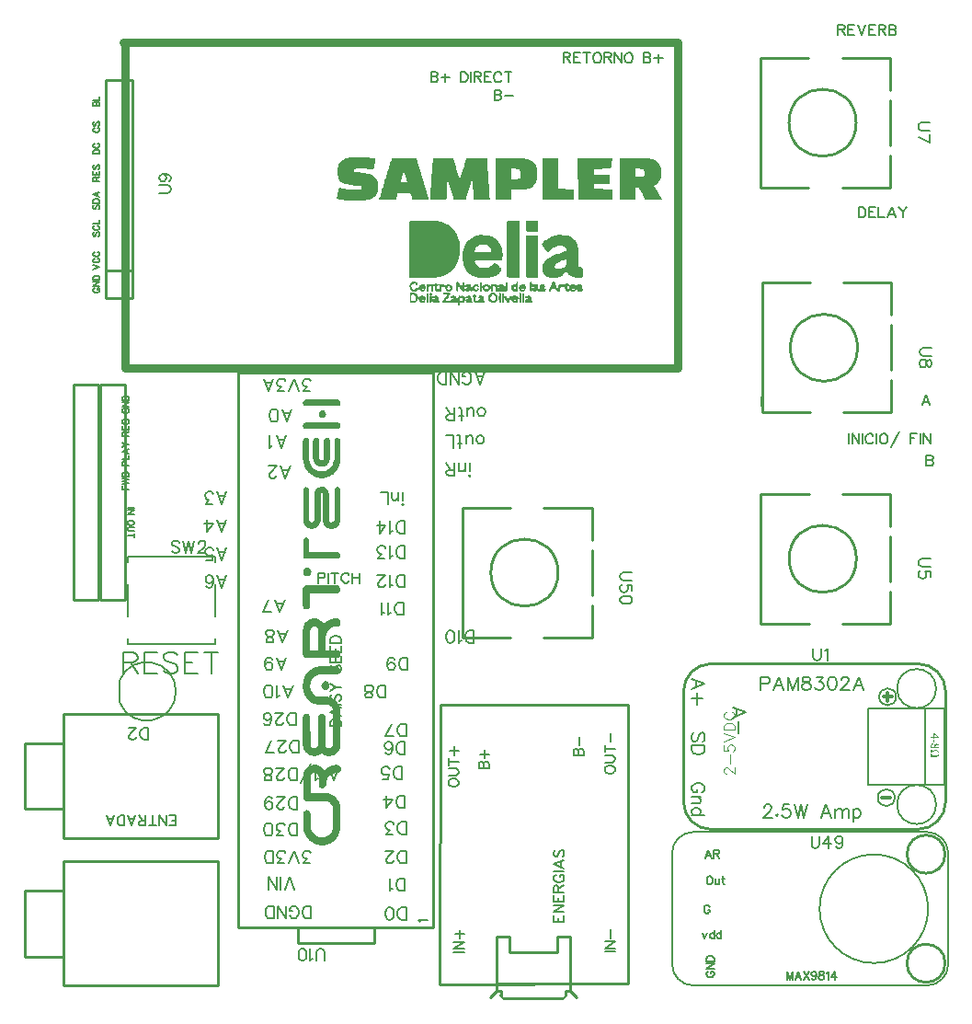
<source format=gto>
G04 Layer: TopSilkscreenLayer*
G04 EasyEDA v6.5.54, 2026-02-11 12:30:12*
G04 eb789f6f9b4241e9a458f17a6f4b8d6f,92e600de7ff74937a4e092c024f19ce6,10*
G04 Gerber Generator version 0.2*
G04 Scale: 100 percent, Rotated: No, Reflected: No *
G04 Dimensions in millimeters *
G04 leading zeros omitted , absolute positions ,4 integer and 5 decimal *
%FSLAX45Y45*%
%MOMM*%

%ADD10C,0.2032*%
%ADD11C,0.1524*%
%ADD12C,0.1219*%
%ADD13C,0.1905*%
%ADD14C,0.2540*%
%ADD15C,0.8000*%
%ADD16C,0.3048*%
%ADD17C,0.0153*%
%ADD18C,0.1270*%
%ADD19C,0.2000*%

%LPD*%
G36*
X-3743655Y7292898D02*
G01*
X-3749294Y7286701D01*
X-3752951Y7278928D01*
X-3752951Y6775856D01*
X-3751326Y6772808D01*
X-3744315Y6768388D01*
X-3517239Y6768388D01*
X-3490620Y6771386D01*
X-3483051Y6771436D01*
X-3470148Y6776770D01*
X-3461918Y6779717D01*
X-3438550Y6784238D01*
X-3431438Y6787337D01*
X-3425698Y6791909D01*
X-3417620Y6795465D01*
X-3410915Y6797243D01*
X-3404870Y6800342D01*
X-3397250Y6807352D01*
X-3382822Y6814718D01*
X-3371291Y6825437D01*
X-3365093Y6829501D01*
X-3358946Y6837832D01*
X-3353206Y6841998D01*
X-3348888Y6845858D01*
X-3345789Y6851853D01*
X-3337051Y6860997D01*
X-3332479Y6870039D01*
X-3328720Y6878370D01*
X-3321608Y6885178D01*
X-3319373Y6889343D01*
X-3315563Y6902551D01*
X-3312058Y6910120D01*
X-3308096Y6915861D01*
X-3304997Y6924090D01*
X-3301898Y6940346D01*
X-3297377Y6959498D01*
X-3293668Y6967778D01*
X-3291332Y6976821D01*
X-3291332Y6990943D01*
X-3289046Y7004558D01*
X-3289046Y7051446D01*
X-3291382Y7077862D01*
X-3293516Y7093000D01*
X-3300476Y7113422D01*
X-3305606Y7139838D01*
X-3308705Y7148575D01*
X-3312668Y7153300D01*
X-3315411Y7158736D01*
X-3318865Y7169353D01*
X-3322421Y7176363D01*
X-3328568Y7183475D01*
X-3331362Y7188962D01*
X-3333343Y7195007D01*
X-3342690Y7204100D01*
X-3348177Y7212431D01*
X-3367024Y7231329D01*
X-3377031Y7240473D01*
X-3385870Y7245197D01*
X-3394049Y7253478D01*
X-3405632Y7258405D01*
X-3420008Y7268006D01*
X-3442817Y7274915D01*
X-3453434Y7280605D01*
X-3463290Y7283703D01*
X-3467100Y7284618D01*
X-3504336Y7288428D01*
X-3518712Y7290714D01*
X-3528314Y7292898D01*
G37*
G36*
X-2747873Y7292898D02*
G01*
X-2834640Y7292848D01*
X-2848203Y7288326D01*
X-2850184Y7286701D01*
X-2853994Y7278624D01*
X-2853994Y6775551D01*
X-2851353Y6772452D01*
X-2848813Y6770573D01*
X-2835402Y6768388D01*
X-2747264Y6768388D01*
X-2740202Y6772808D01*
X-2738577Y6775856D01*
X-2738628Y7278928D01*
X-2742234Y7286701D01*
G37*
G36*
X-2574798Y7292898D02*
G01*
X-2661513Y7292848D01*
X-2675077Y7288326D01*
X-2677058Y7286701D01*
X-2680919Y7278624D01*
X-2680919Y7205878D01*
X-2677058Y7197852D01*
X-2675077Y7196226D01*
X-2661005Y7191654D01*
X-2574798Y7191654D01*
X-2569159Y7197852D01*
X-2565501Y7205624D01*
X-2565501Y7278928D01*
X-2569159Y7286701D01*
G37*
G36*
X-3098850Y7158228D02*
G01*
X-3127705Y7155586D01*
X-3139287Y7152386D01*
X-3157880Y7143242D01*
X-3168599Y7140092D01*
X-3172510Y7137653D01*
X-3179572Y7131253D01*
X-3195167Y7123480D01*
X-3204260Y7113727D01*
X-3212744Y7108596D01*
X-3218484Y7098842D01*
X-3227374Y7089698D01*
X-3235045Y7074865D01*
X-3242106Y7068058D01*
X-3244443Y7063587D01*
X-3248660Y7046620D01*
X-3253333Y7038594D01*
X-3257092Y7031024D01*
X-3259480Y7021931D01*
X-3260720Y7005370D01*
X-3157016Y7005370D01*
X-3154781Y7011670D01*
X-3147212Y7025741D01*
X-3144113Y7035901D01*
X-3141522Y7040829D01*
X-3129330Y7054138D01*
X-3118307Y7059371D01*
X-3113278Y7063638D01*
X-3108502Y7066940D01*
X-3096564Y7069937D01*
X-3051810Y7069429D01*
X-3040938Y7065619D01*
X-3028797Y7057136D01*
X-3021431Y7053986D01*
X-3017875Y7050684D01*
X-3012744Y7040067D01*
X-3004667Y7029450D01*
X-3001467Y7019696D01*
X-2999587Y7005066D01*
X-3002432Y7001357D01*
X-3007360Y6998157D01*
X-3138525Y6998157D01*
X-3152038Y7000494D01*
X-3157016Y7005370D01*
X-3260720Y7005370D01*
X-3261004Y7001560D01*
X-3262477Y6992467D01*
X-3262477Y6931863D01*
X-3259480Y6902246D01*
X-3257092Y6890461D01*
X-3246678Y6868515D01*
X-3244138Y6859524D01*
X-3241141Y6853732D01*
X-3235909Y6847890D01*
X-3227527Y6830415D01*
X-3220364Y6825081D01*
X-3213404Y6815632D01*
X-3205175Y6809384D01*
X-3198266Y6800494D01*
X-3185617Y6794093D01*
X-3179775Y6788861D01*
X-3174034Y6785051D01*
X-3157372Y6778904D01*
X-3147974Y6772808D01*
X-3139948Y6769811D01*
X-3120136Y6767017D01*
X-3107740Y6765950D01*
X-3095091Y6761327D01*
X-3057093Y6760667D01*
X-3038144Y6762496D01*
X-3026714Y6765239D01*
X-2992577Y6770065D01*
X-2985719Y6772656D01*
X-2976372Y6778752D01*
X-2960116Y6784441D01*
X-2950057Y6793839D01*
X-2934563Y6801764D01*
X-2929432Y6808825D01*
X-2921406Y6815632D01*
X-2910586Y6827520D01*
X-2904134Y6831939D01*
X-2904134Y6848348D01*
X-2911348Y6853529D01*
X-2918155Y6861556D01*
X-2922625Y6865518D01*
X-2935630Y6878726D01*
X-2946247Y6889038D01*
X-2950260Y6893458D01*
X-2958287Y6900265D01*
X-2963468Y6907479D01*
X-2965297Y6907479D01*
X-2978150Y6899249D01*
X-2983077Y6895236D01*
X-2987903Y6886143D01*
X-2995320Y6879844D01*
X-3004007Y6871411D01*
X-3014726Y6867347D01*
X-3024428Y6860540D01*
X-3035858Y6856984D01*
X-3050184Y6854545D01*
X-3080816Y6854545D01*
X-3094329Y6856882D01*
X-3103422Y6861302D01*
X-3121914Y6872528D01*
X-3140913Y6891426D01*
X-3145790Y6901027D01*
X-3149346Y6911492D01*
X-3153867Y6919417D01*
X-3148990Y6924294D01*
X-3140608Y6928256D01*
X-2905963Y6929018D01*
X-2901848Y6931659D01*
X-2899664Y6935063D01*
X-2896463Y6951675D01*
X-2893568Y6964527D01*
X-2891790Y6981901D01*
X-2892501Y6991705D01*
X-2895803Y7002322D01*
X-2897276Y7019696D01*
X-2899664Y7034784D01*
X-2902000Y7046163D01*
X-2904185Y7051344D01*
X-2910230Y7059168D01*
X-2913126Y7068058D01*
X-2916428Y7079284D01*
X-2925165Y7088479D01*
X-2930194Y7098030D01*
X-2957931Y7125665D01*
X-2969006Y7131456D01*
X-2975864Y7137755D01*
X-2979521Y7139635D01*
X-2995422Y7144816D01*
X-3002432Y7148626D01*
X-3008528Y7152284D01*
X-3019145Y7154722D01*
X-3044952Y7157872D01*
G37*
G36*
X-2377592Y7158228D02*
G01*
X-2407615Y7155484D01*
X-2419350Y7153148D01*
X-2433015Y7146290D01*
X-2439060Y7144207D01*
X-2455519Y7140143D01*
X-2462631Y7137095D01*
X-2470200Y7131303D01*
X-2478532Y7128002D01*
X-2489200Y7122718D01*
X-2496769Y7115454D01*
X-2506218Y7110780D01*
X-2515006Y7101331D01*
X-2522220Y7096455D01*
X-2526385Y7090156D01*
X-2535682Y7080148D01*
X-2537256Y7077151D01*
X-2534920Y7072579D01*
X-2528417Y7065619D01*
X-2523845Y7056577D01*
X-2518206Y7049160D01*
X-2512618Y7043064D01*
X-2506929Y7031024D01*
X-2498801Y7022693D01*
X-2493416Y7012127D01*
X-2489200Y7007199D01*
X-2475788Y7002678D01*
X-2472944Y7002678D01*
X-2468372Y7009231D01*
X-2459837Y7017054D01*
X-2458618Y7017054D01*
X-2452370Y7025081D01*
X-2445156Y7030161D01*
X-2435047Y7039508D01*
X-2427681Y7042200D01*
X-2419807Y7045604D01*
X-2411730Y7051649D01*
X-2405684Y7054189D01*
X-2373020Y7060946D01*
X-2359355Y7062520D01*
X-2337308Y7057186D01*
X-2329738Y7056170D01*
X-2321712Y7052462D01*
X-2312517Y7041591D01*
X-2309418Y7035596D01*
X-2307336Y7021931D01*
X-2307336Y7018375D01*
X-2313889Y7011873D01*
X-2318359Y7010857D01*
X-2328519Y7007809D01*
X-2336190Y7002018D01*
X-2344166Y6999122D01*
X-2359355Y6996430D01*
X-2367686Y6992061D01*
X-2373782Y6987540D01*
X-2397912Y6981545D01*
X-2414371Y6973265D01*
X-2439822Y6965696D01*
X-2447290Y6960717D01*
X-2452725Y6957364D01*
X-2462631Y6954113D01*
X-2468067Y6951370D01*
X-2476195Y6944461D01*
X-2491079Y6936841D01*
X-2497277Y6928713D01*
X-2504440Y6924090D01*
X-2507640Y6920687D01*
X-2512466Y6910425D01*
X-2518460Y6903516D01*
X-2521305Y6897979D01*
X-2523642Y6889699D01*
X-2525574Y6876389D01*
X-2419197Y6876389D01*
X-2412949Y6884466D01*
X-2409799Y6891477D01*
X-2403094Y6897370D01*
X-2396540Y6899300D01*
X-2390546Y6902348D01*
X-2382875Y6908038D01*
X-2377186Y6910374D01*
X-2362809Y6914184D01*
X-2346299Y6923278D01*
X-2327859Y6928561D01*
X-2321407Y6931863D01*
X-2316124Y6936181D01*
X-2314397Y6936181D01*
X-2310333Y6932422D01*
X-2307336Y6925411D01*
X-2305761Y6919163D01*
X-2308707Y6889597D01*
X-2312517Y6882130D01*
X-2316632Y6878370D01*
X-2322576Y6869633D01*
X-2331923Y6859727D01*
X-2339136Y6856069D01*
X-2356154Y6851446D01*
X-2357628Y6850583D01*
X-2372258Y6847738D01*
X-2387701Y6847738D01*
X-2402636Y6851700D01*
X-2407158Y6853986D01*
X-2415844Y6860641D01*
X-2417368Y6866280D01*
X-2419197Y6876389D01*
X-2525574Y6876389D01*
X-2526385Y6870801D01*
X-2526385Y6838289D01*
X-2523642Y6819392D01*
X-2521305Y6811111D01*
X-2518410Y6805472D01*
X-2509875Y6795973D01*
X-2504643Y6788150D01*
X-2496769Y6782917D01*
X-2486152Y6773519D01*
X-2480310Y6770573D01*
X-2460345Y6765493D01*
X-2445918Y6761276D01*
X-2402840Y6760768D01*
X-2393188Y6764629D01*
X-2370937Y6769963D01*
X-2366924Y6772452D01*
X-2360117Y6778650D01*
X-2348738Y6784898D01*
X-2343099Y6789166D01*
X-2331262Y6804355D01*
X-2325420Y6810349D01*
X-2322576Y6815836D01*
X-2319578Y6823760D01*
X-2315514Y6829552D01*
X-2306929Y6825234D01*
X-2300833Y6818630D01*
X-2297582Y6813346D01*
X-2294280Y6803542D01*
X-2291181Y6798462D01*
X-2283206Y6793382D01*
X-2277364Y6785965D01*
X-2272792Y6782968D01*
X-2266696Y6781038D01*
X-2259634Y6777481D01*
X-2258568Y6775805D01*
X-2251862Y6772960D01*
X-2242413Y6770522D01*
X-2224938Y6768439D01*
X-2170734Y6768388D01*
X-2163470Y6770776D01*
X-2156256Y6775348D01*
X-2156256Y6847027D01*
X-2158847Y6851142D01*
X-2163114Y6856679D01*
X-2171141Y6862013D01*
X-2185466Y6864705D01*
X-2191004Y6869023D01*
X-2195525Y6875322D01*
X-2199538Y6890207D01*
X-2199538Y7032244D01*
X-2204059Y7054443D01*
X-2208428Y7078725D01*
X-2211730Y7085126D01*
X-2216810Y7090714D01*
X-2220010Y7097014D01*
X-2223871Y7107224D01*
X-2225700Y7109459D01*
X-2233676Y7115302D01*
X-2239873Y7123684D01*
X-2246071Y7127748D01*
X-2257755Y7138771D01*
X-2276297Y7144918D01*
X-2287219Y7152284D01*
X-2297836Y7154722D01*
X-2323642Y7157872D01*
G37*
G36*
X-2575001Y7153808D02*
G01*
X-2663037Y7153706D01*
X-2675890Y7150811D01*
X-2677871Y7148880D01*
X-2680868Y7135317D01*
X-2680868Y6775551D01*
X-2678226Y6772452D01*
X-2675686Y6770573D01*
X-2662275Y6768388D01*
X-2574137Y6768388D01*
X-2567127Y6772808D01*
X-2565501Y6775856D01*
X-2565501Y7135774D01*
X-2567889Y7147407D01*
X-2570124Y7150912D01*
G37*
G36*
X-2632760Y6732981D02*
G01*
X-2638501Y6726631D01*
X-2642158Y6718909D01*
X-2642158Y6689344D01*
X-2592019Y6689344D01*
X-2589479Y6692138D01*
X-2587548Y6689547D01*
X-2589174Y6687566D01*
X-2592019Y6689344D01*
X-2642158Y6689344D01*
X-2642158Y6646164D01*
X-2639212Y6642404D01*
X-2632456Y6638848D01*
X-2625090Y6643370D01*
X-2622550Y6648602D01*
X-2620010Y6660286D01*
X-2623870Y6669836D01*
X-2624886Y6675983D01*
X-2620721Y6685178D01*
X-2618130Y6687515D01*
X-2611424Y6683146D01*
X-2604008Y6675526D01*
X-2616281Y6661048D01*
X-2593848Y6661048D01*
X-2590292Y6664858D01*
X-2589326Y6664858D01*
X-2585262Y6660642D01*
X-2589225Y6654038D01*
X-2591968Y6657644D01*
X-2593848Y6661048D01*
X-2616281Y6661048D01*
X-2616454Y6660845D01*
X-2615539Y6657644D01*
X-2613050Y6646316D01*
X-2609951Y6642811D01*
X-2604770Y6639661D01*
X-2578455Y6642404D01*
X-2559862Y6641490D01*
X-2545638Y6644538D01*
X-2542184Y6642303D01*
X-2532583Y6639153D01*
X-2516936Y6639153D01*
X-2509672Y6641541D01*
X-2502712Y6645960D01*
X-2498801Y6653123D01*
X-2496515Y6660946D01*
X-2499563Y6666738D01*
X-2507792Y6674459D01*
X-2506827Y6679590D01*
X-2503932Y6684873D01*
X-2500934Y6689547D01*
X-2509164Y6697065D01*
X-2510942Y6703771D01*
X-2513482Y6706565D01*
X-2517597Y6708698D01*
X-2531973Y6708698D01*
X-2538526Y6705853D01*
X-2544064Y6701485D01*
X-2548483Y6699097D01*
X-2554732Y6689801D01*
X-2552598Y6680657D01*
X-2550312Y6676288D01*
X-2548839Y6675374D01*
X-2554325Y6668262D01*
X-2557985Y6660540D01*
X-2535123Y6660540D01*
X-2532583Y6663334D01*
X-2530602Y6663334D01*
X-2524201Y6660794D01*
X-2530195Y6658152D01*
X-2532329Y6658051D01*
X-2535123Y6660540D01*
X-2557985Y6660540D01*
X-2558745Y6658914D01*
X-2560828Y6657187D01*
X-2562961Y6661454D01*
X-2565501Y6673545D01*
X-2566720Y6691680D01*
X-2571597Y6701485D01*
X-2575001Y6705650D01*
X-2589072Y6708698D01*
X-2603855Y6707733D01*
X-2608884Y6704533D01*
X-2612491Y6697522D01*
X-2618028Y6691680D01*
X-2620314Y6694678D01*
X-2623362Y6701485D01*
X-2626207Y6721551D01*
X-2630017Y6729475D01*
G37*
G36*
X-3094482Y6732930D02*
G01*
X-3097682Y6724192D01*
X-3099257Y6718147D01*
X-3099257Y6702907D01*
X-3105810Y6689394D01*
X-3103880Y6684873D01*
X-3101390Y6674307D01*
X-3105404Y6661454D01*
X-3105454Y6659930D01*
X-3101797Y6645554D01*
X-3095498Y6639153D01*
X-3093364Y6639153D01*
X-3085947Y6644081D01*
X-3084220Y6650126D01*
X-3081629Y6675780D01*
X-3084830Y6693204D01*
X-3087878Y6704177D01*
X-3087878Y6718452D01*
X-3091434Y6727952D01*
G37*
G36*
X-2762656Y6732930D02*
G01*
X-2767330Y6725666D01*
X-2770632Y6715455D01*
X-2775458Y6708292D01*
X-2792882Y6708292D01*
X-2797200Y6706412D01*
X-2807106Y6699351D01*
X-2811373Y6693509D01*
X-2812999Y6685940D01*
X-2812999Y6674866D01*
X-2796235Y6674866D01*
X-2793238Y6680708D01*
X-2783027Y6688175D01*
X-2777032Y6695338D01*
X-2772105Y6685076D01*
X-2769565Y6674307D01*
X-2772714Y6661099D01*
X-2776728Y6655053D01*
X-2781503Y6658356D01*
X-2793238Y6668871D01*
X-2796235Y6674866D01*
X-2812999Y6674866D01*
X-2812999Y6659829D01*
X-2809189Y6652259D01*
X-2797454Y6641947D01*
X-2792120Y6639712D01*
X-2776067Y6640728D01*
X-2762199Y6638950D01*
X-2755290Y6643014D01*
X-2752750Y6646875D01*
X-2752953Y6718808D01*
X-2757474Y6727952D01*
G37*
G36*
X-3715054Y6732625D02*
G01*
X-3715867Y6731355D01*
X-3721455Y6728510D01*
X-3729482Y6726834D01*
X-3734358Y6724345D01*
X-3747719Y6710984D01*
X-3750564Y6704533D01*
X-3752392Y6688581D01*
X-3750564Y6669735D01*
X-3748582Y6659270D01*
X-3743299Y6654647D01*
X-3736238Y6650532D01*
X-3732072Y6643573D01*
X-3729024Y6639864D01*
X-3715054Y6637832D01*
X-3694887Y6641236D01*
X-3685794Y6644436D01*
X-3680510Y6650837D01*
X-3671163Y6660540D01*
X-3666439Y6657187D01*
X-3653536Y6651193D01*
X-3650843Y6647332D01*
X-3646424Y6642100D01*
X-3642512Y6640068D01*
X-3627272Y6639001D01*
X-3613658Y6642252D01*
X-3609492Y6646214D01*
X-3609492Y6659727D01*
X-3603955Y6674307D01*
X-3604920Y6689801D01*
X-3608171Y6696202D01*
X-3612692Y6701790D01*
X-3625596Y6708292D01*
X-3641953Y6708800D01*
X-3646525Y6706412D01*
X-3652367Y6699351D01*
X-3660038Y6695998D01*
X-3661918Y6693712D01*
X-3663099Y6689496D01*
X-3633876Y6689496D01*
X-3628186Y6694474D01*
X-3625443Y6690918D01*
X-3625392Y6689242D01*
X-3628288Y6686651D01*
X-3633876Y6689496D01*
X-3663099Y6689496D01*
X-3670147Y6663283D01*
X-3671468Y6660946D01*
X-3673601Y6665975D01*
X-3678834Y6671767D01*
X-3685895Y6675323D01*
X-3700373Y6660845D01*
X-3639870Y6660845D01*
X-3628847Y6665468D01*
X-3625799Y6664706D01*
X-3619957Y6660946D01*
X-3623360Y6657340D01*
X-3628288Y6655714D01*
X-3636721Y6658660D01*
X-3639870Y6660845D01*
X-3700373Y6660845D01*
X-3700830Y6660388D01*
X-3714597Y6657340D01*
X-3732987Y6674358D01*
X-3733952Y6689902D01*
X-3730091Y6701993D01*
X-3724910Y6707733D01*
X-3714953Y6712559D01*
X-3699764Y6711492D01*
X-3693363Y6707225D01*
X-3688130Y6699503D01*
X-3685336Y6698030D01*
X-3671417Y6701993D01*
X-3668572Y6703517D01*
X-3675430Y6710781D01*
X-3677056Y6717385D01*
X-3679139Y6721144D01*
X-3685336Y6725920D01*
X-3691839Y6726986D01*
X-3699459Y6730034D01*
G37*
G36*
X-2431034Y6732524D02*
G01*
X-2436266Y6725666D01*
X-2439365Y6720382D01*
X-2442616Y6711696D01*
X-2446070Y6707530D01*
X-2450134Y6699605D01*
X-2452752Y6689648D01*
X-2433624Y6689648D01*
X-2431034Y6693611D01*
X-2426614Y6690461D01*
X-2425852Y6689293D01*
X-2430830Y6684467D01*
X-2433624Y6689648D01*
X-2452752Y6689648D01*
X-2455367Y6679946D01*
X-2457754Y6675323D01*
X-2462834Y6668668D01*
X-2465832Y6660692D01*
X-2468473Y6645859D01*
X-2464917Y6642100D01*
X-2459837Y6638950D01*
X-2456332Y6640525D01*
X-2451049Y6645148D01*
X-2448560Y6651701D01*
X-2430881Y6667957D01*
X-2415946Y6666230D01*
X-2411628Y6661810D01*
X-2404364Y6645097D01*
X-2400960Y6642912D01*
X-2387447Y6640017D01*
X-2372614Y6639001D01*
X-2365857Y6642963D01*
X-2363520Y6646265D01*
X-2363520Y6674967D01*
X-2360422Y6681368D01*
X-2357983Y6683349D01*
X-2328773Y6683857D01*
X-2323236Y6678980D01*
X-2321458Y6675780D01*
X-2321220Y6673443D01*
X-2300528Y6673443D01*
X-2300528Y6676898D01*
X-2296566Y6688632D01*
X-2293315Y6692239D01*
X-2286457Y6696659D01*
X-2280361Y6696202D01*
X-2279920Y6689344D01*
X-2248103Y6689344D01*
X-2243226Y6694373D01*
X-2240534Y6690918D01*
X-2240534Y6689242D01*
X-2243480Y6686600D01*
X-2248103Y6689344D01*
X-2279920Y6689344D01*
X-2279192Y6678828D01*
X-2280005Y6669989D01*
X-2282799Y6663690D01*
X-2286000Y6660896D01*
X-2253488Y6660896D01*
X-2248357Y6664045D01*
X-2243277Y6666179D01*
X-2239264Y6664807D01*
X-2234082Y6660489D01*
X-2236927Y6657340D01*
X-2243378Y6654901D01*
X-2251049Y6658203D01*
X-2253488Y6660896D01*
X-2286000Y6660896D01*
X-2289606Y6661759D01*
X-2296007Y6666433D01*
X-2300528Y6673443D01*
X-2321220Y6673443D01*
X-2319731Y6658813D01*
X-2315311Y6652615D01*
X-2309876Y6644081D01*
X-2301646Y6639052D01*
X-2286457Y6640068D01*
X-2280259Y6643573D01*
X-2278278Y6645960D01*
X-2275840Y6650837D01*
X-2271826Y6653022D01*
X-2267864Y6650431D01*
X-2264105Y6644538D01*
X-2257602Y6640779D01*
X-2242413Y6639001D01*
X-2228850Y6642201D01*
X-2224024Y6645859D01*
X-2222246Y6655053D01*
X-2216759Y6665214D01*
X-2214118Y6671970D01*
X-2210581Y6660946D01*
X-2191258Y6660946D01*
X-2185619Y6664756D01*
X-2181199Y6662216D01*
X-2179777Y6660540D01*
X-2185365Y6656578D01*
X-2189784Y6659168D01*
X-2191258Y6660946D01*
X-2210581Y6660946D01*
X-2205431Y6646316D01*
X-2202180Y6642811D01*
X-2199335Y6641287D01*
X-2186228Y6639153D01*
X-2174087Y6639204D01*
X-2168144Y6640575D01*
X-2161946Y6644894D01*
X-2157984Y6653123D01*
X-2153970Y6659016D01*
X-2153970Y6661759D01*
X-2162403Y6670344D01*
X-2164638Y6674612D01*
X-2162149Y6689496D01*
X-2167788Y6703771D01*
X-2170633Y6706666D01*
X-2184704Y6708698D01*
X-2199132Y6706971D01*
X-2201570Y6705752D01*
X-2211476Y6689902D01*
X-2211630Y6689090D01*
X-2188362Y6689090D01*
X-2185720Y6694678D01*
X-2181098Y6689496D01*
X-2184501Y6686753D01*
X-2186432Y6686753D01*
X-2188362Y6689090D01*
X-2211630Y6689090D01*
X-2213305Y6680250D01*
X-2214422Y6678422D01*
X-2217115Y6689801D01*
X-2223770Y6698488D01*
X-2228799Y6704177D01*
X-2240127Y6708292D01*
X-2257602Y6707886D01*
X-2262174Y6704634D01*
X-2267813Y6698284D01*
X-2272182Y6696506D01*
X-2279650Y6696964D01*
X-2280056Y6703974D01*
X-2283561Y6707174D01*
X-2296109Y6712356D01*
X-2300986Y6716115D01*
X-2315565Y6714896D01*
X-2324404Y6708952D01*
X-2329891Y6705650D01*
X-2344064Y6708749D01*
X-2358644Y6705650D01*
X-2372715Y6708698D01*
X-2375814Y6706565D01*
X-2377948Y6703466D01*
X-2379522Y6695440D01*
X-2381707Y6672021D01*
X-2385517Y6660896D01*
X-2387244Y6658813D01*
X-2388768Y6659727D01*
X-2391511Y6665975D01*
X-2396337Y6685584D01*
X-2400604Y6695033D01*
X-2404567Y6700164D01*
X-2408377Y6711340D01*
X-2410663Y6720179D01*
X-2414168Y6725716D01*
X-2416657Y6727748D01*
G37*
G36*
X-3312210Y6730593D02*
G01*
X-3317544Y6727444D01*
X-3321862Y6723430D01*
X-3325520Y6717792D01*
X-3325520Y6689344D01*
X-3212338Y6689344D01*
X-3209747Y6692138D01*
X-3207867Y6689547D01*
X-3209442Y6687566D01*
X-3212338Y6689344D01*
X-3325520Y6689344D01*
X-3325520Y6646113D01*
X-3316782Y6643014D01*
X-3310788Y6641439D01*
X-3308400Y6643217D01*
X-3305810Y6646316D01*
X-3305708Y6665975D01*
X-3304540Y6676186D01*
X-3301441Y6680352D01*
X-3296462Y6683705D01*
X-3292348Y6680809D01*
X-3286251Y6668262D01*
X-3279292Y6661556D01*
X-3270910Y6645554D01*
X-3267405Y6642353D01*
X-3253282Y6641439D01*
X-3247593Y6644335D01*
X-3245916Y6646316D01*
X-3243376Y6656171D01*
X-3241294Y6661048D01*
X-3242767Y6661912D01*
X-3245612Y6667500D01*
X-3247948Y6675272D01*
X-3243732Y6684111D01*
X-3238855Y6687616D01*
X-3232505Y6683857D01*
X-3224276Y6675526D01*
X-3236600Y6661048D01*
X-3214166Y6661048D01*
X-3210610Y6664858D01*
X-3209645Y6664858D01*
X-3205581Y6660642D01*
X-3209544Y6654038D01*
X-3212287Y6657644D01*
X-3214166Y6661048D01*
X-3236600Y6661048D01*
X-3236772Y6660845D01*
X-3235858Y6657644D01*
X-3233369Y6646316D01*
X-3230219Y6642811D01*
X-3225088Y6639661D01*
X-3198723Y6642404D01*
X-3180588Y6641490D01*
X-3175711Y6644792D01*
X-3174441Y6647078D01*
X-3172256Y6652666D01*
X-3166211Y6654444D01*
X-3162655Y6652006D01*
X-3157321Y6644131D01*
X-3152444Y6640830D01*
X-3137154Y6638950D01*
X-3123031Y6642201D01*
X-3118459Y6647078D01*
X-3111906Y6661048D01*
X-3115564Y6665061D01*
X-3122930Y6670903D01*
X-3127552Y6667601D01*
X-3132277Y6660692D01*
X-3137103Y6655714D01*
X-3142894Y6658102D01*
X-3146145Y6661200D01*
X-3151835Y6674713D01*
X-3150260Y6678066D01*
X-3138779Y6693458D01*
X-3137204Y6694424D01*
X-3134563Y6689598D01*
X-3130804Y6685025D01*
X-3123438Y6679234D01*
X-3120644Y6680708D01*
X-3112160Y6688429D01*
X-3112160Y6689902D01*
X-3120491Y6700723D01*
X-3123539Y6704279D01*
X-3134563Y6708292D01*
X-3152038Y6707936D01*
X-3157321Y6701790D01*
X-3164281Y6694678D01*
X-3171748Y6690156D01*
X-3175152Y6678269D01*
X-3176778Y6665214D01*
X-3178200Y6659727D01*
X-3180638Y6657695D01*
X-3182518Y6660235D01*
X-3185820Y6673646D01*
X-3187039Y6691680D01*
X-3191916Y6701485D01*
X-3195269Y6705650D01*
X-3209391Y6708698D01*
X-3224123Y6707733D01*
X-3229203Y6704533D01*
X-3232353Y6698488D01*
X-3236163Y6693509D01*
X-3239109Y6691934D01*
X-3242767Y6695389D01*
X-3246526Y6703009D01*
X-3248202Y6718147D01*
X-3250438Y6724192D01*
X-3253130Y6727748D01*
X-3259836Y6724396D01*
X-3267811Y6718300D01*
X-3267811Y6697522D01*
X-3270199Y6696608D01*
X-3282035Y6696608D01*
X-3285642Y6699453D01*
X-3292043Y6712102D01*
X-3309670Y6730593D01*
G37*
G36*
X-2863748Y6727596D02*
G01*
X-2866694Y6722668D01*
X-2868320Y6718147D01*
X-2869133Y6694678D01*
X-2871368Y6671259D01*
X-2874467Y6661353D01*
X-2878175Y6657898D01*
X-2879648Y6660692D01*
X-2882849Y6673545D01*
X-2884068Y6691680D01*
X-2888945Y6701485D01*
X-2892348Y6705650D01*
X-2906471Y6708698D01*
X-2921203Y6707733D01*
X-2926232Y6704533D01*
X-2929890Y6697522D01*
X-2935224Y6691884D01*
X-2939440Y6695135D01*
X-2947771Y6700875D01*
X-2959150Y6707022D01*
X-2964688Y6708749D01*
X-2978861Y6705650D01*
X-2992983Y6708698D01*
X-2997149Y6706565D01*
X-2999994Y6703415D01*
X-3002788Y6693255D01*
X-3006039Y6675120D01*
X-3003651Y6660692D01*
X-3002737Y6645554D01*
X-2997301Y6640017D01*
X-2992983Y6638188D01*
X-2989173Y6640677D01*
X-2986481Y6644741D01*
X-2985566Y6676542D01*
X-2982214Y6684975D01*
X-2978658Y6689394D01*
X-2909366Y6689344D01*
X-2906826Y6692138D01*
X-2904896Y6689547D01*
X-2906522Y6687566D01*
X-2909366Y6689344D01*
X-2978500Y6689344D01*
X-2965399Y6685076D01*
X-2961944Y6681368D01*
X-2959557Y6674408D01*
X-2959557Y6646164D01*
X-2956610Y6642404D01*
X-2949803Y6638848D01*
X-2942437Y6643370D01*
X-2939897Y6648602D01*
X-2937408Y6660286D01*
X-2941269Y6669836D01*
X-2942285Y6676136D01*
X-2939694Y6682587D01*
X-2935884Y6687566D01*
X-2930042Y6684264D01*
X-2921355Y6675526D01*
X-2933677Y6661048D01*
X-2911195Y6661048D01*
X-2907639Y6664858D01*
X-2906674Y6664858D01*
X-2902661Y6660642D01*
X-2906623Y6654038D01*
X-2909366Y6657644D01*
X-2911195Y6661048D01*
X-2933677Y6661048D01*
X-2933852Y6660845D01*
X-2932887Y6657644D01*
X-2930347Y6645554D01*
X-2921812Y6636969D01*
X-2908300Y6640779D01*
X-2890062Y6640372D01*
X-2863494Y6641541D01*
X-2857398Y6642963D01*
X-2848711Y6646113D01*
X-2848711Y6718300D01*
X-2856687Y6724396D01*
X-2863037Y6727596D01*
G37*
G36*
X-3512921Y6722262D02*
G01*
X-3517239Y6717131D01*
X-3523284Y6708495D01*
X-3527856Y6705142D01*
X-3541369Y6702044D01*
X-3550615Y6707022D01*
X-3556050Y6708698D01*
X-3570376Y6706768D01*
X-3584041Y6708648D01*
X-3587496Y6706870D01*
X-3590290Y6702247D01*
X-3593693Y6689394D01*
X-3593795Y6671259D01*
X-3592626Y6646316D01*
X-3589121Y6640271D01*
X-3585311Y6636715D01*
X-3582466Y6637629D01*
X-3575659Y6644487D01*
X-3574897Y6677304D01*
X-3570528Y6686753D01*
X-3555746Y6686753D01*
X-3551377Y6677304D01*
X-3550615Y6644487D01*
X-3546805Y6640728D01*
X-3541115Y6638391D01*
X-3534460Y6644995D01*
X-3533648Y6683349D01*
X-3532073Y6699199D01*
X-3529380Y6701180D01*
X-3526383Y6700723D01*
X-3521964Y6691934D01*
X-3519881Y6677304D01*
X-3519881Y6659168D01*
X-3516782Y6646367D01*
X-3512820Y6642252D01*
X-3498596Y6638950D01*
X-3491382Y6640880D01*
X-3483762Y6644538D01*
X-3476193Y6640880D01*
X-3469081Y6638950D01*
X-3462223Y6642963D01*
X-3459886Y6646265D01*
X-3459886Y6674967D01*
X-3456787Y6681368D01*
X-3454603Y6683146D01*
X-3435858Y6681673D01*
X-3428898Y6678574D01*
X-3426053Y6674307D01*
X-3404615Y6674307D01*
X-3402736Y6681825D01*
X-3397605Y6692036D01*
X-3397097Y6692036D01*
X-3382619Y6684467D01*
X-3380079Y6680606D01*
X-3377946Y6674612D01*
X-3381806Y6662470D01*
X-3384651Y6659625D01*
X-3392678Y6657238D01*
X-3398164Y6656374D01*
X-3401415Y6660896D01*
X-3404615Y6674307D01*
X-3426053Y6674307D01*
X-3425037Y6672783D01*
X-3420516Y6658914D01*
X-3416554Y6651193D01*
X-3411220Y6642912D01*
X-3405632Y6639204D01*
X-3397250Y6637121D01*
X-3382924Y6638493D01*
X-3377539Y6641287D01*
X-3364992Y6652259D01*
X-3360826Y6660692D01*
X-3360928Y6687870D01*
X-3364077Y6693966D01*
X-3368395Y6697878D01*
X-3373272Y6699758D01*
X-3378758Y6706412D01*
X-3383127Y6708698D01*
X-3397453Y6708698D01*
X-3403346Y6706260D01*
X-3410153Y6701332D01*
X-3418535Y6699402D01*
X-3426358Y6695998D01*
X-3429965Y6700012D01*
X-3434029Y6705498D01*
X-3440734Y6708749D01*
X-3454908Y6705650D01*
X-3469436Y6708749D01*
X-3476193Y6705803D01*
X-3478834Y6703771D01*
X-3476447Y6675780D01*
X-3478326Y6668262D01*
X-3482492Y6659930D01*
X-3483508Y6653733D01*
X-3488436Y6658660D01*
X-3494430Y6660286D01*
X-3497834Y6660286D01*
X-3499967Y6664452D01*
X-3503168Y6674815D01*
X-3499916Y6689801D01*
X-3496310Y6693204D01*
X-3487775Y6703415D01*
X-3491382Y6707276D01*
X-3502050Y6714236D01*
X-3508298Y6719874D01*
G37*
G36*
X-3036925Y6708698D02*
G01*
X-3051048Y6708597D01*
X-3055823Y6706565D01*
X-3061665Y6701332D01*
X-3069234Y6698030D01*
X-3073552Y6693966D01*
X-3075533Y6690156D01*
X-3078122Y6675120D01*
X-3058363Y6675120D01*
X-3055264Y6683908D01*
X-3051352Y6689039D01*
X-3036316Y6689039D01*
X-3032353Y6683908D01*
X-3029305Y6675221D01*
X-3031947Y6666839D01*
X-3036671Y6660692D01*
X-3050286Y6658864D01*
X-3052114Y6659473D01*
X-3056483Y6668262D01*
X-3058363Y6675120D01*
X-3078122Y6675120D01*
X-3076295Y6659930D01*
X-3074009Y6655409D01*
X-3070758Y6651853D01*
X-3064713Y6648754D01*
X-3057448Y6642100D01*
X-3052216Y6639915D01*
X-3036620Y6639915D01*
X-3028797Y6643522D01*
X-3022955Y6648703D01*
X-3015843Y6652717D01*
X-3012643Y6657949D01*
X-3009442Y6674307D01*
X-3012084Y6690156D01*
X-3014065Y6693966D01*
X-3018383Y6698030D01*
X-3026003Y6701332D01*
X-3031845Y6706565D01*
G37*
G36*
X-2719222Y6708698D02*
G01*
X-2723845Y6705853D01*
X-2728468Y6700164D01*
X-2739745Y6694678D01*
X-2742946Y6689902D01*
X-2742986Y6689293D01*
X-2709773Y6689293D01*
X-2705557Y6692036D01*
X-2704490Y6692036D01*
X-2702966Y6689242D01*
X-2704541Y6687718D01*
X-2709773Y6689293D01*
X-2742986Y6689293D01*
X-2744012Y6674612D01*
X-2743047Y6661454D01*
X-2742738Y6660489D01*
X-2719120Y6660489D01*
X-2716225Y6662115D01*
X-2705557Y6665518D01*
X-2702509Y6664655D01*
X-2695346Y6661048D01*
X-2696210Y6658864D01*
X-2702610Y6655765D01*
X-2706420Y6655765D01*
X-2714701Y6658203D01*
X-2719120Y6660489D01*
X-2742738Y6660489D01*
X-2741472Y6656425D01*
X-2736951Y6651244D01*
X-2731312Y6648145D01*
X-2728366Y6643624D01*
X-2723438Y6640575D01*
X-2704439Y6637121D01*
X-2690622Y6642811D01*
X-2686964Y6646214D01*
X-2686964Y6661099D01*
X-2682646Y6669735D01*
X-2680766Y6675424D01*
X-2682290Y6690359D01*
X-2684780Y6695186D01*
X-2690164Y6701129D01*
X-2691688Y6701129D01*
X-2698750Y6706260D01*
X-2704642Y6708698D01*
G37*
G36*
X-3743451Y6627215D02*
G01*
X-3746855Y6624726D01*
X-3750665Y6618224D01*
X-3750665Y6560108D01*
X-3734003Y6560108D01*
X-3734003Y6603339D01*
X-3729024Y6608064D01*
X-3719931Y6609486D01*
X-3712616Y6609689D01*
X-3704488Y6605828D01*
X-3695446Y6596227D01*
X-3693007Y6589014D01*
X-3693007Y6573774D01*
X-3695141Y6566814D01*
X-3699103Y6559042D01*
X-3707790Y6554724D01*
X-3714750Y6552844D01*
X-3729024Y6555333D01*
X-3734003Y6560108D01*
X-3750665Y6560108D01*
X-3750665Y6544970D01*
X-3746246Y6537959D01*
X-3742791Y6536131D01*
X-3712362Y6537045D01*
X-3697833Y6539179D01*
X-3692601Y6541871D01*
X-3678834Y6555638D01*
X-3676446Y6562445D01*
X-3673398Y6575298D01*
X-3674059Y6587388D01*
X-3677208Y6604000D01*
X-3680764Y6610197D01*
X-3694023Y6621932D01*
X-3699256Y6624167D01*
X-3713124Y6626352D01*
G37*
G36*
X-3584854Y6627063D02*
G01*
X-3588207Y6624726D01*
X-3591864Y6618376D01*
X-3592677Y6585102D01*
X-3594455Y6574688D01*
X-3592779Y6563512D01*
X-3592779Y6545376D01*
X-3590594Y6541262D01*
X-3585311Y6536232D01*
X-3582314Y6537147D01*
X-3575304Y6544614D01*
X-3575304Y6618986D01*
X-3583432Y6627063D01*
G37*
G36*
X-3557320Y6627063D02*
G01*
X-3565448Y6618986D01*
X-3565347Y6614566D01*
X-3563365Y6603238D01*
X-3565398Y6591909D01*
X-3565448Y6544614D01*
X-3558438Y6537147D01*
X-3555492Y6536232D01*
X-3548938Y6540093D01*
X-3544163Y6545478D01*
X-3544214Y6551117D01*
X-3546348Y6574942D01*
X-3543604Y6582816D01*
X-3541623Y6587032D01*
X-3536187Y6581800D01*
X-3519474Y6574332D01*
X-3524808Y6571996D01*
X-3530041Y6570065D01*
X-3535172Y6565595D01*
X-3537915Y6560159D01*
X-3538931Y6545630D01*
X-3535172Y6541211D01*
X-3527247Y6536893D01*
X-3503574Y6539433D01*
X-3496716Y6539585D01*
X-3484016Y6536283D01*
X-3480460Y6538620D01*
X-3476447Y6545478D01*
X-3478987Y6553352D01*
X-3483457Y6560312D01*
X-3483457Y6573367D01*
X-3487115Y6584340D01*
X-3488740Y6590588D01*
X-3497478Y6599885D01*
X-3509873Y6601968D01*
X-3512413Y6603390D01*
X-3518103Y6600596D01*
X-3529025Y6598513D01*
X-3537254Y6594348D01*
X-3541420Y6590030D01*
X-3545789Y6596430D01*
X-3549396Y6603390D01*
X-3547364Y6611162D01*
X-3546297Y6618833D01*
X-3554577Y6627063D01*
G37*
G36*
X-3396030Y6627063D02*
G01*
X-3428390Y6626910D01*
X-3439007Y6624675D01*
X-3442512Y6622440D01*
X-3445357Y6617766D01*
X-3443122Y6614312D01*
X-3438245Y6612077D01*
X-3413099Y6608927D01*
X-3411372Y6608927D01*
X-3405987Y6603542D01*
X-3408273Y6599123D01*
X-3412439Y6596938D01*
X-3417163Y6592316D01*
X-3421786Y6582714D01*
X-3429508Y6577177D01*
X-3434232Y6567779D01*
X-3442512Y6559803D01*
X-3446018Y6552590D01*
X-3447948Y6545478D01*
X-3443935Y6538722D01*
X-3440582Y6536385D01*
X-3382060Y6536385D01*
X-3368395Y6539890D01*
X-3353968Y6537096D01*
X-3342589Y6539382D01*
X-3338779Y6539585D01*
X-3324199Y6536893D01*
X-3315970Y6540652D01*
X-3310483Y6545478D01*
X-3307384Y6540500D01*
X-3304336Y6530695D01*
X-3303371Y6516014D01*
X-3297224Y6509918D01*
X-3295446Y6509918D01*
X-3288385Y6514338D01*
X-3286658Y6517589D01*
X-3285794Y6531762D01*
X-3281730Y6535623D01*
X-3268929Y6536486D01*
X-3252622Y6539331D01*
X-3248456Y6541516D01*
X-3244494Y6545783D01*
X-3241243Y6558991D01*
X-3241192Y6578295D01*
X-3239668Y6588759D01*
X-3243122Y6592519D01*
X-3251911Y6598208D01*
X-3258312Y6599174D01*
X-3265424Y6601459D01*
X-3267151Y6603492D01*
X-3272586Y6600342D01*
X-3281730Y6597853D01*
X-3296615Y6603441D01*
X-3301085Y6596430D01*
X-3303473Y6589217D01*
X-3303473Y6574739D01*
X-3286709Y6574739D01*
X-3282289Y6580835D01*
X-3267405Y6583730D01*
X-3263341Y6579971D01*
X-3260953Y6575044D01*
X-3260953Y6559753D01*
X-3266795Y6553504D01*
X-3281019Y6555536D01*
X-3285896Y6560159D01*
X-3286709Y6574739D01*
X-3303473Y6574739D01*
X-3303473Y6559753D01*
X-3306470Y6551320D01*
X-3310483Y6546088D01*
X-3313379Y6548678D01*
X-3317443Y6557162D01*
X-3318560Y6580581D01*
X-3320135Y6588556D01*
X-3321558Y6591147D01*
X-3325164Y6594500D01*
X-3336391Y6599123D01*
X-3338525Y6600901D01*
X-3354019Y6603288D01*
X-3357016Y6600444D01*
X-3362350Y6597751D01*
X-3369157Y6595770D01*
X-3372408Y6593738D01*
X-3374745Y6588963D01*
X-3372713Y6585102D01*
X-3368395Y6581140D01*
X-3354120Y6578803D01*
X-3349751Y6574434D01*
X-3353765Y6570421D01*
X-3368852Y6565493D01*
X-3373932Y6557873D01*
X-3376828Y6555333D01*
X-3382416Y6552996D01*
X-3398672Y6552996D01*
X-3412286Y6554724D01*
X-3417366Y6559194D01*
X-3417366Y6561937D01*
X-3412337Y6566966D01*
X-3407562Y6571234D01*
X-3402584Y6580581D01*
X-3394151Y6588912D01*
X-3382060Y6608927D01*
X-3377742Y6617157D01*
X-3380536Y6621983D01*
X-3384346Y6624726D01*
G37*
G36*
X-2978912Y6627063D02*
G01*
X-2983484Y6626859D01*
X-2995015Y6625640D01*
X-3007766Y6622389D01*
X-3011119Y6620256D01*
X-3016605Y6611569D01*
X-3025444Y6603238D01*
X-3028238Y6591147D01*
X-3028238Y6573875D01*
X-3007360Y6573875D01*
X-3007360Y6589522D01*
X-3004413Y6592671D01*
X-2997098Y6605371D01*
X-2993339Y6608114D01*
X-2979674Y6609435D01*
X-2976626Y6608724D01*
X-2970885Y6605828D01*
X-2961690Y6596684D01*
X-2958033Y6588912D01*
X-2958033Y6574383D01*
X-2962554Y6565341D01*
X-2972917Y6555384D01*
X-2979369Y6553454D01*
X-2993339Y6555282D01*
X-2997098Y6558025D01*
X-3004413Y6570725D01*
X-3007360Y6573875D01*
X-3028238Y6573875D01*
X-3028238Y6572250D01*
X-3025394Y6560159D01*
X-3017418Y6552539D01*
X-3012541Y6543954D01*
X-3008274Y6540347D01*
X-2994101Y6537147D01*
X-2979674Y6536181D01*
X-2963316Y6539382D01*
X-2957880Y6541617D01*
X-2946501Y6552590D01*
X-2943047Y6559397D01*
X-2940558Y6573977D01*
X-2940558Y6589318D01*
X-2943098Y6604609D01*
X-2947822Y6610807D01*
X-2953105Y6614261D01*
X-2956915Y6619849D01*
X-2962960Y6624015D01*
G37*
G36*
X-2921254Y6627063D02*
G01*
X-2924606Y6624726D01*
X-2928213Y6618376D01*
X-2929178Y6599478D01*
X-2930702Y6590385D01*
X-2930702Y6573012D01*
X-2929178Y6563918D01*
X-2928213Y6545072D01*
X-2924556Y6538620D01*
X-2920898Y6536232D01*
X-2918053Y6537756D01*
X-2911703Y6544665D01*
X-2911703Y6618986D01*
X-2919831Y6627063D01*
G37*
G36*
X-2893720Y6627063D02*
G01*
X-2901848Y6618986D01*
X-2901797Y6614566D01*
X-2899765Y6603238D01*
X-2901797Y6591909D01*
X-2901848Y6544462D01*
X-2893720Y6536385D01*
X-2891078Y6536385D01*
X-2883255Y6543802D01*
X-2882442Y6577533D01*
X-2878277Y6589420D01*
X-2882188Y6604000D01*
X-2883052Y6619138D01*
X-2890977Y6627063D01*
G37*
G36*
X-2733700Y6627063D02*
G01*
X-2737053Y6624726D01*
X-2740863Y6618224D01*
X-2740863Y6601002D01*
X-2742438Y6585102D01*
X-2745130Y6574637D01*
X-2741625Y6562648D01*
X-2741625Y6545376D01*
X-2739491Y6541262D01*
X-2734208Y6536232D01*
X-2731160Y6537147D01*
X-2724150Y6544614D01*
X-2724150Y6618986D01*
X-2732278Y6627063D01*
G37*
G36*
X-2706166Y6627063D02*
G01*
X-2714294Y6618986D01*
X-2714294Y6544614D01*
X-2707335Y6537147D01*
X-2704388Y6536232D01*
X-2699258Y6539433D01*
X-2693822Y6545427D01*
X-2695295Y6574485D01*
X-2693009Y6588963D01*
X-2695295Y6603238D01*
X-2695295Y6618986D01*
X-2703423Y6627063D01*
G37*
G36*
X-3152140Y6618071D02*
G01*
X-3154273Y6615480D01*
X-3169107Y6604304D01*
X-3169107Y6603238D01*
X-3171291Y6593179D01*
X-3173780Y6588353D01*
X-3171190Y6585559D01*
X-3166008Y6583832D01*
X-3161944Y6576059D01*
X-3161893Y6574536D01*
X-3144977Y6574536D01*
X-3141827Y6583375D01*
X-3137865Y6588506D01*
X-3123641Y6588506D01*
X-3112363Y6580428D01*
X-3103422Y6576872D01*
X-3099968Y6574688D01*
X-3102559Y6571843D01*
X-3110585Y6569506D01*
X-3118002Y6562852D01*
X-3122879Y6552742D01*
X-3138271Y6553758D01*
X-3141726Y6556044D01*
X-3144266Y6559905D01*
X-3144977Y6574536D01*
X-3161893Y6574536D01*
X-3160979Y6545478D01*
X-3156966Y6540246D01*
X-3152241Y6536944D01*
X-3135325Y6536740D01*
X-3123336Y6542379D01*
X-3109518Y6536893D01*
X-3095853Y6538976D01*
X-3079140Y6538518D01*
X-3065678Y6536283D01*
X-3062122Y6538620D01*
X-3058058Y6545478D01*
X-3060649Y6553352D01*
X-3065068Y6560312D01*
X-3065068Y6574078D01*
X-3068015Y6579057D01*
X-3072028Y6591553D01*
X-3079140Y6599174D01*
X-3088995Y6600647D01*
X-3094583Y6603390D01*
X-3097072Y6601968D01*
X-3109366Y6599834D01*
X-3115665Y6596176D01*
X-3123387Y6589268D01*
X-3134258Y6589268D01*
X-3137204Y6590842D01*
X-3137204Y6603288D01*
G37*
G36*
X-2661767Y6603593D02*
G01*
X-2663545Y6601459D01*
X-2670657Y6599174D01*
X-2677464Y6598158D01*
X-2684729Y6594297D01*
X-2687828Y6589268D01*
X-2686862Y6586220D01*
X-2683002Y6581648D01*
X-2677464Y6578904D01*
X-2669895Y6577075D01*
X-2664815Y6574434D01*
X-2668727Y6571843D01*
X-2678226Y6569456D01*
X-2683205Y6565747D01*
X-2685999Y6560159D01*
X-2686964Y6545783D01*
X-2684475Y6542227D01*
X-2677566Y6537858D01*
X-2660751Y6538010D01*
X-2647086Y6539077D01*
X-2632710Y6536385D01*
X-2630170Y6537147D01*
X-2623210Y6544614D01*
X-2623210Y6545986D01*
X-2627731Y6560159D01*
X-2627731Y6574790D01*
X-2630678Y6581343D01*
X-2639568Y6594043D01*
X-2646426Y6599834D01*
X-2658668Y6601968D01*
G37*
G36*
X-2820416Y6603492D02*
G01*
X-2835503Y6588150D01*
X-2848914Y6571843D01*
X-2851759Y6576059D01*
X-2854756Y6585661D01*
X-2854807Y6588150D01*
X-2858465Y6596075D01*
X-2862732Y6601358D01*
X-2866542Y6601307D01*
X-2872740Y6598513D01*
X-2875991Y6594398D01*
X-2877464Y6589166D01*
X-2872333Y6573012D01*
X-2869895Y6564375D01*
X-2860141Y6553809D01*
X-2857652Y6545072D01*
X-2853994Y6539636D01*
X-2849372Y6536283D01*
X-2837688Y6537959D01*
X-2832709Y6539484D01*
X-2828798Y6544665D01*
X-2824632Y6565442D01*
X-2822194Y6570116D01*
X-2820009Y6571945D01*
X-2816707Y6566662D01*
X-2814074Y6559956D01*
X-2788716Y6559956D01*
X-2785313Y6562598D01*
X-2777794Y6567322D01*
X-2776728Y6567322D01*
X-2768904Y6560362D01*
X-2772105Y6556959D01*
X-2777134Y6554266D01*
X-2788716Y6559956D01*
X-2814074Y6559956D01*
X-2813050Y6557365D01*
X-2808884Y6551879D01*
X-2797454Y6540347D01*
X-2792222Y6537706D01*
X-2774645Y6537502D01*
X-2763266Y6538823D01*
X-2757017Y6542328D01*
X-2754630Y6546037D01*
X-2758084Y6560362D01*
X-2751023Y6574332D01*
X-2755392Y6590944D01*
X-2762351Y6598310D01*
X-2767838Y6598361D01*
X-2773730Y6599986D01*
X-2777134Y6603339D01*
X-2780385Y6602171D01*
X-2790596Y6601256D01*
X-2805430Y6594246D01*
X-2813405Y6598158D01*
G37*
G36*
X-3209696Y6603390D02*
G01*
X-3214268Y6600698D01*
X-3224885Y6599021D01*
X-3232505Y6593840D01*
X-3237585Y6588658D01*
X-3234588Y6581952D01*
X-3230016Y6578701D01*
X-3221024Y6576618D01*
X-3216656Y6574332D01*
X-3221126Y6572097D01*
X-3228695Y6570268D01*
X-3233521Y6566611D01*
X-3235909Y6560159D01*
X-3233115Y6544411D01*
X-3225190Y6536893D01*
X-3195269Y6539839D01*
X-3180588Y6536181D01*
X-3176320Y6539484D01*
X-3172155Y6544919D01*
X-3172155Y6547662D01*
X-3175254Y6555943D01*
X-3180130Y6560007D01*
X-3180943Y6575298D01*
X-3184194Y6589572D01*
X-3194659Y6599936D01*
X-3205530Y6601307D01*
G37*
G36*
X-3628186Y6603238D02*
G01*
X-3641750Y6601206D01*
X-3650081Y6596989D01*
X-3660292Y6593890D01*
X-3664508Y6591706D01*
X-3667302Y6588607D01*
X-3669334Y6575298D01*
X-3666286Y6562445D01*
X-3665637Y6560413D01*
X-3642461Y6560413D01*
X-3636467Y6563918D01*
X-3628847Y6567271D01*
X-3627882Y6567322D01*
X-3618484Y6560464D01*
X-3620058Y6558534D01*
X-3627831Y6554317D01*
X-3638702Y6558330D01*
X-3642461Y6560413D01*
X-3665637Y6560413D01*
X-3663187Y6552590D01*
X-3658819Y6543954D01*
X-3651605Y6540347D01*
X-3643477Y6537706D01*
X-3625799Y6537502D01*
X-3614420Y6538823D01*
X-3608171Y6542328D01*
X-3605733Y6546088D01*
X-3608070Y6554114D01*
X-3610356Y6560362D01*
X-3606292Y6568389D01*
X-3604107Y6574485D01*
X-3606698Y6590284D01*
X-3612997Y6596837D01*
X-3616045Y6596837D01*
X-3623767Y6599123D01*
G37*
G36*
X-4712411Y5643930D02*
G01*
X-4717135Y5641746D01*
X-4719066Y5640476D01*
X-4721961Y5639104D01*
X-4728921Y5631738D01*
X-4732274Y5624474D01*
X-4733137Y5618124D01*
X-4734306Y5618124D01*
X-4734306Y5609082D01*
X-4733137Y5609082D01*
X-4732172Y5603189D01*
X-4730089Y5598922D01*
X-4725111Y5591657D01*
X-4718151Y5586679D01*
X-4709464Y5583275D01*
X-4413250Y5583326D01*
X-4408068Y5584799D01*
X-4404512Y5585510D01*
X-4403039Y5587441D01*
X-4400854Y5587441D01*
X-4392371Y5596331D01*
X-4388205Y5605780D01*
X-4388713Y5623356D01*
X-4390644Y5628538D01*
X-4396486Y5636666D01*
X-4403496Y5641543D01*
X-4408068Y5643575D01*
G37*
G36*
X-4560468Y5545632D02*
G01*
X-4567428Y5542991D01*
X-4570730Y5541111D01*
X-4577334Y5535879D01*
X-4582363Y5528564D01*
X-4584496Y5523687D01*
X-4586579Y5516676D01*
X-4586478Y5504840D01*
X-4584547Y5497880D01*
X-4582363Y5493004D01*
X-4576876Y5485130D01*
X-4571847Y5480862D01*
X-4564837Y5477052D01*
X-4559046Y5475833D01*
X-4553305Y5475071D01*
X-4543501Y5476798D01*
X-4537659Y5480100D01*
X-4534509Y5481523D01*
X-4526635Y5490210D01*
X-4522520Y5499252D01*
X-4520234Y5509260D01*
X-4521657Y5518099D01*
X-4522876Y5522976D01*
X-4526280Y5530646D01*
X-4531664Y5537403D01*
X-4536998Y5541060D01*
X-4540250Y5542940D01*
X-4547311Y5545632D01*
G37*
G36*
X-4417771Y5436260D02*
G01*
X-4708702Y5435701D01*
X-4715205Y5434279D01*
X-4722012Y5430418D01*
X-4728311Y5423611D01*
X-4732375Y5415381D01*
X-4732375Y5412536D01*
X-4734306Y5410454D01*
X-4734306Y5399938D01*
X-4733086Y5399938D01*
X-4732172Y5394706D01*
X-4728159Y5386476D01*
X-4721301Y5380024D01*
X-4716119Y5376926D01*
X-4710633Y5375198D01*
X-4415180Y5374741D01*
X-4406087Y5376468D01*
X-4398772Y5380532D01*
X-4392371Y5387695D01*
X-4388205Y5397347D01*
X-4388662Y5414924D01*
X-4393031Y5423916D01*
X-4399280Y5430469D01*
X-4407408Y5434584D01*
G37*
G36*
X-4704435Y5293969D02*
G01*
X-4714544Y5292039D01*
X-4721656Y5288381D01*
X-4728311Y5281371D01*
X-4732375Y5273192D01*
X-4732375Y5270347D01*
X-4734306Y5268264D01*
X-4734306Y5094630D01*
X-4732883Y5094122D01*
X-4732324Y5082336D01*
X-4728311Y5061407D01*
X-4723841Y5046065D01*
X-4718964Y5032806D01*
X-4712716Y5018887D01*
X-4709007Y5012893D01*
X-4709007Y5012283D01*
X-4704892Y5004917D01*
X-4695190Y4990998D01*
X-4687316Y4981295D01*
X-4678730Y4972151D01*
X-4672330Y4965903D01*
X-4664100Y4958943D01*
X-4651095Y4949393D01*
X-4638751Y4941874D01*
X-4636770Y4941062D01*
X-4634636Y4939842D01*
X-4626406Y4936032D01*
X-4619955Y4933391D01*
X-4607001Y4928819D01*
X-4600498Y4926990D01*
X-4587544Y4924501D01*
X-4573219Y4922164D01*
X-4542840Y4922824D01*
X-4533087Y4924501D01*
X-4523384Y4926584D01*
X-4513681Y4929225D01*
X-4507179Y4931308D01*
X-4502658Y4932984D01*
X-4492955Y4937099D01*
X-4476089Y4946091D01*
X-4470755Y4949291D01*
X-4461205Y4956098D01*
X-4451451Y4964023D01*
X-4447590Y4968036D01*
X-4438802Y4976164D01*
X-4425950Y4991709D01*
X-4419600Y5000752D01*
X-4412284Y5012740D01*
X-4410964Y5016093D01*
X-4407001Y5023053D01*
X-4401718Y5035600D01*
X-4396587Y5050282D01*
X-4395622Y5054498D01*
X-4394098Y5057495D01*
X-4394098Y5060543D01*
X-4392218Y5066995D01*
X-4390237Y5076952D01*
X-4390237Y5080914D01*
X-4388307Y5091887D01*
X-4388307Y5269179D01*
X-4390745Y5276138D01*
X-4392523Y5279644D01*
X-4396232Y5284876D01*
X-4402836Y5290108D01*
X-4407408Y5291988D01*
X-4415180Y5293309D01*
X-4417110Y5293410D01*
X-4424883Y5292344D01*
X-4432655Y5288280D01*
X-4437634Y5283149D01*
X-4442053Y5276697D01*
X-4444644Y5267807D01*
X-4444644Y5099050D01*
X-4446727Y5084419D01*
X-4448657Y5076037D01*
X-4454804Y5056835D01*
X-4456328Y5055209D01*
X-4456328Y5052872D01*
X-4458258Y5051145D01*
X-4458258Y5048605D01*
X-4459630Y5047691D01*
X-4460900Y5044694D01*
X-4463440Y5040477D01*
X-4464354Y5038394D01*
X-4471771Y5027930D01*
X-4482541Y5016042D01*
X-4488383Y5010454D01*
X-4496155Y5004155D01*
X-4498136Y5003190D01*
X-4501997Y5000447D01*
X-4504791Y4999075D01*
X-4505655Y4997602D01*
X-4507992Y4997602D01*
X-4509617Y4995519D01*
X-4511903Y4995519D01*
X-4513376Y4993589D01*
X-4516272Y4992878D01*
X-4523384Y4989880D01*
X-4529226Y4987848D01*
X-4537659Y4985562D01*
X-4549952Y4983480D01*
X-4570679Y4983327D01*
X-4582363Y4985207D01*
X-4598568Y4989830D01*
X-4605223Y4992573D01*
X-4611522Y4995672D01*
X-4622546Y5002123D01*
X-4627016Y5005628D01*
X-4629200Y5007000D01*
X-4638751Y5015382D01*
X-4648708Y5026202D01*
X-4656328Y5037023D01*
X-4661611Y5046065D01*
X-4668012Y5060035D01*
X-4669586Y5064150D01*
X-4672939Y5075682D01*
X-4676292Y5089296D01*
X-4677054Y5267096D01*
X-4678375Y5272684D01*
X-4681982Y5280812D01*
X-4688840Y5288178D01*
X-4697374Y5292547D01*
X-4701997Y5292547D01*
G37*
G36*
X-4513427Y5293969D02*
G01*
X-4515866Y5292547D01*
X-4519980Y5292547D01*
X-4524705Y5290312D01*
X-4526635Y5289042D01*
X-4529226Y5287772D01*
X-4535170Y5281015D01*
X-4537608Y5276850D01*
X-4539589Y5271973D01*
X-4540300Y5107432D01*
X-4542231Y5101132D01*
X-4546092Y5094630D01*
X-4551883Y5089906D01*
X-4557776Y5087569D01*
X-4566970Y5087569D01*
X-4572000Y5090007D01*
X-4577943Y5094427D01*
X-4580382Y5098389D01*
X-4583023Y5103266D01*
X-4583734Y5267096D01*
X-4585055Y5272684D01*
X-4588662Y5280812D01*
X-4595520Y5288178D01*
X-4603089Y5292039D01*
X-4611725Y5293817D01*
X-4621225Y5292039D01*
X-4628692Y5288127D01*
X-4635652Y5280253D01*
X-4638903Y5273344D01*
X-4640986Y5260797D01*
X-4640834Y5109514D01*
X-4638446Y5091379D01*
X-4636516Y5084419D01*
X-4634433Y5078171D01*
X-4628591Y5065572D01*
X-4621276Y5055158D01*
X-4612640Y5045862D01*
X-4602429Y5038242D01*
X-4594860Y5033822D01*
X-4582363Y5029149D01*
X-4573117Y5026914D01*
X-4550613Y5026914D01*
X-4545431Y5028387D01*
X-4540250Y5029454D01*
X-4537405Y5031079D01*
X-4535170Y5031079D01*
X-4520793Y5038648D01*
X-4511192Y5046421D01*
X-4506518Y5051145D01*
X-4501337Y5057241D01*
X-4497324Y5062829D01*
X-4493971Y5069078D01*
X-4489500Y5078831D01*
X-4487621Y5084419D01*
X-4485538Y5092090D01*
X-4484878Y5097678D01*
X-4483608Y5103926D01*
X-4483557Y5265724D01*
X-4485894Y5275122D01*
X-4487418Y5276799D01*
X-4487418Y5279136D01*
X-4495698Y5288178D01*
X-4503318Y5292039D01*
G37*
G36*
X-4560976Y4842459D02*
G01*
X-4568748Y4842408D01*
X-4579112Y4840071D01*
X-4588814Y4836312D01*
X-4595063Y4832400D01*
X-4595723Y4832400D01*
X-4605883Y4824018D01*
X-4615383Y4812741D01*
X-4618888Y4806238D01*
X-4623257Y4796485D01*
X-4625390Y4788814D01*
X-4627372Y4780127D01*
X-4627372Y4539081D01*
X-4629861Y4531410D01*
X-4631588Y4528058D01*
X-4637430Y4521301D01*
X-4645863Y4516932D01*
X-4655820Y4516374D01*
X-4662068Y4518863D01*
X-4668824Y4523638D01*
X-4673244Y4530140D01*
X-4675987Y4536948D01*
X-4675987Y4813909D01*
X-4678070Y4820869D01*
X-4680559Y4826711D01*
X-4686604Y4833874D01*
X-4689246Y4835194D01*
X-4693818Y4838141D01*
X-4703470Y4840833D01*
X-4709363Y4839970D01*
X-4713884Y4838496D01*
X-4722012Y4834280D01*
X-4728514Y4826457D01*
X-4732020Y4818786D01*
X-4732223Y4529429D01*
X-4731004Y4524552D01*
X-4729988Y4518964D01*
X-4728311Y4513376D01*
X-4723942Y4502251D01*
X-4721352Y4498035D01*
X-4720488Y4495952D01*
X-4712665Y4484878D01*
X-4705400Y4477054D01*
X-4695088Y4468774D01*
X-4683455Y4462322D01*
X-4673701Y4458512D01*
X-4667707Y4457395D01*
X-4662728Y4455871D01*
X-4640884Y4455871D01*
X-4628997Y4459122D01*
X-4625746Y4460189D01*
X-4620564Y4462322D01*
X-4610862Y4467301D01*
X-4601159Y4474311D01*
X-4588002Y4488383D01*
X-4580991Y4500168D01*
X-4576978Y4509211D01*
X-4575048Y4514799D01*
X-4571390Y4528718D01*
X-4570679Y4773472D01*
X-4568901Y4776927D01*
X-4566818Y4779518D01*
X-4563567Y4780940D01*
X-4560112Y4782058D01*
X-4553813Y4778908D01*
X-4551273Y4774844D01*
X-4550460Y4535728D01*
X-4549140Y4524552D01*
X-4547768Y4520387D01*
X-4545126Y4510938D01*
X-4539640Y4498746D01*
X-4533087Y4488281D01*
X-4522114Y4476394D01*
X-4515866Y4470958D01*
X-4506518Y4464913D01*
X-4495546Y4460138D01*
X-4489043Y4458004D01*
X-4479798Y4455871D01*
X-4458614Y4455871D01*
X-4449521Y4458106D01*
X-4441748Y4460697D01*
X-4436465Y4462780D01*
X-4426864Y4468215D01*
X-4418736Y4474057D01*
X-4405172Y4488637D01*
X-4398975Y4499000D01*
X-4394250Y4509211D01*
X-4392320Y4514799D01*
X-4390288Y4522470D01*
X-4388612Y4530801D01*
X-4388612Y4816703D01*
X-4392930Y4826304D01*
X-4399737Y4833620D01*
X-4408678Y4838293D01*
X-4424273Y4838293D01*
X-4432655Y4833874D01*
X-4440123Y4825746D01*
X-4442561Y4820158D01*
X-4444644Y4814214D01*
X-4444644Y4539132D01*
X-4447133Y4531512D01*
X-4448962Y4527753D01*
X-4455363Y4520946D01*
X-4463135Y4516932D01*
X-4473143Y4516374D01*
X-4479950Y4518964D01*
X-4485487Y4522927D01*
X-4490821Y4529582D01*
X-4492904Y4535017D01*
X-4493666Y4775555D01*
X-4495292Y4785309D01*
X-4497273Y4793691D01*
X-4501032Y4802479D01*
X-4501032Y4803698D01*
X-4508906Y4816348D01*
X-4517542Y4825898D01*
X-4522724Y4830064D01*
X-4528566Y4833670D01*
X-4537659Y4838395D01*
X-4545431Y4840630D01*
X-4553204Y4842459D01*
G37*
G36*
X-4708702Y4374286D02*
G01*
X-4715814Y4371390D01*
X-4720386Y4367834D01*
X-4725974Y4362094D01*
X-4728311Y4357217D01*
X-4730394Y4351934D01*
X-4730394Y4201058D01*
X-4728514Y4197553D01*
X-4728464Y4195876D01*
X-4724704Y4189882D01*
X-4719726Y4184954D01*
X-4715560Y4181856D01*
X-4714341Y4181856D01*
X-4710633Y4179773D01*
X-4409033Y4179773D01*
X-4400905Y4183938D01*
X-4396384Y4188510D01*
X-4392472Y4194048D01*
X-4390339Y4198924D01*
X-4388104Y4207611D01*
X-4388866Y4214723D01*
X-4390390Y4219854D01*
X-4392472Y4224731D01*
X-4396943Y4231335D01*
X-4402836Y4235907D01*
X-4406087Y4237786D01*
X-4415180Y4240377D01*
X-4674057Y4240428D01*
X-4674057Y4347464D01*
X-4676648Y4356354D01*
X-4680153Y4363313D01*
X-4687265Y4370120D01*
X-4688687Y4370120D01*
X-4690160Y4371695D01*
X-4697018Y4374286D01*
G37*
G36*
X-4701590Y4098188D02*
G01*
X-4709363Y4095546D01*
X-4716475Y4091584D01*
X-4726228Y4081119D01*
X-4729988Y4072737D01*
X-4732375Y4063085D01*
X-4732274Y4051147D01*
X-4729378Y4042003D01*
X-4726381Y4035806D01*
X-4722418Y4030218D01*
X-4718405Y4026154D01*
X-4711750Y4021531D01*
X-4706112Y4019296D01*
X-4697018Y4017314D01*
X-4691888Y4017314D01*
X-4682388Y4019448D01*
X-4675022Y4023207D01*
X-4667808Y4029049D01*
X-4662576Y4036517D01*
X-4660798Y4039971D01*
X-4659071Y4044848D01*
X-4657140Y4052417D01*
X-4656429Y4060190D01*
X-4659071Y4071365D01*
X-4660849Y4076649D01*
X-4662373Y4078274D01*
X-4662373Y4079494D01*
X-4666589Y4085285D01*
X-4672787Y4091482D01*
X-4675682Y4093210D01*
X-4680204Y4095496D01*
X-4687265Y4098188D01*
G37*
G36*
X-4706112Y3937101D02*
G01*
X-4713224Y3934714D01*
X-4720996Y3929938D01*
X-4728159Y3922115D01*
X-4732375Y3913581D01*
X-4732375Y3910736D01*
X-4734306Y3908653D01*
X-4734255Y3741572D01*
X-4732375Y3739794D01*
X-4732375Y3737051D01*
X-4728260Y3728618D01*
X-4720996Y3720541D01*
X-4714646Y3716528D01*
X-4705502Y3713327D01*
X-4695037Y3713327D01*
X-4687976Y3715512D01*
X-4683455Y3717848D01*
X-4676038Y3723843D01*
X-4670501Y3731818D01*
X-4668723Y3735120D01*
X-4666640Y3741572D01*
X-4665929Y3863594D01*
X-4415840Y3864305D01*
X-4409795Y3866591D01*
X-4402632Y3870350D01*
X-4394250Y3879392D01*
X-4390390Y3887978D01*
X-4388154Y3897731D01*
X-4388916Y3908196D01*
X-4390390Y3913073D01*
X-4394454Y3922115D01*
X-4401566Y3929938D01*
X-4409338Y3934714D01*
X-4416501Y3937101D01*
G37*
G36*
X-4627727Y3632555D02*
G01*
X-4646523Y3631336D01*
X-4660747Y3627424D01*
X-4669840Y3623614D01*
X-4682794Y3616807D01*
X-4688636Y3612642D01*
X-4696409Y3606393D01*
X-4702048Y3600704D01*
X-4708296Y3593744D01*
X-4716576Y3581908D01*
X-4720183Y3575761D01*
X-4725771Y3563772D01*
X-4727854Y3557524D01*
X-4732274Y3541471D01*
X-4733036Y3533089D01*
X-4734306Y3532632D01*
X-4734306Y3522776D01*
X-4666284Y3522776D01*
X-4663795Y3533089D01*
X-4659782Y3541623D01*
X-4654448Y3548126D01*
X-4647133Y3554069D01*
X-4637024Y3558794D01*
X-4620564Y3558692D01*
X-4614773Y3556304D01*
X-4606696Y3551834D01*
X-4598822Y3543554D01*
X-4597552Y3540760D01*
X-4594910Y3536035D01*
X-4592066Y3528923D01*
X-4591710Y3340862D01*
X-4593183Y3338931D01*
X-4662728Y3338931D01*
X-4665573Y3339744D01*
X-4666132Y3342030D01*
X-4666284Y3522776D01*
X-4734306Y3522776D01*
X-4734306Y3295700D01*
X-4733086Y3295700D01*
X-4732172Y3290468D01*
X-4727956Y3281375D01*
X-4721656Y3274263D01*
X-4715814Y3270300D01*
X-4711293Y3268370D01*
X-4699660Y3265728D01*
X-4421530Y3265728D01*
X-4409998Y3268268D01*
X-4402328Y3272180D01*
X-4393031Y3282086D01*
X-4388713Y3291840D01*
X-4387646Y3301644D01*
X-4387596Y3303727D01*
X-4388815Y3313480D01*
X-4390542Y3318357D01*
X-4394606Y3326079D01*
X-4402378Y3333699D01*
X-4412945Y3338931D01*
X-4521606Y3338931D01*
X-4523130Y3340862D01*
X-4521911Y3470351D01*
X-4520336Y3478022D01*
X-4516526Y3491280D01*
X-4514443Y3496157D01*
X-4513326Y3498240D01*
X-4512005Y3501745D01*
X-4506671Y3511499D01*
X-4500829Y3519830D01*
X-4490364Y3531463D01*
X-4480610Y3539439D01*
X-4474768Y3543604D01*
X-4462475Y3550005D01*
X-4457293Y3552088D01*
X-4450842Y3554374D01*
X-4448606Y3554374D01*
X-4442866Y3556457D01*
X-4416501Y3557778D01*
X-4410659Y3558997D01*
X-4401566Y3563620D01*
X-4392371Y3573627D01*
X-4388713Y3581908D01*
X-4387545Y3587496D01*
X-4386834Y3597097D01*
X-4388459Y3604920D01*
X-4391152Y3612286D01*
X-4397044Y3620211D01*
X-4404614Y3626764D01*
X-4410659Y3629050D01*
X-4420362Y3631184D01*
X-4436567Y3630320D01*
X-4450181Y3629151D01*
X-4458614Y3627475D01*
X-4466996Y3625392D01*
X-4474159Y3623157D01*
X-4481271Y3620668D01*
X-4488383Y3617722D01*
X-4491736Y3616604D01*
X-4494225Y3615080D01*
X-4507839Y3607815D01*
X-4511700Y3604920D01*
X-4516272Y3602278D01*
X-4523740Y3596182D01*
X-4524705Y3596182D01*
X-4537659Y3584244D01*
X-4541062Y3581552D01*
X-4544110Y3586987D01*
X-4549292Y3593744D01*
X-4559655Y3604920D01*
X-4565700Y3610254D01*
X-4574286Y3616451D01*
X-4582363Y3621125D01*
X-4590796Y3625240D01*
X-4598568Y3627780D01*
X-4603445Y3629660D01*
X-4606747Y3629660D01*
X-4609338Y3631184D01*
G37*
G36*
X-4423308Y3190392D02*
G01*
X-4570679Y3190290D01*
X-4596841Y3187700D01*
X-4599432Y3186226D01*
X-4603597Y3186226D01*
X-4617974Y3181858D01*
X-4622241Y3179927D01*
X-4624120Y3179927D01*
X-4639665Y3172968D01*
X-4650384Y3166973D01*
X-4661814Y3159048D01*
X-4662424Y3159048D01*
X-4675530Y3148380D01*
X-4689805Y3133598D01*
X-4700930Y3119475D01*
X-4708702Y3107842D01*
X-4716170Y3093821D01*
X-4716881Y3091738D01*
X-4718100Y3089656D01*
X-4722164Y3079953D01*
X-4723180Y3076397D01*
X-4725974Y3068726D01*
X-4729784Y3054807D01*
X-4731004Y3047847D01*
X-4732375Y3042970D01*
X-4732375Y3036417D01*
X-4734306Y3034334D01*
X-4734306Y2990291D01*
X-4733086Y2990291D01*
X-4732324Y2982315D01*
X-4730292Y2971850D01*
X-4728311Y2963468D01*
X-4726381Y2956509D01*
X-4724450Y2950921D01*
X-4722622Y2946349D01*
X-4722622Y2944977D01*
X-4716068Y2929991D01*
X-4710633Y2919526D01*
X-4701895Y2905607D01*
X-4694682Y2895854D01*
X-4681169Y2880868D01*
X-4668977Y2869793D01*
X-4657496Y2861665D01*
X-4649724Y2856484D01*
X-4641342Y2851708D01*
X-4632604Y2847390D01*
X-4630877Y2847390D01*
X-4629505Y2845866D01*
X-4625136Y2844698D01*
X-4616043Y2841294D01*
X-4602429Y2837434D01*
X-4594656Y2836316D01*
X-4588814Y2834894D01*
X-4507636Y2834843D01*
X-4492802Y2832100D01*
X-4483862Y2828290D01*
X-4474768Y2821940D01*
X-4468266Y2814929D01*
X-4464253Y2809392D01*
X-4460341Y2801721D01*
X-4458462Y2796133D01*
X-4456125Y2788208D01*
X-4456023Y2467762D01*
X-4458614Y2460091D01*
X-4462881Y2452116D01*
X-4471111Y2444038D01*
X-4478020Y2440076D01*
X-4487113Y2437434D01*
X-4495241Y2437384D01*
X-4504537Y2440178D01*
X-4505807Y2441600D01*
X-4507636Y2441600D01*
X-4516069Y2448458D01*
X-4521758Y2456586D01*
X-4524146Y2462174D01*
X-4526330Y2469134D01*
X-4526330Y2722219D01*
X-4528769Y2731973D01*
X-4532477Y2739796D01*
X-4536389Y2744520D01*
X-4541824Y2749143D01*
X-4548022Y2752699D01*
X-4557064Y2755290D01*
X-4563567Y2755341D01*
X-4573270Y2752699D01*
X-4580077Y2748838D01*
X-4587748Y2740914D01*
X-4592066Y2732684D01*
X-4594301Y2725013D01*
X-4594352Y2472639D01*
X-4596790Y2462174D01*
X-4598568Y2457958D01*
X-4603242Y2450287D01*
X-4607610Y2445918D01*
X-4613452Y2441956D01*
X-4617364Y2440076D01*
X-4625136Y2437434D01*
X-4634128Y2437384D01*
X-4641951Y2439670D01*
X-4649876Y2443886D01*
X-4656328Y2450287D01*
X-4660138Y2455875D01*
X-4661712Y2458669D01*
X-4664659Y2465628D01*
X-4665421Y2721508D01*
X-4666792Y2729179D01*
X-4668875Y2735122D01*
X-4674158Y2743504D01*
X-4680102Y2748940D01*
X-4686960Y2752598D01*
X-4695088Y2755341D01*
X-4703419Y2755341D01*
X-4710633Y2753106D01*
X-4714341Y2751175D01*
X-4715459Y2751175D01*
X-4721301Y2746908D01*
X-4728159Y2738729D01*
X-4732375Y2728976D01*
X-4732375Y2724759D01*
X-4734306Y2722676D01*
X-4734306Y2467508D01*
X-4732985Y2467051D01*
X-4731766Y2453792D01*
X-4730496Y2449626D01*
X-4728514Y2441244D01*
X-4725771Y2432862D01*
X-4719980Y2420315D01*
X-4712309Y2407615D01*
X-4702708Y2395931D01*
X-4698339Y2391664D01*
X-4687925Y2383180D01*
X-4679035Y2377338D01*
X-4676292Y2376068D01*
X-4674362Y2374849D01*
X-4665980Y2371090D01*
X-4658817Y2368550D01*
X-4651044Y2366365D01*
X-4638649Y2364181D01*
X-4622546Y2364181D01*
X-4608931Y2366416D01*
X-4601159Y2368600D01*
X-4589119Y2373020D01*
X-4587595Y2374646D01*
X-4585970Y2374646D01*
X-4580737Y2377592D01*
X-4580026Y2378862D01*
X-4578248Y2378862D01*
X-4570679Y2384247D01*
X-4560468Y2392730D01*
X-4556810Y2389936D01*
X-4555998Y2388565D01*
X-4543501Y2379624D01*
X-4529886Y2372360D01*
X-4527296Y2371191D01*
X-4514392Y2366822D01*
X-4507179Y2365705D01*
X-4501337Y2364282D01*
X-4481931Y2364181D01*
X-4470247Y2366365D01*
X-4462475Y2368448D01*
X-4458614Y2369921D01*
X-4454245Y2371039D01*
X-4452823Y2372563D01*
X-4451197Y2372563D01*
X-4441748Y2377490D01*
X-4428794Y2386380D01*
X-4423664Y2391054D01*
X-4413453Y2401519D01*
X-4403852Y2414981D01*
X-4403852Y2415946D01*
X-4399940Y2422144D01*
X-4399940Y2423972D01*
X-4398010Y2425750D01*
X-4398010Y2428189D01*
X-4396079Y2429916D01*
X-4396079Y2431338D01*
X-4392320Y2441956D01*
X-4390288Y2449626D01*
X-4388256Y2460091D01*
X-4388612Y2796844D01*
X-4391304Y2810052D01*
X-4393285Y2817723D01*
X-4396181Y2826816D01*
X-4401210Y2838653D01*
X-4404156Y2844241D01*
X-4411827Y2856788D01*
X-4422546Y2870047D01*
X-4433976Y2880563D01*
X-4441748Y2886862D01*
X-4443679Y2887827D01*
X-4448251Y2890824D01*
X-4459224Y2896768D01*
X-4470603Y2901746D01*
X-4472787Y2901746D01*
X-4478020Y2903677D01*
X-4485182Y2905506D01*
X-4505248Y2907944D01*
X-4582363Y2907995D01*
X-4592066Y2910230D01*
X-4599178Y2912414D01*
X-4604359Y2914446D01*
X-4608271Y2916224D01*
X-4621174Y2923387D01*
X-4630928Y2931312D01*
X-4637887Y2937662D01*
X-4646269Y2948127D01*
X-4653635Y2960217D01*
X-4658614Y2971139D01*
X-4660290Y2975305D01*
X-4662220Y2981604D01*
X-4664202Y2989986D01*
X-4666284Y3000400D01*
X-4666284Y3023463D01*
X-4664303Y3031490D01*
X-4664303Y3035604D01*
X-4662576Y3040837D01*
X-4660188Y3049219D01*
X-4654296Y3062478D01*
X-4648555Y3072231D01*
X-4642967Y3080105D01*
X-4633518Y3090468D01*
X-4626406Y3096056D01*
X-4624628Y3098393D01*
X-4623562Y3098393D01*
X-4618634Y3102000D01*
X-4611522Y3106064D01*
X-4601819Y3110484D01*
X-4595977Y3112363D01*
X-4588205Y3114497D01*
X-4572609Y3116681D01*
X-4412589Y3117545D01*
X-4405223Y3121050D01*
X-4403090Y3122269D01*
X-4394606Y3130753D01*
X-4393438Y3133598D01*
X-4390847Y3138220D01*
X-4388307Y3146094D01*
X-4388307Y3159506D01*
X-4390288Y3166364D01*
X-4394454Y3175203D01*
X-4402683Y3183534D01*
X-4405477Y3184855D01*
X-4410456Y3187750D01*
G37*
G36*
X-4535119Y3052368D02*
G01*
X-4542180Y3049676D01*
X-4545838Y3047644D01*
X-4553356Y3041345D01*
X-4559046Y3033166D01*
X-4560671Y3030016D01*
X-4563110Y3022752D01*
X-4564380Y3011576D01*
X-4563160Y3003194D01*
X-4561078Y2996234D01*
X-4557217Y2988564D01*
X-4554931Y2986176D01*
X-4553204Y2983636D01*
X-4545380Y2977388D01*
X-4542536Y2975660D01*
X-4535068Y2973019D01*
X-4525975Y2972206D01*
X-4515408Y2973374D01*
X-4504232Y2979216D01*
X-4495901Y2988005D01*
X-4494530Y2991358D01*
X-4491939Y2995980D01*
X-4489348Y3003854D01*
X-4489348Y3021380D01*
X-4491939Y3029254D01*
X-4494530Y3033877D01*
X-4495850Y3037128D01*
X-4503521Y3045358D01*
X-4506518Y3046780D01*
X-4510836Y3049574D01*
X-4518152Y3052368D01*
G37*
G36*
X-4634839Y2284730D02*
G01*
X-4646523Y2282545D01*
X-4654296Y2280462D01*
X-4660747Y2278329D01*
X-4668215Y2275179D01*
X-4673244Y2272487D01*
X-4675682Y2271471D01*
X-4679543Y2268778D01*
X-4684572Y2265832D01*
X-4694478Y2257653D01*
X-4702860Y2248763D01*
X-4710074Y2239772D01*
X-4718507Y2225802D01*
X-4724603Y2212340D01*
X-4724603Y2209749D01*
X-4726533Y2207056D01*
X-4726533Y2204364D01*
X-4728362Y2197912D01*
X-4729988Y2190953D01*
X-4731207Y2177694D01*
X-4731715Y1986432D01*
X-4729835Y1975510D01*
X-4728057Y1970227D01*
X-4726533Y1968601D01*
X-4726533Y1967433D01*
X-4721250Y1959914D01*
X-4717135Y1956562D01*
X-4715205Y1955596D01*
X-4710887Y1952802D01*
X-4703572Y1950059D01*
X-4520082Y1950059D01*
X-4512614Y1947976D01*
X-4509668Y1947976D01*
X-4497476Y1943201D01*
X-4489907Y1938934D01*
X-4485589Y1935429D01*
X-4484725Y1935429D01*
X-4480712Y1931568D01*
X-4471111Y1921256D01*
X-4464304Y1909978D01*
X-4460341Y1900885D01*
X-4458411Y1894636D01*
X-4456023Y1885543D01*
X-4456023Y1711248D01*
X-4458360Y1699412D01*
X-4460392Y1691741D01*
X-4462170Y1687169D01*
X-4462170Y1685798D01*
X-4468774Y1671523D01*
X-4474972Y1661058D01*
X-4482388Y1651355D01*
X-4489094Y1644294D01*
X-4497324Y1637334D01*
X-4499406Y1635963D01*
X-4503928Y1632356D01*
X-4520285Y1623771D01*
X-4521708Y1623771D01*
X-4525975Y1621790D01*
X-4533747Y1619656D01*
X-4543856Y1617472D01*
X-4569409Y1617522D01*
X-4574590Y1618894D01*
X-4581702Y1620215D01*
X-4590440Y1623110D01*
X-4602429Y1628241D01*
X-4609592Y1632305D01*
X-4618634Y1638604D01*
X-4626406Y1644904D01*
X-4638090Y1657604D01*
X-4642815Y1663852D01*
X-4649927Y1675333D01*
X-4655159Y1686915D01*
X-4657953Y1693824D01*
X-4662373Y1709369D01*
X-4662373Y1713636D01*
X-4664303Y1721662D01*
X-4664303Y1835251D01*
X-4666437Y1844395D01*
X-4670501Y1852777D01*
X-4678273Y1861261D01*
X-4686655Y1865833D01*
X-4697679Y1868525D01*
X-4703521Y1867662D01*
X-4710023Y1865782D01*
X-4715205Y1863445D01*
X-4722215Y1857806D01*
X-4726178Y1853031D01*
X-4729886Y1845919D01*
X-4732324Y1837436D01*
X-4732223Y1716836D01*
X-4728006Y1690319D01*
X-4725263Y1679651D01*
X-4721961Y1668729D01*
X-4717592Y1657197D01*
X-4711192Y1643278D01*
X-4703013Y1628292D01*
X-4693259Y1614322D01*
X-4681982Y1600403D01*
X-4675632Y1594104D01*
X-4665218Y1584604D01*
X-4651756Y1573885D01*
X-4649114Y1572209D01*
X-4646523Y1570888D01*
X-4641596Y1567281D01*
X-4639767Y1567281D01*
X-4639056Y1565960D01*
X-4628997Y1560830D01*
X-4627067Y1559610D01*
X-4610201Y1552803D01*
X-4595977Y1548536D01*
X-4588865Y1546860D01*
X-4581042Y1545742D01*
X-4575251Y1544320D01*
X-4538319Y1544269D01*
X-4516932Y1548536D01*
X-4510430Y1550416D01*
X-4496155Y1555343D01*
X-4485182Y1560372D01*
X-4476699Y1564995D01*
X-4468977Y1569567D01*
X-4466894Y1571447D01*
X-4465929Y1571447D01*
X-4461002Y1575663D01*
X-4460138Y1575663D01*
X-4446930Y1586382D01*
X-4427423Y1607362D01*
X-4415586Y1624228D01*
X-4413250Y1629003D01*
X-4410456Y1633169D01*
X-4404461Y1645005D01*
X-4399940Y1655825D01*
X-4399889Y1657553D01*
X-4398010Y1660245D01*
X-4398010Y1662684D01*
X-4396181Y1666646D01*
X-4392320Y1681276D01*
X-4388815Y1699412D01*
X-4387392Y1720291D01*
X-4387545Y1878584D01*
X-4388713Y1895297D01*
X-4390339Y1904390D01*
X-4392269Y1912721D01*
X-4396282Y1926691D01*
X-4399788Y1935073D01*
X-4407458Y1951075D01*
X-4414520Y1962404D01*
X-4422190Y1972716D01*
X-4435906Y1987346D01*
X-4448860Y1997913D01*
X-4450842Y1998929D01*
X-4453432Y2000605D01*
X-4457293Y2003501D01*
X-4466386Y2008530D01*
X-4473549Y2012035D01*
X-4486452Y2016810D01*
X-4493564Y2018944D01*
X-4502200Y2021179D01*
X-4507179Y2021179D01*
X-4512360Y2022856D01*
X-4662728Y2023618D01*
X-4662728Y2179777D01*
X-4660188Y2187448D01*
X-4658512Y2189632D01*
X-4658512Y2191359D01*
X-4653076Y2199081D01*
X-4645812Y2205075D01*
X-4638090Y2209342D01*
X-4629556Y2211527D01*
X-4621326Y2211527D01*
X-4614113Y2209292D01*
X-4610455Y2207310D01*
X-4609338Y2207310D01*
X-4601819Y2201875D01*
X-4596434Y2195830D01*
X-4592777Y2189530D01*
X-4590999Y2184654D01*
X-4588865Y2177694D01*
X-4588154Y2096820D01*
X-4586020Y2091232D01*
X-4583125Y2084984D01*
X-4574844Y2075688D01*
X-4568088Y2071928D01*
X-4560316Y2069287D01*
X-4548682Y2069287D01*
X-4540910Y2071928D01*
X-4534001Y2075789D01*
X-4524349Y2086813D01*
X-4524349Y2089302D01*
X-4522419Y2091080D01*
X-4522419Y2093518D01*
X-4520488Y2098497D01*
X-4520488Y2112162D01*
X-4518456Y2126081D01*
X-4516424Y2134463D01*
X-4514088Y2142134D01*
X-4511548Y2148586D01*
X-4508093Y2156104D01*
X-4505604Y2160270D01*
X-4504690Y2162352D01*
X-4497324Y2172817D01*
X-4486808Y2184247D01*
X-4476750Y2192426D01*
X-4467656Y2198217D01*
X-4459224Y2202332D01*
X-4451451Y2205024D01*
X-4444339Y2207209D01*
X-4432554Y2209393D01*
X-4413250Y2209444D01*
X-4405477Y2212086D01*
X-4400905Y2214372D01*
X-4398162Y2216099D01*
X-4393133Y2220976D01*
X-4388612Y2227173D01*
X-4386986Y2230272D01*
X-4384294Y2238705D01*
X-4384751Y2256485D01*
X-4388916Y2265527D01*
X-4392574Y2271115D01*
X-4400296Y2277821D01*
X-4405477Y2280361D01*
X-4411929Y2282647D01*
X-4438650Y2282647D01*
X-4445660Y2281174D01*
X-4454702Y2279904D01*
X-4468317Y2276246D01*
X-4472178Y2274824D01*
X-4477359Y2273503D01*
X-4478629Y2272182D01*
X-4481372Y2272182D01*
X-4483862Y2270099D01*
X-4485487Y2270099D01*
X-4499406Y2263089D01*
X-4505909Y2259228D01*
X-4511395Y2255418D01*
X-4512106Y2255418D01*
X-4519269Y2249627D01*
X-4524248Y2246020D01*
X-4533087Y2238197D01*
X-4536744Y2234488D01*
X-4538472Y2234488D01*
X-4545990Y2245309D01*
X-4557064Y2257247D01*
X-4567478Y2265730D01*
X-4572000Y2268372D01*
X-4577181Y2271877D01*
X-4589475Y2277719D01*
X-4597247Y2280361D01*
X-4605020Y2282494D01*
X-4618634Y2284730D01*
G37*
G36*
X-4270857Y7874863D02*
G01*
X-4288942Y7873136D01*
X-4305858Y7871104D01*
X-4321556Y7868107D01*
X-4334865Y7864957D01*
X-4345736Y7861655D01*
X-4348022Y7859725D01*
X-4351426Y7859725D01*
X-4369866Y7850327D01*
X-4382363Y7841386D01*
X-4393539Y7828788D01*
X-4402937Y7812328D01*
X-4410659Y7792059D01*
X-4415028Y7766456D01*
X-4415028Y7713421D01*
X-4410405Y7694066D01*
X-4406696Y7683855D01*
X-4404664Y7679791D01*
X-4396689Y7665974D01*
X-4389170Y7657134D01*
X-4380331Y7648854D01*
X-4362602Y7637729D01*
X-4344314Y7630515D01*
X-4322775Y7624470D01*
X-4294987Y7619136D01*
X-4276902Y7617155D01*
X-4255160Y7615174D01*
X-4198010Y7610856D01*
X-4196588Y7606385D01*
X-4196588Y7582662D01*
X-4199585Y7580630D01*
X-4212894Y7579410D01*
X-4280001Y7576972D01*
X-4323994Y7579359D01*
X-4350562Y7582255D01*
X-4365040Y7584541D01*
X-4396587Y7590586D01*
X-4401921Y7590586D01*
X-4404258Y7585354D01*
X-4404258Y7579868D01*
X-4407712Y7566609D01*
X-4415282Y7527899D01*
X-4422902Y7491475D01*
X-4418888Y7488986D01*
X-4388002Y7483703D01*
X-4365040Y7480503D01*
X-4336034Y7477506D01*
X-4307078Y7474864D01*
X-4183887Y7474864D01*
X-4163364Y7477556D01*
X-4146448Y7480706D01*
X-4133189Y7483602D01*
X-4119879Y7486853D01*
X-4101795Y7493101D01*
X-4098137Y7495336D01*
X-4091076Y7498334D01*
X-4072483Y7513624D01*
X-4063288Y7525867D01*
X-4052874Y7543546D01*
X-4052874Y7545679D01*
X-4049522Y7552385D01*
X-4046423Y7560513D01*
X-4043222Y7573772D01*
X-4039666Y7601305D01*
X-4039615Y7619644D01*
X-4043121Y7643114D01*
X-4050690Y7663891D01*
X-4059885Y7679181D01*
X-4070705Y7691018D01*
X-4084929Y7702499D01*
X-4101795Y7711592D01*
X-4121454Y7719059D01*
X-4124045Y7719059D01*
X-4131970Y7721904D01*
X-4158234Y7728203D01*
X-4165041Y7728203D01*
X-4171645Y7730337D01*
X-4191152Y7732369D01*
X-4215282Y7734350D01*
X-4232198Y7736382D01*
X-4258208Y7737703D01*
X-4259478Y7741970D01*
X-4258767Y7767472D01*
X-4226153Y7770063D01*
X-4157319Y7769199D01*
X-4128363Y7767015D01*
X-4085590Y7761630D01*
X-4081830Y7762849D01*
X-4081830Y7769504D01*
X-4079544Y7776667D01*
X-4077055Y7793990D01*
X-4074769Y7803134D01*
X-4070858Y7826603D01*
X-4068318Y7838846D01*
X-4064711Y7859420D01*
X-4071569Y7861757D01*
X-4100576Y7865922D01*
X-4112666Y7868005D01*
X-4130751Y7869885D01*
X-4157319Y7872018D01*
X-4174236Y7874203D01*
G37*
G36*
X-3043936Y7865922D02*
G01*
X-3229660Y7865364D01*
X-3246831Y7806232D01*
X-3248761Y7799070D01*
X-3250996Y7792872D01*
X-3253384Y7783779D01*
X-3271570Y7720584D01*
X-3285744Y7672730D01*
X-3287877Y7672171D01*
X-3290671Y7673695D01*
X-3319322Y7772298D01*
X-3324707Y7789062D01*
X-3324707Y7792770D01*
X-3328162Y7803134D01*
X-3345535Y7862316D01*
X-3347720Y7865872D01*
X-3534206Y7865821D01*
X-3537102Y7864297D01*
X-3543198Y7772552D01*
X-3544570Y7760360D01*
X-3550361Y7673695D01*
X-3553002Y7630871D01*
X-3555390Y7614564D01*
X-3557828Y7571740D01*
X-3563975Y7486396D01*
X-3562654Y7483500D01*
X-3412236Y7484059D01*
X-3410762Y7503414D01*
X-3404412Y7632903D01*
X-3403092Y7666431D01*
X-3401923Y7667447D01*
X-3398367Y7664450D01*
X-3365550Y7555433D01*
X-3363671Y7548270D01*
X-3358134Y7530947D01*
X-3356356Y7523835D01*
X-3351123Y7507478D01*
X-3347567Y7495286D01*
X-3345027Y7485075D01*
X-3342182Y7483551D01*
X-3233420Y7483551D01*
X-3230524Y7485989D01*
X-3230524Y7490002D01*
X-3227019Y7500366D01*
X-3197910Y7598765D01*
X-3177286Y7666990D01*
X-3174746Y7668310D01*
X-3172663Y7666532D01*
X-3164078Y7483551D01*
X-3013252Y7483551D01*
X-3012033Y7485278D01*
X-3014167Y7520736D01*
X-3020364Y7604353D01*
X-3024073Y7651242D01*
X-3023971Y7662468D01*
X-3027578Y7704277D01*
X-3033776Y7788909D01*
X-3036062Y7826603D01*
X-3038398Y7848041D01*
X-3038500Y7864805D01*
G37*
G36*
X-2957626Y7865922D02*
G01*
X-2958795Y7863331D01*
X-2958493Y7675727D01*
X-2813862Y7675727D01*
X-2813862Y7766608D01*
X-2812288Y7767980D01*
X-2784297Y7767828D01*
X-2756509Y7766050D01*
X-2745638Y7764170D01*
X-2739593Y7761376D01*
X-2734767Y7757261D01*
X-2730550Y7747101D01*
X-2730550Y7694117D01*
X-2734564Y7684871D01*
X-2739542Y7680198D01*
X-2749600Y7676438D01*
X-2773426Y7673848D01*
X-2811830Y7673035D01*
X-2813862Y7675727D01*
X-2958493Y7675727D01*
X-2958185Y7484059D01*
X-2814472Y7484059D01*
X-2813304Y7574788D01*
X-2698546Y7575956D01*
X-2678023Y7579207D01*
X-2668371Y7581544D01*
X-2657500Y7584846D01*
X-2652725Y7587538D01*
X-2649728Y7587538D01*
X-2629103Y7597800D01*
X-2613456Y7610195D01*
X-2600452Y7624724D01*
X-2590647Y7641081D01*
X-2586685Y7650225D01*
X-2583078Y7660436D01*
X-2579573Y7672679D01*
X-2577185Y7686954D01*
X-2574798Y7698028D01*
X-2574798Y7748879D01*
X-2578557Y7768488D01*
X-2583230Y7784795D01*
X-2590495Y7801914D01*
X-2600452Y7817408D01*
X-2610713Y7828635D01*
X-2627325Y7842097D01*
X-2640584Y7849260D01*
X-2658719Y7856372D01*
X-2669590Y7859522D01*
X-2697327Y7865211D01*
G37*
G36*
X-1816455Y7865922D02*
G01*
X-1817624Y7863331D01*
X-1817466Y7765440D01*
X-1672742Y7765440D01*
X-1671574Y7767980D01*
X-1643125Y7767828D01*
X-1615338Y7766050D01*
X-1604467Y7764170D01*
X-1598422Y7761376D01*
X-1593596Y7757261D01*
X-1589379Y7747101D01*
X-1589379Y7712354D01*
X-1593748Y7701889D01*
X-1597050Y7698536D01*
X-1604314Y7695336D01*
X-1626209Y7691475D01*
X-1672082Y7692034D01*
X-1672742Y7765440D01*
X-1817466Y7765440D01*
X-1817014Y7484059D01*
X-1673301Y7484059D01*
X-1672082Y7596174D01*
X-1645513Y7596784D01*
X-1640078Y7595666D01*
X-1640078Y7592415D01*
X-1636776Y7587030D01*
X-1630680Y7575803D01*
X-1624177Y7562545D01*
X-1621993Y7560614D01*
X-1621993Y7558125D01*
X-1607515Y7531404D01*
X-1607515Y7530439D01*
X-1596796Y7510576D01*
X-1585671Y7489139D01*
X-1582623Y7484059D01*
X-1424686Y7483500D01*
X-1422958Y7485075D01*
X-1495501Y7603337D01*
X-1498803Y7607350D01*
X-1498803Y7610703D01*
X-1483004Y7619339D01*
X-1468729Y7630464D01*
X-1456842Y7644130D01*
X-1448257Y7658404D01*
X-1444853Y7665516D01*
X-1441856Y7672679D01*
X-1438300Y7684871D01*
X-1433626Y7707325D01*
X-1433626Y7755229D01*
X-1438452Y7777683D01*
X-1441704Y7788909D01*
X-1448409Y7803134D01*
X-1455826Y7815376D01*
X-1468374Y7829651D01*
X-1481277Y7840014D01*
X-1496974Y7849209D01*
X-1513332Y7855712D01*
X-1524609Y7858912D01*
X-1538071Y7861909D01*
X-1557375Y7865262D01*
G37*
G36*
X-3691890Y7865872D02*
G01*
X-3913378Y7865821D01*
X-3915968Y7864348D01*
X-3917797Y7860233D01*
X-3919778Y7852105D01*
X-3928770Y7823555D01*
X-3934256Y7803845D01*
X-3935780Y7801762D01*
X-3937965Y7792974D01*
X-3943248Y7776667D01*
X-3945128Y7769504D01*
X-3956202Y7733842D01*
X-3959606Y7721244D01*
X-3961129Y7719161D01*
X-3963314Y7710373D01*
X-3968597Y7694066D01*
X-3970477Y7686954D01*
X-3979468Y7658404D01*
X-3983319Y7644790D01*
X-3835857Y7644790D01*
X-3832047Y7656372D01*
X-3807561Y7745018D01*
X-3804920Y7747711D01*
X-3799992Y7747101D01*
X-3796792Y7737906D01*
X-3785870Y7697114D01*
X-3783939Y7688986D01*
X-3781298Y7680807D01*
X-3777284Y7664500D01*
X-3774135Y7654290D01*
X-3771646Y7644130D01*
X-3775608Y7641590D01*
X-3834384Y7641590D01*
X-3835857Y7644790D01*
X-3983319Y7644790D01*
X-3984955Y7638694D01*
X-3986479Y7636611D01*
X-3988714Y7627823D01*
X-3993946Y7611465D01*
X-3995877Y7604353D01*
X-4004868Y7575803D01*
X-4010355Y7556093D01*
X-4011879Y7554010D01*
X-4014063Y7545222D01*
X-4019296Y7528915D01*
X-4021226Y7521752D01*
X-4030218Y7493203D01*
X-4032148Y7485075D01*
X-4030370Y7483500D01*
X-3879596Y7484059D01*
X-3875684Y7495286D01*
X-3867810Y7524851D01*
X-3864508Y7534402D01*
X-3864508Y7539177D01*
X-3860749Y7543698D01*
X-3744823Y7543698D01*
X-3741318Y7536637D01*
X-3741318Y7532725D01*
X-3737914Y7522768D01*
X-3733800Y7506462D01*
X-3730701Y7496302D01*
X-3729075Y7488123D01*
X-3725570Y7483551D01*
X-3574796Y7483551D01*
X-3573729Y7485075D01*
X-3577082Y7495286D01*
X-3579266Y7503414D01*
X-3595471Y7555433D01*
X-3597300Y7562545D01*
X-3602736Y7578852D01*
X-3604615Y7586014D01*
X-3620820Y7637983D01*
X-3622649Y7645146D01*
X-3628085Y7661452D01*
X-3629964Y7668564D01*
X-3646220Y7720584D01*
X-3647998Y7727696D01*
X-3653485Y7744002D01*
X-3655314Y7751165D01*
X-3671570Y7803134D01*
X-3673398Y7810296D01*
X-3678834Y7826603D01*
X-3680663Y7833766D01*
X-3689400Y7861960D01*
G37*
G36*
X-2530144Y7865872D02*
G01*
X-2531313Y7863331D01*
X-2530703Y7484059D01*
X-2242108Y7484059D01*
X-2242108Y7580884D01*
X-2385771Y7581950D01*
X-2386990Y7865364D01*
G37*
G36*
X-2200503Y7865872D02*
G01*
X-2201621Y7863331D01*
X-2201011Y7484059D01*
X-1879803Y7484059D01*
X-1879803Y7580884D01*
X-2056130Y7581950D01*
X-2056130Y7626756D01*
X-1912416Y7627823D01*
X-1912416Y7715503D01*
X-2055469Y7716012D01*
X-2056790Y7720584D01*
X-2056130Y7767472D01*
X-1900377Y7768488D01*
X-1898497Y7776667D01*
X-1896211Y7791602D01*
X-1894992Y7795006D01*
X-1892503Y7812328D01*
X-1890166Y7821523D01*
X-1886305Y7843926D01*
X-1882648Y7860690D01*
X-1883410Y7865364D01*
G37*
G36*
X1071880Y2572512D02*
G01*
X1071880Y2566924D01*
X1078484Y2566924D01*
X1113790Y2542286D01*
X1078484Y2542286D01*
X1078484Y2566924D01*
X1071880Y2566924D01*
X1071880Y2542286D01*
X1048766Y2542286D01*
X1048766Y2533396D01*
X1071880Y2533396D01*
X1071880Y2521712D01*
X1078484Y2521712D01*
X1078484Y2533396D01*
X1124458Y2533396D01*
X1124458Y2539492D01*
X1077214Y2572512D01*
G37*
G36*
X1073404Y2515362D02*
G01*
X1073404Y2489454D01*
X1080008Y2489454D01*
X1080008Y2515362D01*
G37*
G36*
X1065530Y2480056D02*
G01*
X1057706Y2478379D01*
X1051966Y2473655D01*
X1048410Y2466441D01*
X1047242Y2457196D01*
X1047321Y2456688D01*
X1051560Y2456688D01*
X1052626Y2462580D01*
X1055674Y2467152D01*
X1060450Y2470099D01*
X1066546Y2471166D01*
X1071880Y2470505D01*
X1076248Y2468473D01*
X1080058Y2465070D01*
X1083564Y2460244D01*
X1080490Y2454656D01*
X1090422Y2454656D01*
X1094689Y2461869D01*
X1099108Y2466289D01*
X1103630Y2468524D01*
X1108202Y2469134D01*
X1113282Y2468168D01*
X1117142Y2465527D01*
X1119530Y2461615D01*
X1120394Y2456942D01*
X1119327Y2452166D01*
X1116482Y2448560D01*
X1112418Y2446324D01*
X1107694Y2445512D01*
X1102461Y2446020D01*
X1098092Y2447594D01*
X1094181Y2450439D01*
X1090422Y2454656D01*
X1080490Y2454656D01*
X1079093Y2452116D01*
X1074826Y2446883D01*
X1070356Y2444089D01*
X1065530Y2443226D01*
X1059789Y2444191D01*
X1055370Y2446934D01*
X1052525Y2451150D01*
X1051560Y2456688D01*
X1047321Y2456688D01*
X1048664Y2448052D01*
X1052728Y2440838D01*
X1059027Y2436063D01*
X1067054Y2434336D01*
X1073810Y2435352D01*
X1079449Y2438450D01*
X1084275Y2443683D01*
X1088644Y2451100D01*
X1093216Y2444597D01*
X1098042Y2440482D01*
X1102817Y2438298D01*
X1107440Y2437638D01*
X1114298Y2438958D01*
X1119784Y2442768D01*
X1123391Y2448763D01*
X1124712Y2456688D01*
X1123391Y2464866D01*
X1119682Y2471470D01*
X1113840Y2475890D01*
X1106119Y2477516D01*
X1099972Y2476754D01*
X1094486Y2474264D01*
X1089609Y2469997D01*
X1085342Y2463800D01*
X1081278Y2470861D01*
X1076756Y2475941D01*
X1071524Y2479040D01*
G37*
G36*
X1067562Y2424684D02*
G01*
X1048766Y2423668D01*
X1048766Y2393696D01*
X1055624Y2393696D01*
X1058976Y2397404D01*
X1062736Y2400757D01*
X1066850Y2403652D01*
X1071270Y2406091D01*
X1075994Y2408072D01*
X1080871Y2409545D01*
X1085951Y2410409D01*
X1091184Y2410714D01*
X1097127Y2410307D01*
X1102664Y2409190D01*
X1107592Y2407310D01*
X1111808Y2404770D01*
X1115314Y2401570D01*
X1117904Y2397760D01*
X1119530Y2393340D01*
X1120140Y2388362D01*
X1119530Y2383383D01*
X1117904Y2379014D01*
X1115314Y2375255D01*
X1111808Y2372055D01*
X1107592Y2369566D01*
X1102664Y2367737D01*
X1097127Y2366619D01*
X1091184Y2366264D01*
X1085951Y2366568D01*
X1080871Y2367483D01*
X1075994Y2368905D01*
X1071270Y2370886D01*
X1066850Y2373325D01*
X1062736Y2376220D01*
X1058976Y2379573D01*
X1055624Y2383282D01*
X1048766Y2383282D01*
X1048766Y2353310D01*
X1067562Y2352294D01*
X1067562Y2358136D01*
X1056640Y2360676D01*
X1056640Y2376424D01*
X1059840Y2372258D01*
X1063396Y2368397D01*
X1067308Y2364892D01*
X1071524Y2361844D01*
X1075994Y2359355D01*
X1080820Y2357475D01*
X1085850Y2356256D01*
X1091184Y2355850D01*
X1098905Y2356561D01*
X1105662Y2358542D01*
X1111453Y2361641D01*
X1116228Y2365705D01*
X1119987Y2370582D01*
X1122730Y2376119D01*
X1124407Y2382062D01*
X1124966Y2388362D01*
X1124407Y2394813D01*
X1122730Y2400858D01*
X1119987Y2406446D01*
X1116228Y2411323D01*
X1111453Y2415387D01*
X1105662Y2418486D01*
X1098905Y2420416D01*
X1091184Y2421128D01*
X1085850Y2420721D01*
X1080820Y2419502D01*
X1075994Y2417622D01*
X1071524Y2415082D01*
X1067308Y2412034D01*
X1063396Y2408478D01*
X1059840Y2404567D01*
X1056640Y2400300D01*
X1056640Y2416302D01*
X1067562Y2418842D01*
G37*
D10*
X-6385844Y3316483D02*
G01*
X-6385844Y3122681D01*
X-6385844Y3316483D02*
G01*
X-6302786Y3316483D01*
X-6275100Y3307339D01*
X-6265702Y3298195D01*
X-6256558Y3279653D01*
X-6256558Y3261111D01*
X-6265702Y3242569D01*
X-6275100Y3233425D01*
X-6302786Y3224281D01*
X-6385844Y3224281D01*
X-6321074Y3224281D02*
G01*
X-6256558Y3122681D01*
X-6195598Y3316483D02*
G01*
X-6195598Y3122681D01*
X-6195598Y3316483D02*
G01*
X-6075456Y3316483D01*
X-6195598Y3224281D02*
G01*
X-6121684Y3224281D01*
X-6195598Y3122681D02*
G01*
X-6075456Y3122681D01*
X-5885210Y3288797D02*
G01*
X-5903752Y3307339D01*
X-5931438Y3316483D01*
X-5968268Y3316483D01*
X-5995954Y3307339D01*
X-6014496Y3288797D01*
X-6014496Y3270255D01*
X-6005352Y3251967D01*
X-5995954Y3242569D01*
X-5977666Y3233425D01*
X-5922294Y3214883D01*
X-5903752Y3205739D01*
X-5894354Y3196595D01*
X-5885210Y3178053D01*
X-5885210Y3150367D01*
X-5903752Y3131825D01*
X-5931438Y3122681D01*
X-5968268Y3122681D01*
X-5995954Y3131825D01*
X-6014496Y3150367D01*
X-5824250Y3316483D02*
G01*
X-5824250Y3122681D01*
X-5824250Y3316483D02*
G01*
X-5704108Y3316483D01*
X-5824250Y3224281D02*
G01*
X-5750336Y3224281D01*
X-5824250Y3122681D02*
G01*
X-5704108Y3122681D01*
X-5578632Y3316483D02*
G01*
X-5578632Y3122681D01*
X-5643148Y3316483D02*
G01*
X-5513862Y3316483D01*
X294358Y5333237D02*
G01*
X294358Y5237734D01*
X324330Y5333237D02*
G01*
X324330Y5237734D01*
X324330Y5333237D02*
G01*
X388084Y5237734D01*
X388084Y5333237D02*
G01*
X388084Y5237734D01*
X418056Y5333237D02*
G01*
X418056Y5237734D01*
X516100Y5310631D02*
G01*
X511528Y5319776D01*
X502638Y5328665D01*
X493494Y5333237D01*
X475206Y5333237D01*
X466062Y5328665D01*
X457172Y5319776D01*
X452600Y5310631D01*
X448028Y5296915D01*
X448028Y5274310D01*
X452600Y5260594D01*
X457172Y5251450D01*
X466062Y5242305D01*
X475206Y5237734D01*
X493494Y5237734D01*
X502638Y5242305D01*
X511528Y5251450D01*
X516100Y5260594D01*
X546072Y5333237D02*
G01*
X546072Y5237734D01*
X603476Y5333237D02*
G01*
X594332Y5328665D01*
X585188Y5319776D01*
X580616Y5310631D01*
X576298Y5296915D01*
X576298Y5274310D01*
X580616Y5260594D01*
X585188Y5251450D01*
X594332Y5242305D01*
X603476Y5237734D01*
X621510Y5237734D01*
X630654Y5242305D01*
X639798Y5251450D01*
X644370Y5260594D01*
X648942Y5274310D01*
X648942Y5296915D01*
X644370Y5310631D01*
X639798Y5319776D01*
X630654Y5328665D01*
X621510Y5333237D01*
X603476Y5333237D01*
X760702Y5351526D02*
G01*
X678914Y5205984D01*
X860778Y5333237D02*
G01*
X860778Y5237734D01*
X860778Y5333237D02*
G01*
X919706Y5333237D01*
X860778Y5287771D02*
G01*
X897100Y5287771D01*
X949932Y5333237D02*
G01*
X949932Y5237734D01*
X979904Y5333237D02*
G01*
X979904Y5237734D01*
X979904Y5333237D02*
G01*
X1043404Y5237734D01*
X1043404Y5333237D02*
G01*
X1043404Y5237734D01*
X192758Y9092437D02*
G01*
X192758Y8996934D01*
X192758Y9092437D02*
G01*
X233652Y9092437D01*
X247368Y9087865D01*
X251940Y9083294D01*
X256512Y9074404D01*
X256512Y9065260D01*
X251940Y9056115D01*
X247368Y9051544D01*
X233652Y9046971D01*
X192758Y9046971D01*
X224508Y9046971D02*
G01*
X256512Y8996934D01*
X286484Y9092437D02*
G01*
X286484Y8996934D01*
X286484Y9092437D02*
G01*
X345412Y9092437D01*
X286484Y9046971D02*
G01*
X322806Y9046971D01*
X286484Y8996934D02*
G01*
X345412Y8996934D01*
X375384Y9092437D02*
G01*
X411960Y8996934D01*
X448282Y9092437D02*
G01*
X411960Y8996934D01*
X478254Y9092437D02*
G01*
X478254Y8996934D01*
X478254Y9092437D02*
G01*
X537182Y9092437D01*
X478254Y9046971D02*
G01*
X514576Y9046971D01*
X478254Y8996934D02*
G01*
X537182Y8996934D01*
X567408Y9092437D02*
G01*
X567408Y8996934D01*
X567408Y9092437D02*
G01*
X608302Y9092437D01*
X621764Y9087865D01*
X626336Y9083294D01*
X630908Y9074404D01*
X630908Y9065260D01*
X626336Y9056115D01*
X621764Y9051544D01*
X608302Y9046971D01*
X567408Y9046971D01*
X599158Y9046971D02*
G01*
X630908Y8996934D01*
X660880Y9092437D02*
G01*
X660880Y8996934D01*
X660880Y9092437D02*
G01*
X701774Y9092437D01*
X715490Y9087865D01*
X720062Y9083294D01*
X724634Y9074404D01*
X724634Y9065260D01*
X720062Y9056115D01*
X715490Y9051544D01*
X701774Y9046971D01*
X660880Y9046971D02*
G01*
X701774Y9046971D01*
X715490Y9042400D01*
X720062Y9038081D01*
X724634Y9028937D01*
X724634Y9015221D01*
X720062Y9006078D01*
X715490Y9001505D01*
X701774Y8996934D01*
X660880Y8996934D01*
X383258Y7416037D02*
G01*
X383258Y7320534D01*
X383258Y7416037D02*
G01*
X415008Y7416037D01*
X428724Y7411465D01*
X437868Y7402576D01*
X442440Y7393431D01*
X447012Y7379715D01*
X447012Y7357110D01*
X442440Y7343394D01*
X437868Y7334250D01*
X428724Y7325105D01*
X415008Y7320534D01*
X383258Y7320534D01*
X476984Y7416037D02*
G01*
X476984Y7320534D01*
X476984Y7416037D02*
G01*
X535912Y7416037D01*
X476984Y7370571D02*
G01*
X513306Y7370571D01*
X476984Y7320534D02*
G01*
X535912Y7320534D01*
X565884Y7416037D02*
G01*
X565884Y7320534D01*
X565884Y7320534D02*
G01*
X620494Y7320534D01*
X686788Y7416037D02*
G01*
X650466Y7320534D01*
X686788Y7416037D02*
G01*
X723364Y7320534D01*
X664182Y7352537D02*
G01*
X709648Y7352537D01*
X753336Y7416037D02*
G01*
X789658Y7370571D01*
X789658Y7320534D01*
X825980Y7416037D02*
G01*
X789658Y7370571D01*
X1003780Y5688837D02*
G01*
X967458Y5593334D01*
X1003780Y5688837D02*
G01*
X1040102Y5593334D01*
X981174Y5625337D02*
G01*
X1026640Y5625337D01*
X1005558Y5130037D02*
G01*
X1005558Y5034534D01*
X1005558Y5130037D02*
G01*
X1046452Y5130037D01*
X1060168Y5125465D01*
X1064740Y5120894D01*
X1069312Y5112004D01*
X1069312Y5102860D01*
X1064740Y5093715D01*
X1060168Y5089144D01*
X1046452Y5084571D01*
X1005558Y5084571D02*
G01*
X1046452Y5084571D01*
X1060168Y5080000D01*
X1064740Y5075681D01*
X1069312Y5066537D01*
X1069312Y5052821D01*
X1064740Y5043678D01*
X1060168Y5039105D01*
X1046452Y5034534D01*
X1005558Y5034534D01*
X-6650989Y6670299D02*
G01*
X-6656323Y6667505D01*
X-6661911Y6662171D01*
X-6664451Y6656583D01*
X-6664451Y6645661D01*
X-6661911Y6640327D01*
X-6656323Y6634739D01*
X-6650989Y6632199D01*
X-6642607Y6629405D01*
X-6629145Y6629405D01*
X-6621017Y6632199D01*
X-6615429Y6634739D01*
X-6610095Y6640327D01*
X-6607301Y6645661D01*
X-6607301Y6656583D01*
X-6610095Y6662171D01*
X-6615429Y6667505D01*
X-6621017Y6670299D01*
X-6629145Y6670299D01*
X-6629145Y6656583D02*
G01*
X-6629145Y6670299D01*
X-6664451Y6688333D02*
G01*
X-6607301Y6688333D01*
X-6664451Y6688333D02*
G01*
X-6607301Y6726433D01*
X-6664451Y6726433D02*
G01*
X-6607301Y6726433D01*
X-6664451Y6744467D02*
G01*
X-6607301Y6744467D01*
X-6664451Y6744467D02*
G01*
X-6664451Y6763517D01*
X-6661911Y6771645D01*
X-6656323Y6777233D01*
X-6650989Y6780027D01*
X-6642607Y6782567D01*
X-6629145Y6782567D01*
X-6621017Y6780027D01*
X-6615429Y6777233D01*
X-6610095Y6771645D01*
X-6607301Y6763517D01*
X-6607301Y6744467D01*
X-6664451Y6842765D02*
G01*
X-6607301Y6864609D01*
X-6664451Y6886199D02*
G01*
X-6607301Y6864609D01*
X-6650989Y6945127D02*
G01*
X-6656323Y6942587D01*
X-6661911Y6936999D01*
X-6664451Y6931665D01*
X-6664451Y6920743D01*
X-6661911Y6915155D01*
X-6656323Y6909821D01*
X-6650989Y6907027D01*
X-6642607Y6904233D01*
X-6629145Y6904233D01*
X-6621017Y6907027D01*
X-6615429Y6909821D01*
X-6610095Y6915155D01*
X-6607301Y6920743D01*
X-6607301Y6931665D01*
X-6610095Y6936999D01*
X-6615429Y6942587D01*
X-6621017Y6945127D01*
X-6650989Y7004055D02*
G01*
X-6656323Y7001515D01*
X-6661911Y6995927D01*
X-6664451Y6990593D01*
X-6664451Y6979671D01*
X-6661911Y6974083D01*
X-6656323Y6968749D01*
X-6650989Y6965955D01*
X-6642607Y6963161D01*
X-6629145Y6963161D01*
X-6621017Y6965955D01*
X-6615429Y6968749D01*
X-6610095Y6974083D01*
X-6607301Y6979671D01*
X-6607301Y6990593D01*
X-6610095Y6995927D01*
X-6615429Y7001515D01*
X-6621017Y7004055D01*
X-6656323Y7186427D02*
G01*
X-6661911Y7180839D01*
X-6664451Y7172711D01*
X-6664451Y7161789D01*
X-6661911Y7153661D01*
X-6656323Y7148073D01*
X-6650989Y7148073D01*
X-6645401Y7150867D01*
X-6642607Y7153661D01*
X-6640067Y7158995D01*
X-6634479Y7175505D01*
X-6631939Y7180839D01*
X-6629145Y7183633D01*
X-6623557Y7186427D01*
X-6615429Y7186427D01*
X-6610095Y7180839D01*
X-6607301Y7172711D01*
X-6607301Y7161789D01*
X-6610095Y7153661D01*
X-6615429Y7148073D01*
X-6650989Y7245101D02*
G01*
X-6656323Y7242561D01*
X-6661911Y7236973D01*
X-6664451Y7231639D01*
X-6664451Y7220717D01*
X-6661911Y7215129D01*
X-6656323Y7209795D01*
X-6650989Y7207001D01*
X-6642607Y7204207D01*
X-6629145Y7204207D01*
X-6621017Y7207001D01*
X-6615429Y7209795D01*
X-6610095Y7215129D01*
X-6607301Y7220717D01*
X-6607301Y7231639D01*
X-6610095Y7236973D01*
X-6615429Y7242561D01*
X-6621017Y7245101D01*
X-6664451Y7263135D02*
G01*
X-6607301Y7263135D01*
X-6607301Y7263135D02*
G01*
X-6607301Y7295901D01*
X-6656323Y7436109D02*
G01*
X-6661911Y7430775D01*
X-6664451Y7422393D01*
X-6664451Y7411471D01*
X-6661911Y7403343D01*
X-6656323Y7398009D01*
X-6650989Y7398009D01*
X-6645401Y7400803D01*
X-6642607Y7403343D01*
X-6640067Y7408931D01*
X-6634479Y7425187D01*
X-6631939Y7430775D01*
X-6629145Y7433315D01*
X-6623557Y7436109D01*
X-6615429Y7436109D01*
X-6610095Y7430775D01*
X-6607301Y7422393D01*
X-6607301Y7411471D01*
X-6610095Y7403343D01*
X-6615429Y7398009D01*
X-6664451Y7454143D02*
G01*
X-6607301Y7454143D01*
X-6664451Y7454143D02*
G01*
X-6664451Y7473193D01*
X-6661911Y7481321D01*
X-6656323Y7486909D01*
X-6650989Y7489703D01*
X-6642607Y7492243D01*
X-6629145Y7492243D01*
X-6621017Y7489703D01*
X-6615429Y7486909D01*
X-6610095Y7481321D01*
X-6607301Y7473193D01*
X-6607301Y7454143D01*
X-6664451Y7532121D02*
G01*
X-6607301Y7510277D01*
X-6664451Y7532121D02*
G01*
X-6607301Y7553965D01*
X-6626351Y7518405D02*
G01*
X-6626351Y7545837D01*
X-6664451Y7656073D02*
G01*
X-6607301Y7656073D01*
X-6664451Y7656073D02*
G01*
X-6664451Y7680457D01*
X-6661911Y7688585D01*
X-6659117Y7691379D01*
X-6653529Y7694173D01*
X-6648195Y7694173D01*
X-6642607Y7691379D01*
X-6640067Y7688585D01*
X-6637273Y7680457D01*
X-6637273Y7656073D01*
X-6637273Y7675123D02*
G01*
X-6607301Y7694173D01*
X-6664451Y7712207D02*
G01*
X-6607301Y7712207D01*
X-6664451Y7712207D02*
G01*
X-6664451Y7747513D01*
X-6637273Y7712207D02*
G01*
X-6637273Y7734051D01*
X-6607301Y7712207D02*
G01*
X-6607301Y7747513D01*
X-6656323Y7803647D02*
G01*
X-6661911Y7798313D01*
X-6664451Y7790185D01*
X-6664451Y7779263D01*
X-6661911Y7771135D01*
X-6656323Y7765547D01*
X-6650989Y7765547D01*
X-6645401Y7768341D01*
X-6642607Y7771135D01*
X-6640067Y7776469D01*
X-6634479Y7792979D01*
X-6631939Y7798313D01*
X-6629145Y7801107D01*
X-6623557Y7803647D01*
X-6615429Y7803647D01*
X-6610095Y7798313D01*
X-6607301Y7790185D01*
X-6607301Y7779263D01*
X-6610095Y7771135D01*
X-6615429Y7765547D01*
X-6664451Y7905755D02*
G01*
X-6607301Y7905755D01*
X-6664451Y7905755D02*
G01*
X-6664451Y7924805D01*
X-6661911Y7932933D01*
X-6656323Y7938521D01*
X-6650989Y7941315D01*
X-6642607Y7943855D01*
X-6629145Y7943855D01*
X-6621017Y7941315D01*
X-6615429Y7938521D01*
X-6610095Y7932933D01*
X-6607301Y7924805D01*
X-6607301Y7905755D01*
X-6650989Y8002783D02*
G01*
X-6656323Y8000243D01*
X-6661911Y7994655D01*
X-6664451Y7989321D01*
X-6664451Y7978399D01*
X-6661911Y7972811D01*
X-6656323Y7967477D01*
X-6650989Y7964683D01*
X-6642607Y7961889D01*
X-6629145Y7961889D01*
X-6621017Y7964683D01*
X-6615429Y7967477D01*
X-6610095Y7972811D01*
X-6607301Y7978399D01*
X-6607301Y7989321D01*
X-6610095Y7994655D01*
X-6615429Y8000243D01*
X-6621017Y8002783D01*
X-6650989Y8145785D02*
G01*
X-6656323Y8142991D01*
X-6661911Y8137657D01*
X-6664451Y8132069D01*
X-6664451Y8121147D01*
X-6661911Y8115813D01*
X-6656323Y8110225D01*
X-6650989Y8107685D01*
X-6642607Y8104891D01*
X-6629145Y8104891D01*
X-6621017Y8107685D01*
X-6615429Y8110225D01*
X-6610095Y8115813D01*
X-6607301Y8121147D01*
X-6607301Y8132069D01*
X-6610095Y8137657D01*
X-6615429Y8142991D01*
X-6621017Y8145785D01*
X-6656323Y8201919D02*
G01*
X-6661911Y8196585D01*
X-6664451Y8188203D01*
X-6664451Y8177281D01*
X-6661911Y8169153D01*
X-6656323Y8163819D01*
X-6650989Y8163819D01*
X-6645401Y8166613D01*
X-6642607Y8169153D01*
X-6640067Y8174741D01*
X-6634479Y8190997D01*
X-6631939Y8196585D01*
X-6629145Y8199125D01*
X-6623557Y8201919D01*
X-6615429Y8201919D01*
X-6610095Y8196585D01*
X-6607301Y8188203D01*
X-6607301Y8177281D01*
X-6610095Y8169153D01*
X-6615429Y8163819D01*
X-6664451Y8345937D02*
G01*
X-6607301Y8345937D01*
X-6664451Y8345937D02*
G01*
X-6664451Y8370575D01*
X-6661911Y8378703D01*
X-6659117Y8381497D01*
X-6653529Y8384037D01*
X-6648195Y8384037D01*
X-6642607Y8381497D01*
X-6640067Y8378703D01*
X-6637273Y8370575D01*
X-6637273Y8345937D02*
G01*
X-6637273Y8370575D01*
X-6634479Y8378703D01*
X-6631939Y8381497D01*
X-6626351Y8384037D01*
X-6618223Y8384037D01*
X-6612635Y8381497D01*
X-6610095Y8378703D01*
X-6607301Y8370575D01*
X-6607301Y8345937D01*
X-6664451Y8402071D02*
G01*
X-6607301Y8402071D01*
X-6607301Y8402071D02*
G01*
X-6607301Y8434837D01*
X-6395570Y4813330D02*
G01*
X-6338420Y4813330D01*
X-6395570Y4813330D02*
G01*
X-6395570Y4848636D01*
X-6368392Y4813330D02*
G01*
X-6368392Y4835174D01*
X-6395570Y4866670D02*
G01*
X-6338420Y4880386D01*
X-6395570Y4894102D02*
G01*
X-6338420Y4880386D01*
X-6395570Y4894102D02*
G01*
X-6338420Y4907564D01*
X-6395570Y4921280D02*
G01*
X-6338420Y4907564D01*
X-6395570Y4939314D02*
G01*
X-6338420Y4939314D01*
X-6395570Y4939314D02*
G01*
X-6395570Y4958364D01*
X-6392776Y4966492D01*
X-6387442Y4972080D01*
X-6381854Y4974874D01*
X-6373726Y4977414D01*
X-6360010Y4977414D01*
X-6351882Y4974874D01*
X-6346548Y4972080D01*
X-6340960Y4966492D01*
X-6338420Y4958364D01*
X-6338420Y4939314D01*
X-6395570Y5037612D02*
G01*
X-6338420Y5037612D01*
X-6395570Y5037612D02*
G01*
X-6395570Y5061996D01*
X-6392776Y5070124D01*
X-6390236Y5072918D01*
X-6384648Y5075712D01*
X-6376520Y5075712D01*
X-6370932Y5072918D01*
X-6368392Y5070124D01*
X-6365598Y5061996D01*
X-6365598Y5037612D01*
X-6395570Y5093746D02*
G01*
X-6338420Y5093746D01*
X-6338420Y5093746D02*
G01*
X-6338420Y5126512D01*
X-6395570Y5166136D02*
G01*
X-6338420Y5144292D01*
X-6395570Y5166136D02*
G01*
X-6338420Y5187980D01*
X-6357470Y5152674D02*
G01*
X-6357470Y5179852D01*
X-6395570Y5206014D02*
G01*
X-6368392Y5227858D01*
X-6338420Y5227858D01*
X-6395570Y5249702D02*
G01*
X-6368392Y5227858D01*
X-6395570Y5309646D02*
G01*
X-6338420Y5309646D01*
X-6395570Y5309646D02*
G01*
X-6395570Y5334284D01*
X-6392776Y5342412D01*
X-6390236Y5345206D01*
X-6384648Y5347746D01*
X-6379314Y5347746D01*
X-6373726Y5345206D01*
X-6370932Y5342412D01*
X-6368392Y5334284D01*
X-6368392Y5309646D01*
X-6368392Y5328696D02*
G01*
X-6338420Y5347746D01*
X-6395570Y5365780D02*
G01*
X-6338420Y5365780D01*
X-6395570Y5365780D02*
G01*
X-6395570Y5401340D01*
X-6368392Y5365780D02*
G01*
X-6368392Y5387624D01*
X-6338420Y5365780D02*
G01*
X-6338420Y5401340D01*
X-6381854Y5460268D02*
G01*
X-6387442Y5457474D01*
X-6392776Y5452140D01*
X-6395570Y5446552D01*
X-6395570Y5435630D01*
X-6392776Y5430296D01*
X-6387442Y5424708D01*
X-6381854Y5421914D01*
X-6373726Y5419374D01*
X-6360010Y5419374D01*
X-6351882Y5421914D01*
X-6346548Y5424708D01*
X-6340960Y5430296D01*
X-6338420Y5435630D01*
X-6338420Y5446552D01*
X-6340960Y5452140D01*
X-6346548Y5457474D01*
X-6351882Y5460268D01*
X-6381854Y5561106D02*
G01*
X-6387442Y5558312D01*
X-6392776Y5552978D01*
X-6395570Y5547390D01*
X-6395570Y5536468D01*
X-6392776Y5531134D01*
X-6387442Y5525546D01*
X-6381854Y5523006D01*
X-6373726Y5520212D01*
X-6360010Y5520212D01*
X-6351882Y5523006D01*
X-6346548Y5525546D01*
X-6340960Y5531134D01*
X-6338420Y5536468D01*
X-6338420Y5547390D01*
X-6340960Y5552978D01*
X-6346548Y5558312D01*
X-6351882Y5561106D01*
X-6360010Y5561106D01*
X-6360010Y5547390D02*
G01*
X-6360010Y5561106D01*
X-6395570Y5579140D02*
G01*
X-6338420Y5579140D01*
X-6395570Y5579140D02*
G01*
X-6338420Y5617240D01*
X-6395570Y5617240D02*
G01*
X-6338420Y5617240D01*
X-6395570Y5635274D02*
G01*
X-6338420Y5635274D01*
X-6395570Y5635274D02*
G01*
X-6395570Y5654324D01*
X-6392776Y5662452D01*
X-6387442Y5668040D01*
X-6381854Y5670834D01*
X-6373726Y5673374D01*
X-6360010Y5673374D01*
X-6351882Y5670834D01*
X-6346548Y5668040D01*
X-6340960Y5662452D01*
X-6338420Y5654324D01*
X-6338420Y5635274D01*
X-4595116Y4050619D02*
G01*
X-4595116Y3955115D01*
X-4595116Y4050619D02*
G01*
X-4554222Y4050619D01*
X-4540506Y4046047D01*
X-4535934Y4041475D01*
X-4531616Y4032331D01*
X-4531616Y4018869D01*
X-4535934Y4009725D01*
X-4540506Y4005153D01*
X-4554222Y4000581D01*
X-4595116Y4000581D01*
X-4501390Y4050619D02*
G01*
X-4501390Y3955115D01*
X-4439668Y4050619D02*
G01*
X-4439668Y3955115D01*
X-4471418Y4050619D02*
G01*
X-4407918Y4050619D01*
X-4309620Y4028013D02*
G01*
X-4314192Y4036903D01*
X-4323336Y4046047D01*
X-4332480Y4050619D01*
X-4350514Y4050619D01*
X-4359658Y4046047D01*
X-4368802Y4036903D01*
X-4373374Y4028013D01*
X-4377946Y4014297D01*
X-4377946Y3991437D01*
X-4373374Y3977975D01*
X-4368802Y3968831D01*
X-4359658Y3959687D01*
X-4350514Y3955115D01*
X-4332480Y3955115D01*
X-4323336Y3959687D01*
X-4314192Y3968831D01*
X-4309620Y3977975D01*
X-4279648Y4050619D02*
G01*
X-4279648Y3955115D01*
X-4216148Y4050619D02*
G01*
X-4216148Y3955115D01*
X-4279648Y4005153D02*
G01*
X-4216148Y4005153D01*
X-4480161Y2641625D02*
G01*
X-4384657Y2641625D01*
X-4480161Y2641625D02*
G01*
X-4480161Y2673375D01*
X-4475589Y2687091D01*
X-4466445Y2696235D01*
X-4457555Y2700807D01*
X-4443839Y2705125D01*
X-4420979Y2705125D01*
X-4407517Y2700807D01*
X-4398373Y2696235D01*
X-4389229Y2687091D01*
X-4384657Y2673375D01*
X-4384657Y2641625D01*
X-4480161Y2771673D02*
G01*
X-4384657Y2735351D01*
X-4480161Y2771673D02*
G01*
X-4384657Y2807995D01*
X-4416407Y2748813D02*
G01*
X-4416407Y2794279D01*
X-4480161Y2837967D02*
G01*
X-4384657Y2837967D01*
X-4466445Y2931693D02*
G01*
X-4475589Y2922549D01*
X-4480161Y2908833D01*
X-4480161Y2890799D01*
X-4475589Y2877083D01*
X-4466445Y2867939D01*
X-4457555Y2867939D01*
X-4448411Y2872511D01*
X-4443839Y2877083D01*
X-4439267Y2886227D01*
X-4430123Y2913405D01*
X-4425551Y2922549D01*
X-4420979Y2927121D01*
X-4412089Y2931693D01*
X-4398373Y2931693D01*
X-4389229Y2922549D01*
X-4384657Y2908833D01*
X-4384657Y2890799D01*
X-4389229Y2877083D01*
X-4398373Y2867939D01*
X-4480161Y2961665D02*
G01*
X-4434695Y2997987D01*
X-4384657Y2997987D01*
X-4480161Y3034309D02*
G01*
X-4434695Y2997987D01*
X-4466445Y3197885D02*
G01*
X-4475589Y3188995D01*
X-4480161Y3175279D01*
X-4480161Y3156991D01*
X-4475589Y3143529D01*
X-4466445Y3134385D01*
X-4457555Y3134385D01*
X-4448411Y3138957D01*
X-4443839Y3143529D01*
X-4439267Y3152419D01*
X-4430123Y3179851D01*
X-4425551Y3188995D01*
X-4420979Y3193313D01*
X-4412089Y3197885D01*
X-4398373Y3197885D01*
X-4389229Y3188995D01*
X-4384657Y3175279D01*
X-4384657Y3156991D01*
X-4389229Y3143529D01*
X-4398373Y3134385D01*
X-4480161Y3227857D02*
G01*
X-4384657Y3227857D01*
X-4480161Y3227857D02*
G01*
X-4480161Y3287039D01*
X-4434695Y3227857D02*
G01*
X-4434695Y3264433D01*
X-4384657Y3227857D02*
G01*
X-4384657Y3287039D01*
X-4480161Y3317011D02*
G01*
X-4384657Y3317011D01*
X-4480161Y3317011D02*
G01*
X-4480161Y3376193D01*
X-4434695Y3317011D02*
G01*
X-4434695Y3353333D01*
X-4384657Y3317011D02*
G01*
X-4384657Y3376193D01*
X-4480161Y3406165D02*
G01*
X-4384657Y3406165D01*
X-4480161Y3406165D02*
G01*
X-4480161Y3437915D01*
X-4475589Y3451631D01*
X-4466445Y3460775D01*
X-4457555Y3465347D01*
X-4443839Y3469665D01*
X-4420979Y3469665D01*
X-4407517Y3465347D01*
X-4398373Y3460775D01*
X-4389229Y3451631D01*
X-4384657Y3437915D01*
X-4384657Y3406165D01*
X-2425014Y838225D02*
G01*
X-2329510Y838225D01*
X-2425014Y838225D02*
G01*
X-2425014Y897407D01*
X-2379548Y838225D02*
G01*
X-2379548Y874547D01*
X-2329510Y838225D02*
G01*
X-2329510Y897407D01*
X-2425014Y927379D02*
G01*
X-2329510Y927379D01*
X-2425014Y927379D02*
G01*
X-2329510Y990879D01*
X-2425014Y990879D02*
G01*
X-2329510Y990879D01*
X-2425014Y1020851D02*
G01*
X-2329510Y1020851D01*
X-2425014Y1020851D02*
G01*
X-2425014Y1080033D01*
X-2379548Y1020851D02*
G01*
X-2379548Y1057173D01*
X-2329510Y1020851D02*
G01*
X-2329510Y1080033D01*
X-2425014Y1110005D02*
G01*
X-2329510Y1110005D01*
X-2425014Y1110005D02*
G01*
X-2425014Y1150899D01*
X-2420442Y1164615D01*
X-2415870Y1169187D01*
X-2406726Y1173759D01*
X-2397836Y1173759D01*
X-2388692Y1169187D01*
X-2384120Y1164615D01*
X-2379548Y1150899D01*
X-2379548Y1110005D01*
X-2379548Y1141755D02*
G01*
X-2329510Y1173759D01*
X-2402408Y1271803D02*
G01*
X-2411298Y1267231D01*
X-2420442Y1258087D01*
X-2425014Y1249197D01*
X-2425014Y1230909D01*
X-2420442Y1221765D01*
X-2411298Y1212621D01*
X-2402408Y1208303D01*
X-2388692Y1203731D01*
X-2365832Y1203731D01*
X-2352370Y1208303D01*
X-2343226Y1212621D01*
X-2334082Y1221765D01*
X-2329510Y1230909D01*
X-2329510Y1249197D01*
X-2334082Y1258087D01*
X-2343226Y1267231D01*
X-2352370Y1271803D01*
X-2365832Y1271803D01*
X-2365832Y1249197D02*
G01*
X-2365832Y1271803D01*
X-2425014Y1301775D02*
G01*
X-2329510Y1301775D01*
X-2425014Y1368323D02*
G01*
X-2329510Y1331747D01*
X-2425014Y1368323D02*
G01*
X-2329510Y1404645D01*
X-2361260Y1345463D02*
G01*
X-2361260Y1390929D01*
X-2411298Y1498117D02*
G01*
X-2420442Y1489227D01*
X-2425014Y1475511D01*
X-2425014Y1457223D01*
X-2420442Y1443761D01*
X-2411298Y1434617D01*
X-2402408Y1434617D01*
X-2393264Y1439189D01*
X-2388692Y1443761D01*
X-2384120Y1452651D01*
X-2374976Y1480083D01*
X-2370404Y1489227D01*
X-2365832Y1493545D01*
X-2356942Y1498117D01*
X-2343226Y1498117D01*
X-2334082Y1489227D01*
X-2329510Y1475511D01*
X-2329510Y1457223D01*
X-2334082Y1443761D01*
X-2343226Y1434617D01*
X-5904745Y1723567D02*
G01*
X-5904745Y1819071D01*
X-5904745Y1723567D02*
G01*
X-5963927Y1723567D01*
X-5904745Y1769033D02*
G01*
X-5941067Y1769033D01*
X-5904745Y1819071D02*
G01*
X-5963927Y1819071D01*
X-5993899Y1723567D02*
G01*
X-5993899Y1819071D01*
X-5993899Y1723567D02*
G01*
X-6057399Y1819071D01*
X-6057399Y1723567D02*
G01*
X-6057399Y1819071D01*
X-6119375Y1723567D02*
G01*
X-6119375Y1819071D01*
X-6087371Y1723567D02*
G01*
X-6151125Y1723567D01*
X-6181097Y1723567D02*
G01*
X-6181097Y1819071D01*
X-6181097Y1723567D02*
G01*
X-6221991Y1723567D01*
X-6235707Y1728139D01*
X-6240279Y1732711D01*
X-6244851Y1741601D01*
X-6244851Y1750745D01*
X-6240279Y1759889D01*
X-6235707Y1764461D01*
X-6221991Y1769033D01*
X-6181097Y1769033D01*
X-6212847Y1769033D02*
G01*
X-6244851Y1819071D01*
X-6311145Y1723567D02*
G01*
X-6274823Y1819071D01*
X-6311145Y1723567D02*
G01*
X-6347467Y1819071D01*
X-6288285Y1787067D02*
G01*
X-6333751Y1787067D01*
X-6377439Y1723567D02*
G01*
X-6377439Y1819071D01*
X-6377439Y1723567D02*
G01*
X-6409189Y1723567D01*
X-6422905Y1728139D01*
X-6432049Y1737029D01*
X-6436621Y1746173D01*
X-6441193Y1759889D01*
X-6441193Y1782495D01*
X-6436621Y1796211D01*
X-6432049Y1805355D01*
X-6422905Y1814499D01*
X-6409189Y1819071D01*
X-6377439Y1819071D01*
X-6507487Y1723567D02*
G01*
X-6471165Y1819071D01*
X-6507487Y1723567D02*
G01*
X-6543809Y1819071D01*
X-6484627Y1787067D02*
G01*
X-6530093Y1787067D01*
X-2971802Y8495614D02*
G01*
X-2971802Y8400110D01*
X-2971802Y8495614D02*
G01*
X-2930908Y8495614D01*
X-2917192Y8491042D01*
X-2912620Y8486470D01*
X-2908048Y8477326D01*
X-2908048Y8468436D01*
X-2912620Y8459292D01*
X-2917192Y8454720D01*
X-2930908Y8450148D01*
X-2971802Y8450148D02*
G01*
X-2930908Y8450148D01*
X-2917192Y8445576D01*
X-2912620Y8441004D01*
X-2908048Y8431860D01*
X-2908048Y8418398D01*
X-2912620Y8409254D01*
X-2917192Y8404682D01*
X-2930908Y8400110D01*
X-2971802Y8400110D01*
X-2878076Y8441004D02*
G01*
X-2796288Y8441004D01*
X-2336802Y8838514D02*
G01*
X-2336802Y8743010D01*
X-2336802Y8838514D02*
G01*
X-2295908Y8838514D01*
X-2282192Y8833942D01*
X-2277620Y8829370D01*
X-2273048Y8820226D01*
X-2273048Y8811336D01*
X-2277620Y8802192D01*
X-2282192Y8797620D01*
X-2295908Y8793048D01*
X-2336802Y8793048D01*
X-2305052Y8793048D02*
G01*
X-2273048Y8743010D01*
X-2243076Y8838514D02*
G01*
X-2243076Y8743010D01*
X-2243076Y8838514D02*
G01*
X-2184148Y8838514D01*
X-2243076Y8793048D02*
G01*
X-2206754Y8793048D01*
X-2243076Y8743010D02*
G01*
X-2184148Y8743010D01*
X-2122172Y8838514D02*
G01*
X-2122172Y8743010D01*
X-2154176Y8838514D02*
G01*
X-2090422Y8838514D01*
X-2033272Y8838514D02*
G01*
X-2042162Y8833942D01*
X-2051306Y8824798D01*
X-2055878Y8815908D01*
X-2060450Y8802192D01*
X-2060450Y8779332D01*
X-2055878Y8765870D01*
X-2051306Y8756726D01*
X-2042162Y8747582D01*
X-2033272Y8743010D01*
X-2014984Y8743010D01*
X-2005840Y8747582D01*
X-1996696Y8756726D01*
X-1992378Y8765870D01*
X-1987806Y8779332D01*
X-1987806Y8802192D01*
X-1992378Y8815908D01*
X-1996696Y8824798D01*
X-2005840Y8833942D01*
X-2014984Y8838514D01*
X-2033272Y8838514D01*
X-1957834Y8838514D02*
G01*
X-1957834Y8743010D01*
X-1957834Y8838514D02*
G01*
X-1916686Y8838514D01*
X-1903224Y8833942D01*
X-1898652Y8829370D01*
X-1894080Y8820226D01*
X-1894080Y8811336D01*
X-1898652Y8802192D01*
X-1903224Y8797620D01*
X-1916686Y8793048D01*
X-1957834Y8793048D01*
X-1925830Y8793048D02*
G01*
X-1894080Y8743010D01*
X-1864108Y8838514D02*
G01*
X-1864108Y8743010D01*
X-1864108Y8838514D02*
G01*
X-1800354Y8743010D01*
X-1800354Y8838514D02*
G01*
X-1800354Y8743010D01*
X-1743204Y8838514D02*
G01*
X-1752348Y8833942D01*
X-1761238Y8824798D01*
X-1765810Y8815908D01*
X-1770382Y8802192D01*
X-1770382Y8779332D01*
X-1765810Y8765870D01*
X-1761238Y8756726D01*
X-1752348Y8747582D01*
X-1743204Y8743010D01*
X-1724916Y8743010D01*
X-1715772Y8747582D01*
X-1706882Y8756726D01*
X-1702310Y8765870D01*
X-1697738Y8779332D01*
X-1697738Y8802192D01*
X-1702310Y8815908D01*
X-1706882Y8824798D01*
X-1715772Y8833942D01*
X-1724916Y8838514D01*
X-1743204Y8838514D01*
X-1597662Y8838514D02*
G01*
X-1597662Y8743010D01*
X-1597662Y8838514D02*
G01*
X-1556768Y8838514D01*
X-1543052Y8833942D01*
X-1538734Y8829370D01*
X-1534162Y8820226D01*
X-1534162Y8811336D01*
X-1538734Y8802192D01*
X-1543052Y8797620D01*
X-1556768Y8793048D01*
X-1597662Y8793048D02*
G01*
X-1556768Y8793048D01*
X-1543052Y8788476D01*
X-1538734Y8783904D01*
X-1534162Y8774760D01*
X-1534162Y8761298D01*
X-1538734Y8752154D01*
X-1543052Y8747582D01*
X-1556768Y8743010D01*
X-1597662Y8743010D01*
X-1463042Y8824798D02*
G01*
X-1463042Y8743010D01*
X-1504190Y8783904D02*
G01*
X-1422148Y8783904D01*
X-3556002Y8660714D02*
G01*
X-3556002Y8565210D01*
X-3556002Y8660714D02*
G01*
X-3515108Y8660714D01*
X-3501392Y8656142D01*
X-3496820Y8651570D01*
X-3492248Y8642426D01*
X-3492248Y8633536D01*
X-3496820Y8624392D01*
X-3501392Y8619820D01*
X-3515108Y8615248D01*
X-3556002Y8615248D02*
G01*
X-3515108Y8615248D01*
X-3501392Y8610676D01*
X-3496820Y8606104D01*
X-3492248Y8596960D01*
X-3492248Y8583498D01*
X-3496820Y8574354D01*
X-3501392Y8569782D01*
X-3515108Y8565210D01*
X-3556002Y8565210D01*
X-3421382Y8646998D02*
G01*
X-3421382Y8565210D01*
X-3462276Y8606104D02*
G01*
X-3380488Y8606104D01*
X-3280666Y8660714D02*
G01*
X-3280666Y8565210D01*
X-3280666Y8660714D02*
G01*
X-3248662Y8660714D01*
X-3235200Y8656142D01*
X-3226056Y8646998D01*
X-3221484Y8638108D01*
X-3216912Y8624392D01*
X-3216912Y8601532D01*
X-3221484Y8588070D01*
X-3226056Y8578926D01*
X-3235200Y8569782D01*
X-3248662Y8565210D01*
X-3280666Y8565210D01*
X-3186940Y8660714D02*
G01*
X-3186940Y8565210D01*
X-3156968Y8660714D02*
G01*
X-3156968Y8565210D01*
X-3156968Y8660714D02*
G01*
X-3116074Y8660714D01*
X-3102358Y8656142D01*
X-3097786Y8651570D01*
X-3093214Y8642426D01*
X-3093214Y8633536D01*
X-3097786Y8624392D01*
X-3102358Y8619820D01*
X-3116074Y8615248D01*
X-3156968Y8615248D01*
X-3125218Y8615248D02*
G01*
X-3093214Y8565210D01*
X-3063242Y8660714D02*
G01*
X-3063242Y8565210D01*
X-3063242Y8660714D02*
G01*
X-3004060Y8660714D01*
X-3063242Y8615248D02*
G01*
X-3026920Y8615248D01*
X-3063242Y8565210D02*
G01*
X-3004060Y8565210D01*
X-2906016Y8638108D02*
G01*
X-2910588Y8646998D01*
X-2919732Y8656142D01*
X-2928622Y8660714D01*
X-2946910Y8660714D01*
X-2956054Y8656142D01*
X-2965198Y8646998D01*
X-2969516Y8638108D01*
X-2974088Y8624392D01*
X-2974088Y8601532D01*
X-2969516Y8588070D01*
X-2965198Y8578926D01*
X-2956054Y8569782D01*
X-2946910Y8565210D01*
X-2928622Y8565210D01*
X-2919732Y8569782D01*
X-2910588Y8578926D01*
X-2906016Y8588070D01*
X-2844294Y8660714D02*
G01*
X-2844294Y8565210D01*
X-2876044Y8660714D02*
G01*
X-2812290Y8660714D01*
X-6289471Y4648202D02*
G01*
X-6346621Y4648202D01*
X-6289471Y4630168D02*
G01*
X-6346621Y4630168D01*
X-6289471Y4630168D02*
G01*
X-6346621Y4592068D01*
X-6289471Y4592068D02*
G01*
X-6346621Y4592068D01*
X-6289471Y4515614D02*
G01*
X-6292265Y4521202D01*
X-6297599Y4526536D01*
X-6303187Y4529330D01*
X-6311315Y4532124D01*
X-6325031Y4532124D01*
X-6333159Y4529330D01*
X-6338493Y4526536D01*
X-6344081Y4521202D01*
X-6346621Y4515614D01*
X-6346621Y4504692D01*
X-6344081Y4499358D01*
X-6338493Y4493770D01*
X-6333159Y4491230D01*
X-6325031Y4488436D01*
X-6311315Y4488436D01*
X-6303187Y4491230D01*
X-6297599Y4493770D01*
X-6292265Y4499358D01*
X-6289471Y4504692D01*
X-6289471Y4515614D01*
X-6289471Y4470402D02*
G01*
X-6330365Y4470402D01*
X-6338493Y4467608D01*
X-6344081Y4462274D01*
X-6346621Y4453892D01*
X-6346621Y4448558D01*
X-6344081Y4440430D01*
X-6338493Y4434842D01*
X-6330365Y4432302D01*
X-6289471Y4432302D01*
X-6289471Y4395218D02*
G01*
X-6346621Y4395218D01*
X-6289471Y4414268D02*
G01*
X-6289471Y4375914D01*
D11*
X-1703308Y4051259D02*
G01*
X-1781286Y4051259D01*
X-1796780Y4046179D01*
X-1807194Y4035765D01*
X-1812528Y4020271D01*
X-1812528Y4009857D01*
X-1807194Y3994109D01*
X-1796780Y3983695D01*
X-1781286Y3978615D01*
X-1703308Y3978615D01*
X-1703308Y3882095D02*
G01*
X-1703308Y3933911D01*
X-1750044Y3939245D01*
X-1744964Y3933911D01*
X-1739630Y3918417D01*
X-1739630Y3902669D01*
X-1744964Y3887175D01*
X-1755378Y3876761D01*
X-1770872Y3871681D01*
X-1781286Y3871681D01*
X-1796780Y3876761D01*
X-1807194Y3887175D01*
X-1812528Y3902669D01*
X-1812528Y3918417D01*
X-1807194Y3933911D01*
X-1802114Y3939245D01*
X-1791700Y3944325D01*
X-1703308Y3806149D02*
G01*
X-1708642Y3821643D01*
X-1724136Y3832057D01*
X-1750044Y3837391D01*
X-1765792Y3837391D01*
X-1791700Y3832057D01*
X-1807194Y3821643D01*
X-1812528Y3806149D01*
X-1812528Y3795735D01*
X-1807194Y3780241D01*
X-1791700Y3769827D01*
X-1765792Y3764493D01*
X-1750044Y3764493D01*
X-1724136Y3769827D01*
X-1708642Y3780241D01*
X-1703308Y3795735D01*
X-1703308Y3806149D01*
X-6058992Y7543825D02*
G01*
X-5981014Y7543825D01*
X-5965520Y7548905D01*
X-5955106Y7559319D01*
X-5949772Y7575067D01*
X-5949772Y7585481D01*
X-5955106Y7600975D01*
X-5965520Y7611389D01*
X-5981014Y7616469D01*
X-6058992Y7616469D01*
X-6022670Y7718323D02*
G01*
X-6006922Y7713243D01*
X-5996508Y7702829D01*
X-5991428Y7687081D01*
X-5991428Y7682001D01*
X-5996508Y7666507D01*
X-6006922Y7656093D01*
X-6022670Y7650759D01*
X-6027750Y7650759D01*
X-6043244Y7656093D01*
X-6053658Y7666507D01*
X-6058992Y7682001D01*
X-6058992Y7687081D01*
X-6053658Y7702829D01*
X-6043244Y7713243D01*
X-6022670Y7718323D01*
X-5996508Y7718323D01*
X-5970600Y7713243D01*
X-5955106Y7702829D01*
X-5949772Y7687081D01*
X-5949772Y7676921D01*
X-5955106Y7661173D01*
X-5965520Y7656093D01*
X-50774Y1626692D02*
G01*
X-50774Y1548714D01*
X-45694Y1533220D01*
X-35280Y1522806D01*
X-19532Y1517472D01*
X-9118Y1517472D01*
X6375Y1522806D01*
X16789Y1533220D01*
X21869Y1548714D01*
X21869Y1626692D01*
X108229Y1626692D02*
G01*
X56159Y1553794D01*
X134137Y1553794D01*
X108229Y1626692D02*
G01*
X108229Y1517472D01*
X235991Y1590370D02*
G01*
X230911Y1574622D01*
X220497Y1564208D01*
X204749Y1559128D01*
X199669Y1559128D01*
X183921Y1564208D01*
X173761Y1574622D01*
X168427Y1590370D01*
X168427Y1595450D01*
X173761Y1610944D01*
X183921Y1621358D01*
X199669Y1626692D01*
X204749Y1626692D01*
X220497Y1621358D01*
X230911Y1610944D01*
X235991Y1590370D01*
X235991Y1564208D01*
X230911Y1538300D01*
X220497Y1522806D01*
X204749Y1517472D01*
X194335Y1517472D01*
X178841Y1522806D01*
X173761Y1533220D01*
X-1002029Y382270D02*
G01*
X-1009141Y378713D01*
X-1016000Y371855D01*
X-1019555Y364744D01*
X-1019555Y351028D01*
X-1016000Y344170D01*
X-1009141Y337057D01*
X-1002029Y333755D01*
X-991869Y330200D01*
X-974343Y330200D01*
X-963929Y333755D01*
X-957071Y337057D01*
X-950213Y344170D01*
X-946657Y351028D01*
X-946657Y364744D01*
X-950213Y371855D01*
X-957071Y378713D01*
X-963929Y382270D01*
X-974343Y382270D01*
X-974343Y364744D02*
G01*
X-974343Y382270D01*
X-1019555Y405129D02*
G01*
X-946657Y405129D01*
X-1019555Y405129D02*
G01*
X-946657Y453389D01*
X-1019555Y453389D02*
G01*
X-946657Y453389D01*
X-1019555Y476250D02*
G01*
X-946657Y476250D01*
X-1019555Y476250D02*
G01*
X-1019555Y500634D01*
X-1016000Y511047D01*
X-1009141Y517905D01*
X-1002029Y521462D01*
X-991869Y524763D01*
X-974343Y524763D01*
X-963929Y521462D01*
X-957071Y517905D01*
X-950213Y511047D01*
X-946657Y500634D01*
X-946657Y476250D01*
X-989329Y973073D02*
G01*
X-992885Y980186D01*
X-999743Y987044D01*
X-1006855Y990600D01*
X-1020571Y990600D01*
X-1027429Y987044D01*
X-1034541Y980186D01*
X-1037843Y973073D01*
X-1041400Y962913D01*
X-1041400Y945387D01*
X-1037843Y934973D01*
X-1034541Y928115D01*
X-1027429Y921257D01*
X-1020571Y917702D01*
X-1006855Y917702D01*
X-999743Y921257D01*
X-992885Y928115D01*
X-989329Y934973D01*
X-989329Y945387D01*
X-1006855Y945387D02*
G01*
X-989329Y945387D01*
X-1054074Y734898D02*
G01*
X-1033246Y686384D01*
X-1012418Y734898D02*
G01*
X-1033246Y686384D01*
X-948156Y759028D02*
G01*
X-948156Y686384D01*
X-948156Y724484D02*
G01*
X-955014Y731342D01*
X-961872Y734898D01*
X-972286Y734898D01*
X-979398Y731342D01*
X-986256Y724484D01*
X-989558Y714070D01*
X-989558Y707212D01*
X-986256Y696798D01*
X-979398Y689940D01*
X-972286Y686384D01*
X-961872Y686384D01*
X-955014Y689940D01*
X-948156Y696798D01*
X-883640Y759028D02*
G01*
X-883640Y686384D01*
X-883640Y724484D02*
G01*
X-890498Y731342D01*
X-897610Y734898D01*
X-908024Y734898D01*
X-914882Y731342D01*
X-921740Y724484D01*
X-925296Y714070D01*
X-925296Y707212D01*
X-921740Y696798D01*
X-914882Y689940D01*
X-908024Y686384D01*
X-897610Y686384D01*
X-890498Y689940D01*
X-883640Y696798D01*
X-995171Y1257300D02*
G01*
X-1002029Y1253744D01*
X-1009141Y1246886D01*
X-1012443Y1239773D01*
X-1016000Y1229613D01*
X-1016000Y1212087D01*
X-1012443Y1201673D01*
X-1009141Y1194815D01*
X-1002029Y1187957D01*
X-995171Y1184402D01*
X-981455Y1184402D01*
X-974343Y1187957D01*
X-967485Y1194815D01*
X-963929Y1201673D01*
X-960627Y1212087D01*
X-960627Y1229613D01*
X-963929Y1239773D01*
X-967485Y1246886D01*
X-974343Y1253744D01*
X-981455Y1257300D01*
X-995171Y1257300D01*
X-937768Y1232915D02*
G01*
X-937768Y1198371D01*
X-934211Y1187957D01*
X-927353Y1184402D01*
X-916939Y1184402D01*
X-910081Y1187957D01*
X-899668Y1198371D01*
X-899668Y1232915D02*
G01*
X-899668Y1184402D01*
X-866393Y1257300D02*
G01*
X-866393Y1198371D01*
X-862837Y1187957D01*
X-855979Y1184402D01*
X-849121Y1184402D01*
X-876807Y1232915D02*
G01*
X-852423Y1232915D01*
X-1001013Y1498600D02*
G01*
X-1028700Y1425702D01*
X-1001013Y1498600D02*
G01*
X-973327Y1425702D01*
X-1018285Y1450086D02*
G01*
X-983741Y1450086D01*
X-950468Y1498600D02*
G01*
X-950468Y1425702D01*
X-950468Y1498600D02*
G01*
X-919225Y1498600D01*
X-908811Y1495044D01*
X-905509Y1491487D01*
X-901953Y1484629D01*
X-901953Y1477771D01*
X-905509Y1470913D01*
X-908811Y1467357D01*
X-919225Y1463802D01*
X-950468Y1463802D01*
X-926084Y1463802D02*
G01*
X-901953Y1425702D01*
X-279400Y381000D02*
G01*
X-279400Y308102D01*
X-279400Y381000D02*
G01*
X-251713Y308102D01*
X-224027Y381000D02*
G01*
X-251713Y308102D01*
X-224027Y381000D02*
G01*
X-224027Y308102D01*
X-173481Y381000D02*
G01*
X-201168Y308102D01*
X-173481Y381000D02*
G01*
X-145795Y308102D01*
X-190753Y332486D02*
G01*
X-156209Y332486D01*
X-122935Y381000D02*
G01*
X-74421Y308102D01*
X-74421Y381000D02*
G01*
X-122935Y308102D01*
X-6350Y356615D02*
G01*
X-9905Y346202D01*
X-16763Y339344D01*
X-27177Y335787D01*
X-30734Y335787D01*
X-41147Y339344D01*
X-48005Y346202D01*
X-51561Y356615D01*
X-51561Y360171D01*
X-48005Y370586D01*
X-41147Y377444D01*
X-30734Y381000D01*
X-27177Y381000D01*
X-16763Y377444D01*
X-9905Y370586D01*
X-6350Y356615D01*
X-6350Y339344D01*
X-9905Y322071D01*
X-16763Y311657D01*
X-27177Y308102D01*
X-34289Y308102D01*
X-44450Y311657D01*
X-48005Y318515D01*
X33781Y381000D02*
G01*
X23368Y377444D01*
X19812Y370586D01*
X19812Y363473D01*
X23368Y356615D01*
X30226Y353313D01*
X44196Y349757D01*
X54610Y346202D01*
X61468Y339344D01*
X64770Y332486D01*
X64770Y322071D01*
X61468Y315213D01*
X57912Y311657D01*
X47498Y308102D01*
X33781Y308102D01*
X23368Y311657D01*
X19812Y315213D01*
X16510Y322071D01*
X16510Y332486D01*
X19812Y339344D01*
X26670Y346202D01*
X37084Y349757D01*
X51054Y353313D01*
X57912Y356615D01*
X61468Y363473D01*
X61468Y370586D01*
X57912Y377444D01*
X47498Y381000D01*
X33781Y381000D01*
X87630Y367029D02*
G01*
X94742Y370586D01*
X105156Y381000D01*
X105156Y308102D01*
X162560Y381000D02*
G01*
X128015Y332486D01*
X179831Y332486D01*
X162560Y381000D02*
G01*
X162560Y308102D01*
X-35841Y3353815D02*
G01*
X-35841Y3275837D01*
X-30761Y3260344D01*
X-20347Y3249929D01*
X-4599Y3244850D01*
X5814Y3244850D01*
X21308Y3249929D01*
X31722Y3260344D01*
X36802Y3275837D01*
X36802Y3353815D01*
X71092Y3332987D02*
G01*
X81506Y3338321D01*
X97254Y3353815D01*
X97254Y3244850D01*
D12*
X-834288Y2201186D02*
G01*
X-838906Y2201186D01*
X-848144Y2205804D01*
X-852761Y2210424D01*
X-857379Y2219660D01*
X-857379Y2238133D01*
X-852761Y2247369D01*
X-848144Y2251986D01*
X-838906Y2256604D01*
X-829670Y2256604D01*
X-820435Y2251986D01*
X-806579Y2242751D01*
X-760397Y2196569D01*
X-760397Y2261224D01*
X-801961Y2291704D02*
G01*
X-801961Y2374831D01*
X-857379Y2460729D02*
G01*
X-857379Y2414546D01*
X-815817Y2409929D01*
X-820435Y2414546D01*
X-825052Y2428402D01*
X-825052Y2442255D01*
X-820435Y2456111D01*
X-811197Y2465346D01*
X-797344Y2469964D01*
X-788106Y2469964D01*
X-774252Y2465346D01*
X-765017Y2456111D01*
X-760397Y2442255D01*
X-760397Y2428402D01*
X-765017Y2414546D01*
X-769635Y2409929D01*
X-778870Y2405311D01*
X-857379Y2500444D02*
G01*
X-760397Y2537391D01*
X-857379Y2574335D02*
G01*
X-760397Y2537391D01*
X-857379Y2604815D02*
G01*
X-760397Y2604815D01*
X-857379Y2604815D02*
G01*
X-857379Y2637144D01*
X-852761Y2650997D01*
X-843526Y2660233D01*
X-834288Y2664853D01*
X-820435Y2669471D01*
X-797344Y2669471D01*
X-783488Y2664853D01*
X-774252Y2660233D01*
X-765017Y2650997D01*
X-760397Y2637144D01*
X-760397Y2604815D01*
X-834288Y2769224D02*
G01*
X-843526Y2764604D01*
X-852761Y2755369D01*
X-857379Y2746133D01*
X-857379Y2727660D01*
X-852761Y2718424D01*
X-843526Y2709186D01*
X-834288Y2704569D01*
X-820435Y2699951D01*
X-797344Y2699951D01*
X-783488Y2704569D01*
X-774252Y2709186D01*
X-765017Y2718424D01*
X-760397Y2727660D01*
X-760397Y2746133D01*
X-765017Y2755369D01*
X-774252Y2764604D01*
X-783488Y2769224D01*
D13*
X-656414Y2764561D02*
G01*
X-777826Y2810789D01*
X-656414Y2764561D02*
G01*
X-777826Y2718333D01*
X-737186Y2793517D02*
G01*
X-737186Y2735859D01*
X-725756Y2680233D02*
G01*
X-725756Y2576347D01*
X-487199Y1890013D02*
G01*
X-487199Y1895855D01*
X-481611Y1907286D01*
X-475769Y1913128D01*
X-464085Y1918970D01*
X-440971Y1918970D01*
X-429541Y1913128D01*
X-423699Y1907286D01*
X-418111Y1895855D01*
X-418111Y1884171D01*
X-423699Y1872742D01*
X-435383Y1855470D01*
X-493041Y1797557D01*
X-412269Y1797557D01*
X-368327Y1826513D02*
G01*
X-374169Y1820671D01*
X-368327Y1814829D01*
X-362485Y1820671D01*
X-368327Y1826513D01*
X-255297Y1918970D02*
G01*
X-312955Y1918970D01*
X-318797Y1866900D01*
X-312955Y1872742D01*
X-295683Y1878329D01*
X-278411Y1878329D01*
X-260885Y1872742D01*
X-249455Y1861057D01*
X-243613Y1843786D01*
X-243613Y1832355D01*
X-249455Y1814829D01*
X-260885Y1803400D01*
X-278411Y1797557D01*
X-295683Y1797557D01*
X-312955Y1803400D01*
X-318797Y1809242D01*
X-324385Y1820671D01*
X-205513Y1918970D02*
G01*
X-176811Y1797557D01*
X-147855Y1918970D02*
G01*
X-176811Y1797557D01*
X-147855Y1918970D02*
G01*
X-118899Y1797557D01*
X-90197Y1918970D02*
G01*
X-118899Y1797557D01*
X83030Y1918970D02*
G01*
X36802Y1797557D01*
X83030Y1918970D02*
G01*
X129258Y1797557D01*
X54328Y1837944D02*
G01*
X111986Y1837944D01*
X167358Y1878329D02*
G01*
X167358Y1797557D01*
X167358Y1855470D02*
G01*
X184630Y1872742D01*
X196314Y1878329D01*
X213586Y1878329D01*
X225016Y1872742D01*
X230858Y1855470D01*
X230858Y1797557D01*
X230858Y1855470D02*
G01*
X248130Y1872742D01*
X259814Y1878329D01*
X277086Y1878329D01*
X288516Y1872742D01*
X294358Y1855470D01*
X294358Y1797557D01*
X332458Y1878329D02*
G01*
X332458Y1757171D01*
X332458Y1861057D02*
G01*
X343888Y1872742D01*
X355572Y1878329D01*
X372844Y1878329D01*
X384528Y1872742D01*
X395958Y1861057D01*
X401800Y1843786D01*
X401800Y1832355D01*
X395958Y1814829D01*
X384528Y1803400D01*
X372844Y1797557D01*
X355572Y1797557D01*
X343888Y1803400D01*
X332458Y1814829D01*
X-518441Y3091942D02*
G01*
X-518441Y2970529D01*
X-518441Y3091942D02*
G01*
X-466371Y3091942D01*
X-449099Y3086100D01*
X-443511Y3080257D01*
X-437669Y3068828D01*
X-437669Y3051555D01*
X-443511Y3039871D01*
X-449099Y3034029D01*
X-466371Y3028442D01*
X-518441Y3028442D01*
X-353341Y3091942D02*
G01*
X-399569Y2970529D01*
X-353341Y3091942D02*
G01*
X-307113Y2970529D01*
X-382297Y3011170D02*
G01*
X-324385Y3011170D01*
X-269013Y3091942D02*
G01*
X-269013Y2970529D01*
X-269013Y3091942D02*
G01*
X-222785Y2970529D01*
X-176811Y3091942D02*
G01*
X-222785Y2970529D01*
X-176811Y3091942D02*
G01*
X-176811Y2970529D01*
X-109755Y3091942D02*
G01*
X-127027Y3086100D01*
X-132869Y3074670D01*
X-132869Y3062986D01*
X-127027Y3051555D01*
X-115597Y3045713D01*
X-92483Y3039871D01*
X-75211Y3034029D01*
X-63527Y3022600D01*
X-57685Y3011170D01*
X-57685Y2993644D01*
X-63527Y2982213D01*
X-69369Y2976371D01*
X-86641Y2970529D01*
X-109755Y2970529D01*
X-127027Y2976371D01*
X-132869Y2982213D01*
X-138711Y2993644D01*
X-138711Y3011170D01*
X-132869Y3022600D01*
X-121185Y3034029D01*
X-103913Y3039871D01*
X-80799Y3045713D01*
X-69369Y3051555D01*
X-63527Y3062986D01*
X-63527Y3074670D01*
X-69369Y3086100D01*
X-86641Y3091942D01*
X-109755Y3091942D01*
X-8155Y3091942D02*
G01*
X55344Y3091942D01*
X20800Y3045713D01*
X38072Y3045713D01*
X49502Y3039871D01*
X55344Y3034029D01*
X61186Y3016757D01*
X61186Y3005328D01*
X55344Y2988055D01*
X43914Y2976371D01*
X26388Y2970529D01*
X9116Y2970529D01*
X-8155Y2976371D01*
X-13997Y2982213D01*
X-19585Y2993644D01*
X133830Y3091942D02*
G01*
X116558Y3086100D01*
X105128Y3068828D01*
X99286Y3039871D01*
X99286Y3022600D01*
X105128Y2993644D01*
X116558Y2976371D01*
X133830Y2970529D01*
X145514Y2970529D01*
X162786Y2976371D01*
X174216Y2993644D01*
X180058Y3022600D01*
X180058Y3039871D01*
X174216Y3068828D01*
X162786Y3086100D01*
X145514Y3091942D01*
X133830Y3091942D01*
X224000Y3062986D02*
G01*
X224000Y3068828D01*
X229588Y3080257D01*
X235430Y3086100D01*
X247114Y3091942D01*
X270228Y3091942D01*
X281658Y3086100D01*
X287500Y3080257D01*
X293088Y3068828D01*
X293088Y3057144D01*
X287500Y3045713D01*
X275816Y3028442D01*
X218158Y2970529D01*
X298930Y2970529D01*
X383258Y3091942D02*
G01*
X337030Y2970529D01*
X383258Y3091942D02*
G01*
X429486Y2970529D01*
X354302Y3011170D02*
G01*
X412214Y3011170D01*
X-1062255Y2027936D02*
G01*
X-1050571Y2033778D01*
X-1039141Y2045207D01*
X-1033299Y2056892D01*
X-1033299Y2080005D01*
X-1039141Y2091436D01*
X-1050571Y2103120D01*
X-1062255Y2108707D01*
X-1079527Y2114550D01*
X-1108483Y2114550D01*
X-1125755Y2108707D01*
X-1137185Y2103120D01*
X-1148869Y2091436D01*
X-1154711Y2080005D01*
X-1154711Y2056892D01*
X-1148869Y2045207D01*
X-1137185Y2033778D01*
X-1125755Y2027936D01*
X-1108483Y2027936D01*
X-1108483Y2056892D02*
G01*
X-1108483Y2027936D01*
X-1073685Y1989836D02*
G01*
X-1154711Y1989836D01*
X-1096799Y1989836D02*
G01*
X-1079527Y1972563D01*
X-1073685Y1960879D01*
X-1073685Y1943607D01*
X-1079527Y1932178D01*
X-1096799Y1926336D01*
X-1154711Y1926336D01*
X-1033299Y1818894D02*
G01*
X-1154711Y1818894D01*
X-1091211Y1818894D02*
G01*
X-1079527Y1830578D01*
X-1073685Y1842007D01*
X-1073685Y1859279D01*
X-1079527Y1870963D01*
X-1091211Y1882394D01*
X-1108483Y1888236D01*
X-1119913Y1888236D01*
X-1137185Y1882394D01*
X-1148869Y1870963D01*
X-1154711Y1859279D01*
X-1154711Y1842007D01*
X-1148869Y1830578D01*
X-1137185Y1818894D01*
X-1050571Y2497328D02*
G01*
X-1039141Y2508757D01*
X-1033299Y2526029D01*
X-1033299Y2549144D01*
X-1039141Y2566670D01*
X-1050571Y2578100D01*
X-1062255Y2578100D01*
X-1073685Y2572257D01*
X-1079527Y2566670D01*
X-1085369Y2554986D01*
X-1096799Y2520442D01*
X-1102641Y2508757D01*
X-1108483Y2503170D01*
X-1119913Y2497328D01*
X-1137185Y2497328D01*
X-1148869Y2508757D01*
X-1154711Y2526029D01*
X-1154711Y2549144D01*
X-1148869Y2566670D01*
X-1137185Y2578100D01*
X-1033299Y2459228D02*
G01*
X-1154711Y2459228D01*
X-1033299Y2459228D02*
G01*
X-1033299Y2418842D01*
X-1039141Y2401570D01*
X-1050571Y2389886D01*
X-1062255Y2384044D01*
X-1079527Y2378455D01*
X-1108483Y2378455D01*
X-1125755Y2384044D01*
X-1137185Y2389886D01*
X-1148869Y2401570D01*
X-1154711Y2418842D01*
X-1154711Y2459228D01*
X-1033299Y3027171D02*
G01*
X-1154711Y3073400D01*
X-1033299Y3027171D02*
G01*
X-1154711Y2980944D01*
X-1114071Y3056128D02*
G01*
X-1114071Y2998470D01*
X-1050571Y2891028D02*
G01*
X-1154711Y2891028D01*
X-1102641Y2942844D02*
G01*
X-1102641Y2838957D01*
D10*
X-3394709Y2109978D02*
G01*
X-3390137Y2100834D01*
X-3380993Y2091436D01*
X-3371850Y2086863D01*
X-3358387Y2082800D01*
X-3335527Y2082800D01*
X-3321811Y2086863D01*
X-3312921Y2091436D01*
X-3303777Y2100834D01*
X-3299205Y2109978D01*
X-3299205Y2127757D01*
X-3303777Y2136902D01*
X-3312921Y2146554D01*
X-3321811Y2150363D01*
X-3335527Y2154936D01*
X-3358387Y2154936D01*
X-3371850Y2150363D01*
X-3380993Y2146554D01*
X-3390137Y2136902D01*
X-3394709Y2127757D01*
X-3394709Y2109978D01*
X-3394709Y2184907D02*
G01*
X-3326384Y2184907D01*
X-3312921Y2189734D01*
X-3303777Y2198878D01*
X-3299205Y2212339D01*
X-3299205Y2221484D01*
X-3303777Y2235454D01*
X-3312921Y2244089D01*
X-3326384Y2248662D01*
X-3394709Y2248662D01*
X-3394709Y2310384D02*
G01*
X-3299205Y2310384D01*
X-3394709Y2278634D02*
G01*
X-3394709Y2342387D01*
X-3380993Y2413507D02*
G01*
X-3299205Y2413507D01*
X-3340100Y2372360D02*
G01*
X-3340100Y2454402D01*
X-3115309Y2247900D02*
G01*
X-3019805Y2247900D01*
X-3115309Y2247900D02*
G01*
X-3115309Y2288031D01*
X-3110737Y2302255D01*
X-3106165Y2306828D01*
X-3097021Y2311654D01*
X-3087877Y2311654D01*
X-3078987Y2306828D01*
X-3074415Y2302255D01*
X-3069843Y2288031D01*
X-3069843Y2247900D02*
G01*
X-3069843Y2288031D01*
X-3065271Y2302255D01*
X-3060700Y2306828D01*
X-3051555Y2311654D01*
X-3038093Y2311654D01*
X-3028950Y2306828D01*
X-3024377Y2302255D01*
X-3019805Y2288031D01*
X-3019805Y2247900D01*
X-3101593Y2381757D02*
G01*
X-3019805Y2381757D01*
X-3060700Y2341626D02*
G01*
X-3060700Y2422905D01*
X-2243327Y2366771D02*
G01*
X-2147569Y2366771D01*
X-2243327Y2366771D02*
G01*
X-2243327Y2407412D01*
X-2238755Y2421381D01*
X-2233929Y2425954D01*
X-2224785Y2430526D01*
X-2215895Y2430526D01*
X-2207005Y2425954D01*
X-2202179Y2421381D01*
X-2197607Y2407412D01*
X-2197607Y2366771D02*
G01*
X-2197607Y2407412D01*
X-2193035Y2421381D01*
X-2188718Y2425954D01*
X-2179319Y2430526D01*
X-2165857Y2430526D01*
X-2156968Y2425954D01*
X-2152395Y2421381D01*
X-2147569Y2407412D01*
X-2147569Y2366771D01*
X-2188718Y2460497D02*
G01*
X-2188718Y2542286D01*
X-1953768Y2230120D02*
G01*
X-1949195Y2221992D01*
X-1940051Y2212594D01*
X-1930907Y2207768D01*
X-1917445Y2203195D01*
X-1894585Y2203195D01*
X-1880869Y2207768D01*
X-1871979Y2212594D01*
X-1862835Y2221992D01*
X-1858263Y2230120D01*
X-1858263Y2248915D01*
X-1862835Y2257552D01*
X-1871979Y2266695D01*
X-1880869Y2271268D01*
X-1894585Y2276094D01*
X-1917445Y2276094D01*
X-1930907Y2271268D01*
X-1940051Y2266695D01*
X-1949195Y2257552D01*
X-1953768Y2248915D01*
X-1953768Y2230120D01*
X-1953768Y2306065D02*
G01*
X-1885441Y2306065D01*
X-1871979Y2310892D01*
X-1862835Y2319273D01*
X-1858263Y2333244D01*
X-1858263Y2342642D01*
X-1862835Y2355595D01*
X-1871979Y2364994D01*
X-1885441Y2369820D01*
X-1953768Y2369820D01*
X-1953768Y2431542D02*
G01*
X-1858263Y2431542D01*
X-1953768Y2399792D02*
G01*
X-1953768Y2463545D01*
X-1899157Y2493518D02*
G01*
X-1899157Y2574797D01*
X-3346168Y558800D02*
G01*
X-3250664Y558800D01*
X-3346168Y588771D02*
G01*
X-3250664Y588771D01*
X-3346168Y588771D02*
G01*
X-3250664Y652526D01*
X-3346168Y652526D02*
G01*
X-3250664Y652526D01*
X-3332452Y723392D02*
G01*
X-3250664Y723392D01*
X-3291558Y682497D02*
G01*
X-3291558Y764286D01*
X-1951989Y565150D02*
G01*
X-1856485Y565150D01*
X-1951989Y595121D02*
G01*
X-1856485Y595121D01*
X-1951989Y595121D02*
G01*
X-1856485Y658876D01*
X-1951989Y658876D02*
G01*
X-1856485Y658876D01*
X-1897379Y688847D02*
G01*
X-1897379Y770636D01*
X-3655059Y838200D02*
G01*
X-3658869Y846328D01*
X-3671061Y858520D01*
X-3586225Y858520D01*
D11*
X-6159499Y2513584D02*
G01*
X-6159499Y2622550D01*
X-6159499Y2513584D02*
G01*
X-6195821Y2513584D01*
X-6211569Y2518663D01*
X-6221729Y2529078D01*
X-6227063Y2539492D01*
X-6232143Y2555239D01*
X-6232143Y2581147D01*
X-6227063Y2596642D01*
X-6221729Y2607055D01*
X-6211569Y2617470D01*
X-6195821Y2622550D01*
X-6159499Y2622550D01*
X-6271767Y2539492D02*
G01*
X-6271767Y2534412D01*
X-6276847Y2523997D01*
X-6282181Y2518663D01*
X-6292595Y2513584D01*
X-6313169Y2513584D01*
X-6323583Y2518663D01*
X-6328917Y2523997D01*
X-6333997Y2534412D01*
X-6333997Y2544826D01*
X-6328917Y2555239D01*
X-6318503Y2570734D01*
X-6266433Y2622550D01*
X-6339331Y2622550D01*
X-5870955Y4328921D02*
G01*
X-5881369Y4339336D01*
X-5896863Y4344415D01*
X-5917691Y4344415D01*
X-5933185Y4339336D01*
X-5943599Y4328921D01*
X-5943599Y4318507D01*
X-5938519Y4308094D01*
X-5933185Y4302760D01*
X-5922771Y4297679D01*
X-5891529Y4287265D01*
X-5881369Y4282186D01*
X-5876035Y4276852D01*
X-5870955Y4266437D01*
X-5870955Y4250944D01*
X-5881369Y4240529D01*
X-5896863Y4235450D01*
X-5917691Y4235450D01*
X-5933185Y4240529D01*
X-5943599Y4250944D01*
X-5836665Y4344415D02*
G01*
X-5810503Y4235450D01*
X-5784595Y4344415D02*
G01*
X-5810503Y4235450D01*
X-5784595Y4344415D02*
G01*
X-5758687Y4235450D01*
X-5732779Y4344415D02*
G01*
X-5758687Y4235450D01*
X-5693155Y4318507D02*
G01*
X-5693155Y4323587D01*
X-5688075Y4334002D01*
X-5682741Y4339336D01*
X-5672327Y4344415D01*
X-5651499Y4344415D01*
X-5641339Y4339336D01*
X-5636005Y4334002D01*
X-5630925Y4323587D01*
X-5630925Y4313173D01*
X-5636005Y4302760D01*
X-5646419Y4287265D01*
X-5698489Y4235450D01*
X-5625591Y4235450D01*
X1043658Y4178300D02*
G01*
X965680Y4178300D01*
X950186Y4173220D01*
X939772Y4162805D01*
X934438Y4147057D01*
X934438Y4136644D01*
X939772Y4121150D01*
X950186Y4110736D01*
X965680Y4105655D01*
X1043658Y4105655D01*
X1043658Y4008881D02*
G01*
X1043658Y4060952D01*
X996922Y4066031D01*
X1002002Y4060952D01*
X1007336Y4045204D01*
X1007336Y4029710D01*
X1002002Y4014215D01*
X991588Y4003802D01*
X976094Y3998468D01*
X965680Y3998468D01*
X950186Y4003802D01*
X939772Y4014215D01*
X934438Y4029710D01*
X934438Y4045204D01*
X939772Y4060952D01*
X944852Y4066031D01*
X955266Y4071365D01*
X1041336Y8191588D02*
G01*
X963358Y8191588D01*
X947864Y8186254D01*
X937450Y8175840D01*
X932116Y8160346D01*
X932116Y8149932D01*
X937450Y8134438D01*
X947864Y8124024D01*
X963358Y8118690D01*
X1041336Y8118690D01*
X1041336Y8011756D02*
G01*
X932116Y8063826D01*
X1041336Y8084400D02*
G01*
X1041336Y8011756D01*
X1054036Y6121488D02*
G01*
X976058Y6121488D01*
X960564Y6116154D01*
X950150Y6105740D01*
X944816Y6090246D01*
X944816Y6079832D01*
X950150Y6064338D01*
X960564Y6053924D01*
X976058Y6048590D01*
X1054036Y6048590D01*
X1054036Y5988392D02*
G01*
X1048956Y6003886D01*
X1038542Y6009220D01*
X1028128Y6009220D01*
X1017714Y6003886D01*
X1012380Y5993726D01*
X1007300Y5972898D01*
X1001966Y5957150D01*
X991806Y5946736D01*
X981392Y5941656D01*
X965644Y5941656D01*
X955230Y5946736D01*
X950150Y5952070D01*
X944816Y5967564D01*
X944816Y5988392D01*
X950150Y6003886D01*
X955230Y6009220D01*
X965644Y6014300D01*
X981392Y6014300D01*
X991806Y6009220D01*
X1001966Y5998806D01*
X1007300Y5983312D01*
X1012380Y5962484D01*
X1017714Y5952070D01*
X1028128Y5946736D01*
X1038542Y5946736D01*
X1048956Y5952070D01*
X1054036Y5967564D01*
X1054036Y5988392D01*
X-4533900Y481584D02*
G01*
X-4533900Y559562D01*
X-4538979Y575055D01*
X-4549393Y585470D01*
X-4565141Y590550D01*
X-4575555Y590550D01*
X-4591050Y585470D01*
X-4601463Y575055D01*
X-4606543Y559562D01*
X-4606543Y481584D01*
X-4640834Y502412D02*
G01*
X-4651247Y497078D01*
X-4666995Y481584D01*
X-4666995Y590550D01*
X-4732273Y481584D02*
G01*
X-4716779Y486663D01*
X-4706365Y502412D01*
X-4701285Y528320D01*
X-4701285Y543813D01*
X-4706365Y569976D01*
X-4716779Y585470D01*
X-4732273Y590550D01*
X-4742687Y590550D01*
X-4758435Y585470D01*
X-4768850Y569976D01*
X-4773929Y543813D01*
X-4773929Y528320D01*
X-4768850Y502412D01*
X-4758435Y486663D01*
X-4742687Y481584D01*
X-4732273Y481584D01*
D10*
X-3784597Y856736D02*
G01*
X-3784597Y971290D01*
X-3784597Y856736D02*
G01*
X-3822697Y856736D01*
X-3839207Y862324D01*
X-3850129Y873246D01*
X-3855463Y884168D01*
X-3861051Y900424D01*
X-3861051Y927602D01*
X-3855463Y944112D01*
X-3850129Y955034D01*
X-3839207Y965956D01*
X-3822697Y971290D01*
X-3784597Y971290D01*
X-3929631Y856736D02*
G01*
X-3913375Y862324D01*
X-3902453Y878580D01*
X-3896865Y906012D01*
X-3896865Y922268D01*
X-3902453Y949446D01*
X-3913375Y965956D01*
X-3929631Y971290D01*
X-3940553Y971290D01*
X-3957063Y965956D01*
X-3967985Y949446D01*
X-3973319Y922268D01*
X-3973319Y906012D01*
X-3967985Y878580D01*
X-3957063Y862324D01*
X-3940553Y856736D01*
X-3929631Y856736D01*
X-3797218Y1123419D02*
G01*
X-3797218Y1237973D01*
X-3797218Y1123419D02*
G01*
X-3835572Y1123419D01*
X-3851828Y1129007D01*
X-3862750Y1139929D01*
X-3868084Y1150851D01*
X-3873672Y1167107D01*
X-3873672Y1194539D01*
X-3868084Y1210795D01*
X-3862750Y1221717D01*
X-3851828Y1232639D01*
X-3835572Y1237973D01*
X-3797218Y1237973D01*
X-3909740Y1145263D02*
G01*
X-3920662Y1139929D01*
X-3936918Y1123419D01*
X-3936918Y1237973D01*
X-3784521Y1377429D02*
G01*
X-3784521Y1491983D01*
X-3784521Y1377429D02*
G01*
X-3822875Y1377429D01*
X-3839131Y1383017D01*
X-3850053Y1393939D01*
X-3855387Y1404861D01*
X-3860975Y1421117D01*
X-3860975Y1448549D01*
X-3855387Y1464805D01*
X-3850053Y1475727D01*
X-3839131Y1486649D01*
X-3822875Y1491983D01*
X-3784521Y1491983D01*
X-3902377Y1404861D02*
G01*
X-3902377Y1399273D01*
X-3907965Y1388351D01*
X-3913299Y1383017D01*
X-3924221Y1377429D01*
X-3946065Y1377429D01*
X-3956987Y1383017D01*
X-3962321Y1388351D01*
X-3967909Y1399273D01*
X-3967909Y1410195D01*
X-3962321Y1421117D01*
X-3951399Y1437627D01*
X-3897043Y1491983D01*
X-3973243Y1491983D01*
X-3784521Y1644114D02*
G01*
X-3784521Y1758668D01*
X-3784521Y1644114D02*
G01*
X-3822875Y1644114D01*
X-3839131Y1649702D01*
X-3850053Y1660624D01*
X-3855387Y1671546D01*
X-3860975Y1687802D01*
X-3860975Y1715234D01*
X-3855387Y1731490D01*
X-3850053Y1742412D01*
X-3839131Y1753334D01*
X-3822875Y1758668D01*
X-3784521Y1758668D01*
X-3907965Y1644114D02*
G01*
X-3967909Y1644114D01*
X-3935143Y1687802D01*
X-3951399Y1687802D01*
X-3962321Y1693390D01*
X-3967909Y1698724D01*
X-3973243Y1715234D01*
X-3973243Y1725902D01*
X-3967909Y1742412D01*
X-3956987Y1753334D01*
X-3940477Y1758668D01*
X-3924221Y1758668D01*
X-3907965Y1753334D01*
X-3902377Y1747746D01*
X-3897043Y1736824D01*
X-3797221Y1885424D02*
G01*
X-3797221Y1999978D01*
X-3797221Y1885424D02*
G01*
X-3835575Y1885424D01*
X-3851831Y1891012D01*
X-3862753Y1901934D01*
X-3868087Y1912856D01*
X-3873675Y1929112D01*
X-3873675Y1956544D01*
X-3868087Y1972800D01*
X-3862753Y1983722D01*
X-3851831Y1994644D01*
X-3835575Y1999978D01*
X-3797221Y1999978D01*
X-3964099Y1885424D02*
G01*
X-3909743Y1961878D01*
X-3991531Y1961878D01*
X-3964099Y1885424D02*
G01*
X-3964099Y1999978D01*
X-3822621Y2152108D02*
G01*
X-3822621Y2266662D01*
X-3822621Y2152108D02*
G01*
X-3860975Y2152108D01*
X-3877231Y2157696D01*
X-3888153Y2168618D01*
X-3893487Y2179540D01*
X-3899075Y2195796D01*
X-3899075Y2223228D01*
X-3893487Y2239484D01*
X-3888153Y2250406D01*
X-3877231Y2261328D01*
X-3860975Y2266662D01*
X-3822621Y2266662D01*
X-4000421Y2152108D02*
G01*
X-3946065Y2152108D01*
X-3940477Y2201384D01*
X-3946065Y2195796D01*
X-3962321Y2190462D01*
X-3978577Y2190462D01*
X-3995087Y2195796D01*
X-4006009Y2206718D01*
X-4011343Y2223228D01*
X-4011343Y2233896D01*
X-4006009Y2250406D01*
X-3995087Y2261328D01*
X-3978577Y2266662D01*
X-3962321Y2266662D01*
X-3946065Y2261328D01*
X-3940477Y2255740D01*
X-3935143Y2244818D01*
X-3797221Y2380719D02*
G01*
X-3797221Y2495273D01*
X-3797221Y2380719D02*
G01*
X-3835575Y2380719D01*
X-3851831Y2386307D01*
X-3862753Y2397229D01*
X-3868087Y2408151D01*
X-3873675Y2424407D01*
X-3873675Y2451839D01*
X-3868087Y2468095D01*
X-3862753Y2479017D01*
X-3851831Y2489939D01*
X-3835575Y2495273D01*
X-3797221Y2495273D01*
X-3975021Y2397229D02*
G01*
X-3969687Y2386307D01*
X-3953177Y2380719D01*
X-3942509Y2380719D01*
X-3925999Y2386307D01*
X-3915077Y2402563D01*
X-3909743Y2429995D01*
X-3909743Y2457173D01*
X-3915077Y2479017D01*
X-3925999Y2489939D01*
X-3942509Y2495273D01*
X-3947843Y2495273D01*
X-3964099Y2489939D01*
X-3975021Y2479017D01*
X-3980609Y2462507D01*
X-3980609Y2457173D01*
X-3975021Y2440917D01*
X-3964099Y2429995D01*
X-3947843Y2424407D01*
X-3942509Y2424407D01*
X-3925999Y2429995D01*
X-3915077Y2440917D01*
X-3909743Y2457173D01*
X-3784521Y2545829D02*
G01*
X-3784521Y2660383D01*
X-3784521Y2545829D02*
G01*
X-3822875Y2545829D01*
X-3839131Y2551417D01*
X-3850053Y2562339D01*
X-3855387Y2573261D01*
X-3860975Y2589517D01*
X-3860975Y2616949D01*
X-3855387Y2633205D01*
X-3850053Y2644127D01*
X-3839131Y2655049D01*
X-3822875Y2660383D01*
X-3784521Y2660383D01*
X-3973243Y2545829D02*
G01*
X-3918887Y2660383D01*
X-3897043Y2545829D02*
G01*
X-3973243Y2545829D01*
X-3975021Y2901414D02*
G01*
X-3975021Y3015968D01*
X-3975021Y2901414D02*
G01*
X-4013375Y2901414D01*
X-4029631Y2907002D01*
X-4040553Y2917924D01*
X-4045887Y2928846D01*
X-4051475Y2945102D01*
X-4051475Y2972534D01*
X-4045887Y2988790D01*
X-4040553Y2999712D01*
X-4029631Y3010634D01*
X-4013375Y3015968D01*
X-3975021Y3015968D01*
X-4114721Y2901414D02*
G01*
X-4098465Y2907002D01*
X-4092877Y2917924D01*
X-4092877Y2928846D01*
X-4098465Y2939768D01*
X-4109387Y2945102D01*
X-4130977Y2950690D01*
X-4147487Y2956024D01*
X-4158409Y2966946D01*
X-4163743Y2977868D01*
X-4163743Y2994124D01*
X-4158409Y3005046D01*
X-4152821Y3010634D01*
X-4136565Y3015968D01*
X-4114721Y3015968D01*
X-4098465Y3010634D01*
X-4092877Y3005046D01*
X-4087543Y2994124D01*
X-4087543Y2977868D01*
X-4092877Y2966946D01*
X-4103799Y2956024D01*
X-4120309Y2950690D01*
X-4141899Y2945102D01*
X-4152821Y2939768D01*
X-4158409Y2928846D01*
X-4158409Y2917924D01*
X-4152821Y2907002D01*
X-4136565Y2901414D01*
X-4114721Y2901414D01*
X-3771821Y3155424D02*
G01*
X-3771821Y3269978D01*
X-3771821Y3155424D02*
G01*
X-3810175Y3155424D01*
X-3826431Y3161012D01*
X-3837353Y3171934D01*
X-3842687Y3182856D01*
X-3848275Y3199112D01*
X-3848275Y3226544D01*
X-3842687Y3242800D01*
X-3837353Y3253722D01*
X-3826431Y3264644D01*
X-3810175Y3269978D01*
X-3771821Y3269978D01*
X-3955209Y3193778D02*
G01*
X-3949621Y3210034D01*
X-3938699Y3220956D01*
X-3922443Y3226544D01*
X-3917109Y3226544D01*
X-3900599Y3220956D01*
X-3889677Y3210034D01*
X-3884343Y3193778D01*
X-3884343Y3188190D01*
X-3889677Y3171934D01*
X-3900599Y3161012D01*
X-3917109Y3155424D01*
X-3922443Y3155424D01*
X-3938699Y3161012D01*
X-3949621Y3171934D01*
X-3955209Y3193778D01*
X-3955209Y3220956D01*
X-3949621Y3248134D01*
X-3938699Y3264644D01*
X-3922443Y3269978D01*
X-3911521Y3269978D01*
X-3895265Y3264644D01*
X-3889677Y3253722D01*
X-3162226Y3404735D02*
G01*
X-3162226Y3519289D01*
X-3162226Y3404735D02*
G01*
X-3200580Y3404735D01*
X-3216836Y3410323D01*
X-3227758Y3421245D01*
X-3233092Y3432167D01*
X-3238680Y3448423D01*
X-3238680Y3475855D01*
X-3233092Y3492111D01*
X-3227758Y3503033D01*
X-3216836Y3513955D01*
X-3200580Y3519289D01*
X-3162226Y3519289D01*
X-3274748Y3426579D02*
G01*
X-3285670Y3421245D01*
X-3301926Y3404735D01*
X-3301926Y3519289D01*
X-3370760Y3404735D02*
G01*
X-3354250Y3410323D01*
X-3343328Y3426579D01*
X-3337994Y3454011D01*
X-3337994Y3470267D01*
X-3343328Y3497445D01*
X-3354250Y3513955D01*
X-3370760Y3519289D01*
X-3381682Y3519289D01*
X-3397938Y3513955D01*
X-3408860Y3497445D01*
X-3414194Y3470267D01*
X-3414194Y3454011D01*
X-3408860Y3426579D01*
X-3397938Y3410323D01*
X-3381682Y3404735D01*
X-3370760Y3404735D01*
X-3809918Y3663419D02*
G01*
X-3809918Y3777973D01*
X-3809918Y3663419D02*
G01*
X-3848272Y3663419D01*
X-3864528Y3669007D01*
X-3875450Y3679929D01*
X-3880784Y3690851D01*
X-3886372Y3707107D01*
X-3886372Y3734539D01*
X-3880784Y3750795D01*
X-3875450Y3761717D01*
X-3864528Y3772639D01*
X-3848272Y3777973D01*
X-3809918Y3777973D01*
X-3922440Y3685263D02*
G01*
X-3933362Y3679929D01*
X-3949618Y3663419D01*
X-3949618Y3777973D01*
X-3985686Y3685263D02*
G01*
X-3996608Y3679929D01*
X-4012864Y3663419D01*
X-4012864Y3777973D01*
X-3797221Y3917429D02*
G01*
X-3797221Y4031983D01*
X-3797221Y3917429D02*
G01*
X-3835575Y3917429D01*
X-3851831Y3923017D01*
X-3862753Y3933939D01*
X-3868087Y3944861D01*
X-3873675Y3961117D01*
X-3873675Y3988549D01*
X-3868087Y4004805D01*
X-3862753Y4015727D01*
X-3851831Y4026649D01*
X-3835575Y4031983D01*
X-3797221Y4031983D01*
X-3909743Y3939273D02*
G01*
X-3920665Y3933939D01*
X-3936921Y3917429D01*
X-3936921Y4031983D01*
X-3978323Y3944861D02*
G01*
X-3978323Y3939273D01*
X-3983911Y3928351D01*
X-3989245Y3923017D01*
X-4000167Y3917429D01*
X-4022011Y3917429D01*
X-4032933Y3923017D01*
X-4038267Y3928351D01*
X-4043855Y3939273D01*
X-4043855Y3950195D01*
X-4038267Y3961117D01*
X-4027599Y3977627D01*
X-3972989Y4031983D01*
X-4049189Y4031983D01*
X-3797221Y4184114D02*
G01*
X-3797221Y4298668D01*
X-3797221Y4184114D02*
G01*
X-3835575Y4184114D01*
X-3851831Y4189702D01*
X-3862753Y4200624D01*
X-3868087Y4211546D01*
X-3873675Y4227802D01*
X-3873675Y4255234D01*
X-3868087Y4271490D01*
X-3862753Y4282412D01*
X-3851831Y4293334D01*
X-3835575Y4298668D01*
X-3797221Y4298668D01*
X-3909743Y4205958D02*
G01*
X-3920665Y4200624D01*
X-3936921Y4184114D01*
X-3936921Y4298668D01*
X-3983911Y4184114D02*
G01*
X-4043855Y4184114D01*
X-4011089Y4227802D01*
X-4027599Y4227802D01*
X-4038267Y4233390D01*
X-4043855Y4238724D01*
X-4049189Y4255234D01*
X-4049189Y4265902D01*
X-4043855Y4282412D01*
X-4032933Y4293334D01*
X-4016677Y4298668D01*
X-4000167Y4298668D01*
X-3983911Y4293334D01*
X-3978323Y4287746D01*
X-3972989Y4276824D01*
X-3797221Y4412724D02*
G01*
X-3797221Y4527278D01*
X-3797221Y4412724D02*
G01*
X-3835575Y4412724D01*
X-3851831Y4418312D01*
X-3862753Y4429234D01*
X-3868087Y4440156D01*
X-3873675Y4456412D01*
X-3873675Y4483844D01*
X-3868087Y4500100D01*
X-3862753Y4511022D01*
X-3851831Y4521944D01*
X-3835575Y4527278D01*
X-3797221Y4527278D01*
X-3909743Y4434568D02*
G01*
X-3920665Y4429234D01*
X-3936921Y4412724D01*
X-3936921Y4527278D01*
X-4027599Y4412724D02*
G01*
X-3972989Y4489178D01*
X-4054777Y4489178D01*
X-4027599Y4412724D02*
G01*
X-4027599Y4527278D01*
X-3809921Y4679408D02*
G01*
X-3815509Y4684996D01*
X-3820843Y4679408D01*
X-3815509Y4674074D01*
X-3809921Y4679408D01*
X-3815509Y4717762D02*
G01*
X-3815509Y4793962D01*
X-3856911Y4717762D02*
G01*
X-3856911Y4793962D01*
X-3856911Y4739606D02*
G01*
X-3873167Y4723096D01*
X-3884089Y4717762D01*
X-3900599Y4717762D01*
X-3911521Y4723096D01*
X-3916855Y4739606D01*
X-3916855Y4793962D01*
X-3952923Y4679408D02*
G01*
X-3952923Y4793962D01*
X-3952923Y4793962D02*
G01*
X-4018455Y4793962D01*
X-3194738Y4943881D02*
G01*
X-3200326Y4949469D01*
X-3205660Y4943881D01*
X-3200326Y4938547D01*
X-3194738Y4943881D01*
X-3200326Y4982235D02*
G01*
X-3200326Y5058435D01*
X-3241728Y4982235D02*
G01*
X-3241728Y5058435D01*
X-3241728Y5004079D02*
G01*
X-3257984Y4987569D01*
X-3268906Y4982235D01*
X-3285416Y4982235D01*
X-3296338Y4987569D01*
X-3301672Y5004079D01*
X-3301672Y5058435D01*
X-3337740Y4943881D02*
G01*
X-3337740Y5058435D01*
X-3337740Y4943881D02*
G01*
X-3386762Y4943881D01*
X-3403272Y4949469D01*
X-3408606Y4954803D01*
X-3414194Y4965725D01*
X-3414194Y4976647D01*
X-3408606Y4987569D01*
X-3403272Y4993157D01*
X-3386762Y4998491D01*
X-3337740Y4998491D01*
X-3375840Y4998491D02*
G01*
X-3414194Y5058435D01*
X-3093646Y5236982D02*
G01*
X-3082724Y5242316D01*
X-3071802Y5253238D01*
X-3066214Y5269748D01*
X-3066214Y5280416D01*
X-3071802Y5296926D01*
X-3082724Y5307848D01*
X-3093646Y5313182D01*
X-3109902Y5313182D01*
X-3120824Y5307848D01*
X-3131746Y5296926D01*
X-3137080Y5280416D01*
X-3137080Y5269748D01*
X-3131746Y5253238D01*
X-3120824Y5242316D01*
X-3109902Y5236982D01*
X-3093646Y5236982D01*
X-3173148Y5236982D02*
G01*
X-3173148Y5291338D01*
X-3178736Y5307848D01*
X-3189658Y5313182D01*
X-3205914Y5313182D01*
X-3216836Y5307848D01*
X-3233092Y5291338D01*
X-3233092Y5236982D02*
G01*
X-3233092Y5313182D01*
X-3285670Y5198628D02*
G01*
X-3285670Y5291338D01*
X-3291004Y5307848D01*
X-3301926Y5313182D01*
X-3312848Y5313182D01*
X-3269160Y5236982D02*
G01*
X-3307260Y5236982D01*
X-3348916Y5198628D02*
G01*
X-3348916Y5313182D01*
X-3348916Y5313182D02*
G01*
X-3414194Y5313182D01*
X-3082724Y5491728D02*
G01*
X-3071802Y5497062D01*
X-3060880Y5507984D01*
X-3055292Y5524494D01*
X-3055292Y5535162D01*
X-3060880Y5551672D01*
X-3071802Y5562594D01*
X-3082724Y5567928D01*
X-3098980Y5567928D01*
X-3109902Y5562594D01*
X-3120824Y5551672D01*
X-3126158Y5535162D01*
X-3126158Y5524494D01*
X-3120824Y5507984D01*
X-3109902Y5497062D01*
X-3098980Y5491728D01*
X-3082724Y5491728D01*
X-3162226Y5491728D02*
G01*
X-3162226Y5546084D01*
X-3167814Y5562594D01*
X-3178736Y5567928D01*
X-3194992Y5567928D01*
X-3205914Y5562594D01*
X-3222170Y5546084D01*
X-3222170Y5491728D02*
G01*
X-3222170Y5567928D01*
X-3274748Y5453374D02*
G01*
X-3274748Y5546084D01*
X-3280082Y5562594D01*
X-3291004Y5567928D01*
X-3301926Y5567928D01*
X-3258238Y5491728D02*
G01*
X-3296338Y5491728D01*
X-3337994Y5453374D02*
G01*
X-3337994Y5567928D01*
X-3337994Y5453374D02*
G01*
X-3387016Y5453374D01*
X-3403272Y5458962D01*
X-3408860Y5464296D01*
X-3414194Y5475218D01*
X-3414194Y5486140D01*
X-3408860Y5497062D01*
X-3403272Y5502650D01*
X-3387016Y5507984D01*
X-3337994Y5507984D01*
X-3376094Y5507984D02*
G01*
X-3414194Y5567928D01*
X-3104311Y5784321D02*
G01*
X-3060623Y5898875D01*
X-3104311Y5784321D02*
G01*
X-3147999Y5898875D01*
X-3077133Y5860775D02*
G01*
X-3131489Y5860775D01*
X-3265855Y5811753D02*
G01*
X-3260267Y5800831D01*
X-3249345Y5789909D01*
X-3238423Y5784321D01*
X-3216579Y5784321D01*
X-3205911Y5789909D01*
X-3194989Y5800831D01*
X-3189401Y5811753D01*
X-3184067Y5828009D01*
X-3184067Y5855441D01*
X-3189401Y5871697D01*
X-3194989Y5882619D01*
X-3205911Y5893541D01*
X-3216579Y5898875D01*
X-3238423Y5898875D01*
X-3249345Y5893541D01*
X-3260267Y5882619D01*
X-3265855Y5871697D01*
X-3265855Y5855441D01*
X-3238423Y5855441D02*
G01*
X-3265855Y5855441D01*
X-3301669Y5784321D02*
G01*
X-3301669Y5898875D01*
X-3301669Y5784321D02*
G01*
X-3378123Y5898875D01*
X-3378123Y5784321D02*
G01*
X-3378123Y5898875D01*
X-3414191Y5784321D02*
G01*
X-3414191Y5898875D01*
X-3414191Y5784321D02*
G01*
X-3452291Y5784321D01*
X-3468801Y5789909D01*
X-3479723Y5800831D01*
X-3485057Y5811753D01*
X-3490391Y5828009D01*
X-3490391Y5855441D01*
X-3485057Y5871697D01*
X-3479723Y5882619D01*
X-3468801Y5893541D01*
X-3452291Y5898875D01*
X-3414191Y5898875D01*
X-4671819Y5720847D02*
G01*
X-4731763Y5720847D01*
X-4698997Y5764535D01*
X-4715507Y5764535D01*
X-4726429Y5770123D01*
X-4731763Y5775457D01*
X-4737351Y5791713D01*
X-4737351Y5802635D01*
X-4731763Y5819145D01*
X-4720841Y5830067D01*
X-4704585Y5835401D01*
X-4688075Y5835401D01*
X-4671819Y5830067D01*
X-4666231Y5824479D01*
X-4660897Y5813557D01*
X-4773165Y5720847D02*
G01*
X-4816853Y5835401D01*
X-4860541Y5720847D02*
G01*
X-4816853Y5835401D01*
X-4907531Y5720847D02*
G01*
X-4967475Y5720847D01*
X-4934709Y5764535D01*
X-4950965Y5764535D01*
X-4961887Y5770123D01*
X-4967475Y5775457D01*
X-4972809Y5791713D01*
X-4972809Y5802635D01*
X-4967475Y5819145D01*
X-4956553Y5830067D01*
X-4940043Y5835401D01*
X-4923787Y5835401D01*
X-4907531Y5830067D01*
X-4901943Y5824479D01*
X-4896609Y5813557D01*
X-5052565Y5720847D02*
G01*
X-5008877Y5835401D01*
X-5052565Y5720847D02*
G01*
X-5096253Y5835401D01*
X-5025133Y5797301D02*
G01*
X-5079743Y5797301D01*
X-4882385Y5441421D02*
G01*
X-4838697Y5555975D01*
X-4882385Y5441421D02*
G01*
X-4926073Y5555975D01*
X-4854953Y5517875D02*
G01*
X-4909563Y5517875D01*
X-4994653Y5441421D02*
G01*
X-4978397Y5447009D01*
X-4967475Y5463265D01*
X-4961887Y5490697D01*
X-4961887Y5506953D01*
X-4967475Y5534131D01*
X-4978397Y5550641D01*
X-4994653Y5555975D01*
X-5005575Y5555975D01*
X-5022085Y5550641D01*
X-5033007Y5534131D01*
X-5038341Y5506953D01*
X-5038341Y5490697D01*
X-5033007Y5463265D01*
X-5022085Y5447009D01*
X-5005575Y5441421D01*
X-4994653Y5441421D01*
X-4933185Y5200121D02*
G01*
X-4889497Y5314675D01*
X-4933185Y5200121D02*
G01*
X-4976873Y5314675D01*
X-4905753Y5276575D02*
G01*
X-4960363Y5276575D01*
X-5012687Y5221965D02*
G01*
X-5023609Y5216631D01*
X-5040119Y5200121D01*
X-5040119Y5314675D01*
X-4895085Y4920696D02*
G01*
X-4851397Y5035250D01*
X-4895085Y4920696D02*
G01*
X-4938773Y5035250D01*
X-4867653Y4997150D02*
G01*
X-4922263Y4997150D01*
X-4980175Y4948128D02*
G01*
X-4980175Y4942540D01*
X-4985509Y4931618D01*
X-4991097Y4926284D01*
X-5002019Y4920696D01*
X-5023863Y4920696D01*
X-5034785Y4926284D01*
X-5040119Y4931618D01*
X-5045707Y4942540D01*
X-5045707Y4953462D01*
X-5040119Y4964384D01*
X-5029197Y4980894D01*
X-4974587Y5035250D01*
X-5051041Y5035250D01*
X-5479366Y4683485D02*
G01*
X-5435678Y4797785D01*
X-5479366Y4683485D02*
G01*
X-5523054Y4797785D01*
X-5451934Y4759685D02*
G01*
X-5506544Y4759685D01*
X-5569790Y4683485D02*
G01*
X-5629988Y4683485D01*
X-5597222Y4726919D01*
X-5613478Y4726919D01*
X-5624400Y4732507D01*
X-5629988Y4737841D01*
X-5635322Y4754351D01*
X-5635322Y4765273D01*
X-5629988Y4781529D01*
X-5619066Y4792451D01*
X-5602556Y4797785D01*
X-5586300Y4797785D01*
X-5569790Y4792451D01*
X-5564456Y4787117D01*
X-5558868Y4776195D01*
X-5479366Y4423389D02*
G01*
X-5435678Y4537943D01*
X-5479366Y4423389D02*
G01*
X-5523054Y4537943D01*
X-5451934Y4499589D02*
G01*
X-5506544Y4499589D01*
X-5613478Y4423389D02*
G01*
X-5558868Y4499589D01*
X-5640656Y4499589D01*
X-5613478Y4423389D02*
G01*
X-5613478Y4537943D01*
X-5479366Y4168627D02*
G01*
X-5435678Y4283181D01*
X-5479366Y4168627D02*
G01*
X-5523054Y4283181D01*
X-5451934Y4244827D02*
G01*
X-5506544Y4244827D01*
X-5624400Y4168627D02*
G01*
X-5569790Y4168627D01*
X-5564456Y4217649D01*
X-5569790Y4212061D01*
X-5586300Y4206727D01*
X-5602556Y4206727D01*
X-5619066Y4212061D01*
X-5629988Y4222983D01*
X-5635322Y4239493D01*
X-5635322Y4250415D01*
X-5629988Y4266671D01*
X-5619066Y4277593D01*
X-5602556Y4283181D01*
X-5586300Y4283181D01*
X-5569790Y4277593D01*
X-5564456Y4272259D01*
X-5558868Y4261337D01*
X-5479366Y3913865D02*
G01*
X-5435678Y4028419D01*
X-5479366Y3913865D02*
G01*
X-5523054Y4028419D01*
X-5451934Y3990065D02*
G01*
X-5506544Y3990065D01*
X-5624400Y3930121D02*
G01*
X-5619066Y3919199D01*
X-5602556Y3913865D01*
X-5591634Y3913865D01*
X-5575378Y3919199D01*
X-5564456Y3935709D01*
X-5558868Y3962887D01*
X-5558868Y3990065D01*
X-5564456Y4011909D01*
X-5575378Y4022831D01*
X-5591634Y4028419D01*
X-5597222Y4028419D01*
X-5613478Y4022831D01*
X-5624400Y4011909D01*
X-5629988Y3995653D01*
X-5629988Y3990065D01*
X-5624400Y3973809D01*
X-5613478Y3962887D01*
X-5597222Y3957299D01*
X-5591634Y3957299D01*
X-5575378Y3962887D01*
X-5564456Y3973809D01*
X-5558868Y3990065D01*
X-4945885Y3688974D02*
G01*
X-4902197Y3803528D01*
X-4945885Y3688974D02*
G01*
X-4989573Y3803528D01*
X-4918453Y3765174D02*
G01*
X-4973063Y3765174D01*
X-5101841Y3688974D02*
G01*
X-5047231Y3803528D01*
X-5025387Y3688974D02*
G01*
X-5101841Y3688974D01*
X-4920485Y3409548D02*
G01*
X-4876797Y3524102D01*
X-4920485Y3409548D02*
G01*
X-4964173Y3524102D01*
X-4893053Y3485748D02*
G01*
X-4947663Y3485748D01*
X-5027419Y3409548D02*
G01*
X-5010909Y3414882D01*
X-5005575Y3425804D01*
X-5005575Y3436726D01*
X-5010909Y3447648D01*
X-5021831Y3453236D01*
X-5043675Y3458570D01*
X-5060185Y3464158D01*
X-5071107Y3475080D01*
X-5076441Y3485748D01*
X-5076441Y3502258D01*
X-5071107Y3513180D01*
X-5065519Y3518514D01*
X-5049263Y3524102D01*
X-5027419Y3524102D01*
X-5010909Y3518514D01*
X-5005575Y3513180D01*
X-4999987Y3502258D01*
X-4999987Y3485748D01*
X-5005575Y3475080D01*
X-5016497Y3464158D01*
X-5032753Y3458570D01*
X-5054597Y3453236D01*
X-5065519Y3447648D01*
X-5071107Y3436726D01*
X-5071107Y3425804D01*
X-5065519Y3414882D01*
X-5049263Y3409548D01*
X-5027419Y3409548D01*
X-4933185Y3155548D02*
G01*
X-4889497Y3270102D01*
X-4933185Y3155548D02*
G01*
X-4976873Y3270102D01*
X-4905753Y3232002D02*
G01*
X-4960363Y3232002D01*
X-5083807Y3193648D02*
G01*
X-5078219Y3210158D01*
X-5067297Y3221080D01*
X-5051041Y3226414D01*
X-5045453Y3226414D01*
X-5029197Y3221080D01*
X-5018275Y3210158D01*
X-5012687Y3193648D01*
X-5012687Y3188314D01*
X-5018275Y3171804D01*
X-5029197Y3160882D01*
X-5045453Y3155548D01*
X-5051041Y3155548D01*
X-5067297Y3160882D01*
X-5078219Y3171804D01*
X-5083807Y3193648D01*
X-5083807Y3221080D01*
X-5078219Y3248258D01*
X-5067297Y3264514D01*
X-5051041Y3270102D01*
X-5040119Y3270102D01*
X-5023609Y3264514D01*
X-5018275Y3253592D01*
X-4869685Y2901523D02*
G01*
X-4825997Y3016077D01*
X-4869685Y2901523D02*
G01*
X-4913373Y3016077D01*
X-4842253Y2977977D02*
G01*
X-4896863Y2977977D01*
X-4949187Y2923367D02*
G01*
X-4960109Y2917779D01*
X-4976619Y2901523D01*
X-4976619Y3016077D01*
X-5045199Y2901523D02*
G01*
X-5028943Y2906857D01*
X-5018021Y2923367D01*
X-5012433Y2950545D01*
X-5012433Y2967055D01*
X-5018021Y2994233D01*
X-5028943Y3010489D01*
X-5045199Y3016077D01*
X-5056121Y3016077D01*
X-5072631Y3010489D01*
X-5083553Y2994233D01*
X-5088887Y2967055D01*
X-5088887Y2950545D01*
X-5083553Y2923367D01*
X-5072631Y2906857D01*
X-5056121Y2901523D01*
X-5045199Y2901523D01*
X-4800597Y2647497D02*
G01*
X-4800597Y2762051D01*
X-4800597Y2647497D02*
G01*
X-4838697Y2647497D01*
X-4855207Y2652831D01*
X-4866129Y2663753D01*
X-4871463Y2674675D01*
X-4877051Y2691185D01*
X-4877051Y2718363D01*
X-4871463Y2734873D01*
X-4866129Y2745795D01*
X-4855207Y2756463D01*
X-4838697Y2762051D01*
X-4800597Y2762051D01*
X-4918453Y2674675D02*
G01*
X-4918453Y2669341D01*
X-4923787Y2658419D01*
X-4929375Y2652831D01*
X-4940297Y2647497D01*
X-4962141Y2647497D01*
X-4973063Y2652831D01*
X-4978397Y2658419D01*
X-4983985Y2669341D01*
X-4983985Y2680263D01*
X-4978397Y2691185D01*
X-4967475Y2707441D01*
X-4912865Y2762051D01*
X-4989319Y2762051D01*
X-5090665Y2663753D02*
G01*
X-5085331Y2652831D01*
X-5069075Y2647497D01*
X-5058153Y2647497D01*
X-5041643Y2652831D01*
X-5030721Y2669341D01*
X-5025387Y2696519D01*
X-5025387Y2723951D01*
X-5030721Y2745795D01*
X-5041643Y2756463D01*
X-5058153Y2762051D01*
X-5063487Y2762051D01*
X-5079997Y2756463D01*
X-5090665Y2745795D01*
X-5096253Y2729285D01*
X-5096253Y2723951D01*
X-5090665Y2707441D01*
X-5079997Y2696519D01*
X-5063487Y2691185D01*
X-5058153Y2691185D01*
X-5041643Y2696519D01*
X-5030721Y2707441D01*
X-5025387Y2723951D01*
X-4775197Y2393497D02*
G01*
X-4775197Y2508051D01*
X-4775197Y2393497D02*
G01*
X-4813297Y2393497D01*
X-4829807Y2399085D01*
X-4840729Y2409753D01*
X-4846063Y2420675D01*
X-4851651Y2437185D01*
X-4851651Y2464363D01*
X-4846063Y2480873D01*
X-4840729Y2491795D01*
X-4829807Y2502717D01*
X-4813297Y2508051D01*
X-4775197Y2508051D01*
X-4893053Y2420675D02*
G01*
X-4893053Y2415341D01*
X-4898387Y2404419D01*
X-4903975Y2399085D01*
X-4914897Y2393497D01*
X-4936741Y2393497D01*
X-4947663Y2399085D01*
X-4952997Y2404419D01*
X-4958585Y2415341D01*
X-4958585Y2426263D01*
X-4952997Y2437185D01*
X-4942075Y2453441D01*
X-4887465Y2508051D01*
X-4963919Y2508051D01*
X-5076187Y2393497D02*
G01*
X-5021831Y2508051D01*
X-4999987Y2393497D02*
G01*
X-5076187Y2393497D01*
X-4450585Y2139472D02*
G01*
X-4406897Y2254026D01*
X-4450585Y2139472D02*
G01*
X-4494273Y2254026D01*
X-4423153Y2215926D02*
G01*
X-4477763Y2215926D01*
X-4530087Y2161316D02*
G01*
X-4541009Y2155982D01*
X-4557519Y2139472D01*
X-4557519Y2254026D01*
X-4593333Y2161316D02*
G01*
X-4604255Y2155982D01*
X-4620765Y2139472D01*
X-4620765Y2254026D01*
X-4754877Y2117628D02*
G01*
X-4656833Y2292126D01*
X-4790945Y2139472D02*
G01*
X-4790945Y2254026D01*
X-4790945Y2139472D02*
G01*
X-4829045Y2139472D01*
X-4845555Y2145060D01*
X-4856477Y2155982D01*
X-4861811Y2166650D01*
X-4867145Y2183160D01*
X-4867145Y2210338D01*
X-4861811Y2226848D01*
X-4856477Y2237770D01*
X-4845555Y2248692D01*
X-4829045Y2254026D01*
X-4790945Y2254026D01*
X-4908801Y2166650D02*
G01*
X-4908801Y2161316D01*
X-4914135Y2150394D01*
X-4919723Y2145060D01*
X-4930645Y2139472D01*
X-4952235Y2139472D01*
X-4963157Y2145060D01*
X-4968745Y2150394D01*
X-4974079Y2161316D01*
X-4974079Y2172238D01*
X-4968745Y2183160D01*
X-4957823Y2199416D01*
X-4903213Y2254026D01*
X-4979667Y2254026D01*
X-5042913Y2139472D02*
G01*
X-5026657Y2145060D01*
X-5021069Y2155982D01*
X-5021069Y2166650D01*
X-5026657Y2177572D01*
X-5037325Y2183160D01*
X-5059169Y2188494D01*
X-5075679Y2194082D01*
X-5086601Y2205004D01*
X-5091935Y2215926D01*
X-5091935Y2232182D01*
X-5086601Y2243104D01*
X-5081013Y2248692D01*
X-5064757Y2254026D01*
X-5042913Y2254026D01*
X-5026657Y2248692D01*
X-5021069Y2243104D01*
X-5015735Y2232182D01*
X-5015735Y2215926D01*
X-5021069Y2205004D01*
X-5031991Y2194082D01*
X-5048247Y2188494D01*
X-5070091Y2183160D01*
X-5081013Y2177572D01*
X-5086601Y2166650D01*
X-5086601Y2155982D01*
X-5081013Y2145060D01*
X-5064757Y2139472D01*
X-5042913Y2139472D01*
X-4787897Y1872772D02*
G01*
X-4787897Y1987326D01*
X-4787897Y1872772D02*
G01*
X-4825997Y1872772D01*
X-4842507Y1878360D01*
X-4853429Y1889282D01*
X-4858763Y1900204D01*
X-4864351Y1916460D01*
X-4864351Y1943638D01*
X-4858763Y1960148D01*
X-4853429Y1971070D01*
X-4842507Y1981992D01*
X-4825997Y1987326D01*
X-4787897Y1987326D01*
X-4905753Y1900204D02*
G01*
X-4905753Y1894616D01*
X-4911087Y1883694D01*
X-4916675Y1878360D01*
X-4927597Y1872772D01*
X-4949441Y1872772D01*
X-4960363Y1878360D01*
X-4965697Y1883694D01*
X-4971285Y1894616D01*
X-4971285Y1905538D01*
X-4965697Y1916460D01*
X-4954775Y1932716D01*
X-4900165Y1987326D01*
X-4976619Y1987326D01*
X-5083553Y1910872D02*
G01*
X-5077965Y1927382D01*
X-5067297Y1938304D01*
X-5050787Y1943638D01*
X-5045453Y1943638D01*
X-5028943Y1938304D01*
X-5018021Y1927382D01*
X-5012687Y1910872D01*
X-5012687Y1905538D01*
X-5018021Y1889282D01*
X-5028943Y1878360D01*
X-5045453Y1872772D01*
X-5050787Y1872772D01*
X-5067297Y1878360D01*
X-5077965Y1889282D01*
X-5083553Y1910872D01*
X-5083553Y1938304D01*
X-5077965Y1965482D01*
X-5067297Y1981992D01*
X-5050787Y1987326D01*
X-5039865Y1987326D01*
X-5023609Y1981992D01*
X-5018021Y1971070D01*
X-4787897Y1631447D02*
G01*
X-4787897Y1746001D01*
X-4787897Y1631447D02*
G01*
X-4825997Y1631447D01*
X-4842507Y1637035D01*
X-4853429Y1647957D01*
X-4858763Y1658879D01*
X-4864351Y1675135D01*
X-4864351Y1702313D01*
X-4858763Y1718823D01*
X-4853429Y1729745D01*
X-4842507Y1740667D01*
X-4825997Y1746001D01*
X-4787897Y1746001D01*
X-4911087Y1631447D02*
G01*
X-4971285Y1631447D01*
X-4938519Y1675135D01*
X-4954775Y1675135D01*
X-4965697Y1680723D01*
X-4971285Y1686057D01*
X-4976619Y1702313D01*
X-4976619Y1713235D01*
X-4971285Y1729745D01*
X-4960363Y1740667D01*
X-4943853Y1746001D01*
X-4927597Y1746001D01*
X-4911087Y1740667D01*
X-4905753Y1735079D01*
X-4900165Y1724157D01*
X-5045453Y1631447D02*
G01*
X-5028943Y1637035D01*
X-5018021Y1653291D01*
X-5012687Y1680723D01*
X-5012687Y1696979D01*
X-5018021Y1724157D01*
X-5028943Y1740667D01*
X-5045453Y1746001D01*
X-5056375Y1746001D01*
X-5072631Y1740667D01*
X-5083553Y1724157D01*
X-5088887Y1696979D01*
X-5088887Y1680723D01*
X-5083553Y1653291D01*
X-5072631Y1637035D01*
X-5056375Y1631447D01*
X-5045453Y1631447D01*
X-4671819Y1377421D02*
G01*
X-4731763Y1377421D01*
X-4698997Y1421109D01*
X-4715507Y1421109D01*
X-4726429Y1426697D01*
X-4731763Y1432031D01*
X-4737351Y1448287D01*
X-4737351Y1459209D01*
X-4731763Y1475719D01*
X-4720841Y1486641D01*
X-4704585Y1491975D01*
X-4688075Y1491975D01*
X-4671819Y1486641D01*
X-4666231Y1481053D01*
X-4660897Y1470131D01*
X-4773165Y1377421D02*
G01*
X-4816853Y1491975D01*
X-4860541Y1377421D02*
G01*
X-4816853Y1491975D01*
X-4907531Y1377421D02*
G01*
X-4967475Y1377421D01*
X-4934709Y1421109D01*
X-4950965Y1421109D01*
X-4961887Y1426697D01*
X-4967475Y1432031D01*
X-4972809Y1448287D01*
X-4972809Y1459209D01*
X-4967475Y1475719D01*
X-4956553Y1486641D01*
X-4940297Y1491975D01*
X-4923787Y1491975D01*
X-4907531Y1486641D01*
X-4901943Y1481053D01*
X-4896609Y1470131D01*
X-5008877Y1377421D02*
G01*
X-5008877Y1491975D01*
X-5008877Y1377421D02*
G01*
X-5046977Y1377421D01*
X-5063487Y1383009D01*
X-5074409Y1393931D01*
X-5079743Y1404853D01*
X-5085331Y1421109D01*
X-5085331Y1448287D01*
X-5079743Y1464797D01*
X-5074409Y1475719D01*
X-5063487Y1486641D01*
X-5046977Y1491975D01*
X-5008877Y1491975D01*
X-4813297Y1136121D02*
G01*
X-4856985Y1250675D01*
X-4900673Y1136121D02*
G01*
X-4856985Y1250675D01*
X-4936487Y1136121D02*
G01*
X-4936487Y1250675D01*
X-4972555Y1136121D02*
G01*
X-4972555Y1250675D01*
X-4972555Y1136121D02*
G01*
X-5049009Y1250675D01*
X-5049009Y1136121D02*
G01*
X-5049009Y1250675D01*
X-4660973Y869421D02*
G01*
X-4660973Y983975D01*
X-4660973Y869421D02*
G01*
X-4699073Y869421D01*
X-4715329Y875009D01*
X-4726251Y885931D01*
X-4731839Y896853D01*
X-4737173Y913109D01*
X-4737173Y940541D01*
X-4731839Y956797D01*
X-4726251Y967719D01*
X-4715329Y978641D01*
X-4699073Y983975D01*
X-4660973Y983975D01*
X-4855029Y896853D02*
G01*
X-4849695Y885931D01*
X-4838773Y875009D01*
X-4827851Y869421D01*
X-4806007Y869421D01*
X-4795085Y875009D01*
X-4784163Y885931D01*
X-4778829Y896853D01*
X-4773241Y913109D01*
X-4773241Y940541D01*
X-4778829Y956797D01*
X-4784163Y967719D01*
X-4795085Y978641D01*
X-4806007Y983975D01*
X-4827851Y983975D01*
X-4838773Y978641D01*
X-4849695Y967719D01*
X-4855029Y956797D01*
X-4855029Y940541D01*
X-4827851Y940541D02*
G01*
X-4855029Y940541D01*
X-4891097Y869421D02*
G01*
X-4891097Y983975D01*
X-4891097Y869421D02*
G01*
X-4967551Y983975D01*
X-4967551Y869421D02*
G01*
X-4967551Y983975D01*
X-5003365Y869421D02*
G01*
X-5003365Y983975D01*
X-5003365Y869421D02*
G01*
X-5041719Y869421D01*
X-5057975Y875009D01*
X-5068897Y885931D01*
X-5074231Y896853D01*
X-5079819Y913109D01*
X-5079819Y940541D01*
X-5074231Y956797D01*
X-5068897Y967719D01*
X-5057975Y978641D01*
X-5041719Y983975D01*
X-5003365Y983975D01*
D14*
X-6940633Y2752707D02*
G01*
X-5518233Y2752707D01*
X-5518233Y1609707D01*
X-6940633Y1609707D01*
X-6940633Y2752707D01*
D15*
X-6388099Y8928100D02*
G01*
X-1282700Y8928100D01*
X-1282700Y5930900D01*
X-6375399Y5930900D01*
X-6375399Y8928100D01*
D14*
X-6941182Y1395912D02*
G01*
X-5518782Y1395912D01*
X-5518782Y252912D01*
X-6941182Y252912D01*
X-6941182Y1395912D01*
X-6941182Y1122862D02*
G01*
X-7296782Y1122862D01*
X-7296782Y519612D01*
X-6941182Y519612D01*
X-6940633Y2479657D02*
G01*
X-7296233Y2479657D01*
X-7296233Y1876407D01*
X-6940633Y1876407D01*
X-2822681Y4648243D02*
G01*
X-3265373Y4648243D01*
X-2071971Y4351510D02*
G01*
X-2071971Y4648243D01*
X-2515062Y4648243D01*
X-2071971Y3843510D02*
G01*
X-2071971Y4259176D01*
X-2071971Y3602944D02*
G01*
X-2071971Y3751176D01*
X-2822681Y3454443D02*
G01*
X-3265373Y3454443D01*
X-3265373Y4648243D01*
X-2071971Y3514044D02*
G01*
X-2071971Y3454443D01*
X-2515062Y3454443D01*
X-3265771Y3602944D02*
G01*
X-3265771Y3514044D01*
X-2071971Y3602944D02*
G01*
X-2071971Y3514044D01*
X-6551198Y6835203D02*
G01*
X-6301198Y6835203D01*
X-6551198Y6581902D02*
G01*
X-6551198Y8581897D01*
X-6301198Y8581897D01*
X-6301198Y6581902D01*
X-6551198Y6581902D01*
D11*
X-1333500Y1473200D02*
G01*
X-1333500Y444500D01*
X-1143000Y254000D02*
G01*
X1016000Y254000D01*
X1206500Y444500D02*
G01*
X1206500Y1473200D01*
X1016000Y1663700D02*
G01*
X-1143000Y1663700D01*
D14*
X1183360Y2959102D02*
G01*
X1183360Y1943102D01*
D10*
X475155Y2098319D02*
G01*
X1174927Y2098319D01*
X1174927Y2798343D01*
X468043Y2798343D01*
X468043Y2098319D01*
X475155Y2098319D01*
D14*
X-975639Y3213102D02*
G01*
X929360Y3213102D01*
X929360Y1689102D02*
G01*
X-975639Y1689102D01*
X-1229639Y1943102D02*
G01*
X-1229639Y2959102D01*
D16*
X676935Y1981202D02*
G01*
X597560Y1981202D01*
X649960Y2868627D02*
G01*
X649960Y2947972D01*
X610285Y2908302D02*
G01*
X689635Y2908302D01*
D10*
X992858Y2095500D02*
G01*
X992858Y2795501D01*
D14*
X-1738706Y266395D02*
G01*
X-1738706Y1546402D01*
X-1738706Y2836392D01*
X-3468700Y2836392D01*
X-3472687Y261162D01*
X-1738706Y266395D01*
X-2952953Y199542D02*
G01*
X-2912287Y199542D01*
X-2312847Y199542D02*
G01*
X-2272207Y199542D01*
X-2952953Y199542D02*
G01*
X-2952953Y270637D01*
X-2952953Y270637D02*
G01*
X-2952953Y699896D01*
X-2272207Y699896D02*
G01*
X-2272207Y270637D01*
X-2272207Y270637D02*
G01*
X-2272207Y199542D01*
X-2952953Y199542D02*
G01*
X-3011347Y141096D01*
X-2272207Y199542D02*
G01*
X-2213787Y141096D01*
X-2912287Y199542D02*
G01*
X-2912287Y161442D01*
X-2891967Y136042D02*
G01*
X-2338247Y136042D01*
X-2312847Y156337D02*
G01*
X-2312847Y199542D01*
X-2952953Y539877D02*
G01*
X-2952953Y699896D01*
X-2952953Y699896D02*
G01*
X-2833547Y699896D01*
X-2272207Y699896D02*
G01*
X-2391587Y699896D01*
X-2272207Y539877D02*
G01*
X-2272207Y699896D01*
X-2952953Y270637D02*
G01*
X-2272207Y270637D01*
X-2833547Y699896D02*
G01*
X-2833547Y560196D01*
X-2833547Y560196D02*
G01*
X-2391587Y560196D01*
X-2391587Y560196D02*
G01*
X-2391587Y699896D01*
D18*
X-6422212Y3059099D02*
G01*
X-6422212Y2859100D01*
D14*
X-6616699Y5778500D02*
G01*
X-6616699Y3797300D01*
X-6845299Y3797300D01*
X-6845299Y5778500D01*
X-6616699Y5778500D01*
X-6375399Y5778500D02*
G01*
X-6375399Y3797300D01*
X-6603999Y3797300D01*
X-6603999Y5778500D01*
X-6375399Y5778500D01*
D18*
X-6342989Y4198594D02*
G01*
X-5544210Y4198594D01*
X-5544210Y3396005D02*
G01*
X-6342989Y3396005D01*
X-6343599Y4197299D02*
G01*
X-6343599Y4147286D01*
X-6343599Y3947312D02*
G01*
X-6343599Y3647287D01*
X-6343599Y3447313D02*
G01*
X-6343599Y3397300D01*
X-5543600Y3397300D02*
G01*
X-5543600Y3447313D01*
X-5543600Y3647287D02*
G01*
X-5543600Y3947312D01*
X-5543600Y4197299D02*
G01*
X-5543600Y4147286D01*
D14*
X-75745Y4775212D02*
G01*
X-518436Y4775212D01*
X674964Y4478479D02*
G01*
X674964Y4775212D01*
X231874Y4775212D01*
X674964Y3970479D02*
G01*
X674964Y4386145D01*
X674964Y3729913D02*
G01*
X674964Y3878145D01*
X-75745Y3581412D02*
G01*
X-518436Y3581412D01*
X-518436Y4775212D01*
X674964Y3641013D02*
G01*
X674964Y3581412D01*
X231874Y3581412D01*
X-518835Y3729913D02*
G01*
X-518835Y3641013D01*
X674964Y3729913D02*
G01*
X674964Y3641013D01*
X-78003Y8788412D02*
G01*
X-520694Y8788412D01*
X672706Y8491679D02*
G01*
X672706Y8788412D01*
X229615Y8788412D01*
X672706Y7983679D02*
G01*
X672706Y8399345D01*
X672706Y7743113D02*
G01*
X672706Y7891345D01*
X-78003Y7594612D02*
G01*
X-520694Y7594612D01*
X-520694Y8788412D01*
X672706Y7654213D02*
G01*
X672706Y7594612D01*
X229615Y7594612D01*
X-521093Y7743113D02*
G01*
X-521093Y7654213D01*
X672706Y7743113D02*
G01*
X672706Y7654213D01*
X-65303Y6718312D02*
G01*
X-507994Y6718312D01*
X685406Y6421579D02*
G01*
X685406Y6718312D01*
X242315Y6718312D01*
X685406Y5913579D02*
G01*
X685406Y6329245D01*
X685406Y5673013D02*
G01*
X685406Y5821245D01*
X-65303Y5524512D02*
G01*
X-507994Y5524512D01*
X-507994Y6718312D01*
X685406Y5584113D02*
G01*
X685406Y5524512D01*
X242315Y5524512D01*
X-508393Y5673013D02*
G01*
X-508393Y5584113D01*
X685406Y5673013D02*
G01*
X685406Y5584113D01*
X-3532301Y790117D02*
G01*
X-5332298Y790117D01*
X-5332298Y5890107D01*
X-3532301Y5890107D01*
X-3532301Y790117D01*
X-4076700Y640105D02*
G01*
X-4782311Y640105D01*
X-4782311Y787400D01*
X-4076700Y787400D01*
X-4076700Y640105D01*
D11*
G75*
G01*
X-1333500Y444500D02*
G03*
X-1143000Y254000I190500J0D01*
G75*
G01*
X1015995Y254000D02*
G03*
X1206495Y444500I0J190500D01*
G75*
G01*
X1206495Y1473200D02*
G03*
X1015995Y1663697I-190500J-2D01*
G75*
G01*
X-1143000Y1663697D02*
G03*
X-1333500Y1473200I0J-190499D01*
D14*
G75*
G01*
X-975642Y1689100D02*
G02*
X-1229642Y1943100I0J254000D01*
G75*
G01*
X1183358Y1943100D02*
G02*
X929358Y1689100I-254000J0D01*
G75*
G01*
X929358Y3213100D02*
G02*
X1183358Y2959100I0J-254000D01*
G75*
G01*
X-1229642Y2959100D02*
G02*
X-975642Y3213100I254000J0D01*
D10*
G75*
G01*
X1096668Y1917916D02*
G03*
X1096668Y1917484I-180010J-216D01*
G75*
G01*
X1096668Y2984718D02*
G03*
X1096668Y2984287I-180010J-215D01*
G75*
G01*
X715414Y1981200D02*
G03*
X715414Y1980794I-78181J-203D01*
G75*
G01*
X571777Y2908300D02*
G03*
X571777Y2908706I78181J203D01*
D14*
G75*
G01*
X-2912872Y160020D02*
G03*
X-2892806Y135128I23840J-1316D01*
G75*
G01*
X-2337816Y135128D02*
G03*
X-2312924Y154940I1358J23837D01*
D18*
G75*
G01*
X-6422212Y3059100D02*
G02*
X-6422212Y2859100I250008J-100000D01*
D14*
G75*
G01
X-2384605Y4051351D02*
G03X-2384605Y4051351I-309270J0D01*
G75*
G01
X1178557Y1460500D02*
G03X1178557Y1460500I-175260J0D01*
G75*
G01
X1178557Y457200D02*
G03X1178557Y457200I-175260J0D01*
D19*
G75*
G01
X1022982Y958596D02*
G03X1022982Y958596I-499999J0D01*
D14*
G75*
G01
X362328Y4178325D02*
G03X362328Y4178325I-309270J0D01*
G75*
G01
X360068Y8191500D02*
G03X360068Y8191500I-309270J0D01*
G75*
G01
X372768Y6121425D02*
G03X372768Y6121425I-309270J0D01*
M02*

</source>
